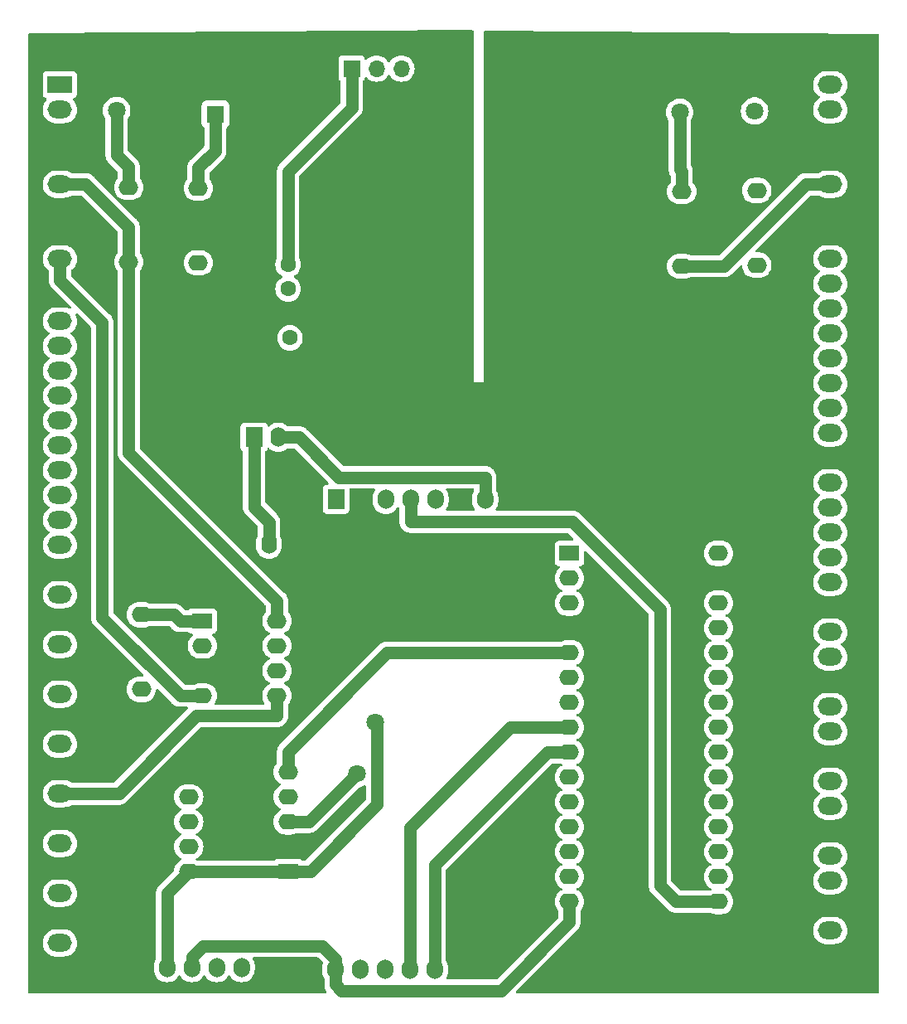
<source format=gbl>
G04 #@! TF.GenerationSoftware,KiCad,Pcbnew,7.0.10-7.0.10~ubuntu20.04.1*
G04 #@! TF.CreationDate,2024-05-27T17:12:52-03:00*
G04 #@! TF.ProjectId,Gerador_sinais_AD9833,47657261-646f-4725-9f73-696e6169735f,v04*
G04 #@! TF.SameCoordinates,Original*
G04 #@! TF.FileFunction,Copper,L2,Bot*
G04 #@! TF.FilePolarity,Positive*
%FSLAX46Y46*%
G04 Gerber Fmt 4.6, Leading zero omitted, Abs format (unit mm)*
G04 Created by KiCad (PCBNEW 7.0.10-7.0.10~ubuntu20.04.1) date 2024-05-27 17:12:52*
%MOMM*%
%LPD*%
G01*
G04 APERTURE LIST*
G04 #@! TA.AperFunction,ComponentPad*
%ADD10O,2.000000X1.600000*%
G04 #@! TD*
G04 #@! TA.AperFunction,ComponentPad*
%ADD11R,2.000000X1.600000*%
G04 #@! TD*
G04 #@! TA.AperFunction,ComponentPad*
%ADD12O,1.600000X2.000000*%
G04 #@! TD*
G04 #@! TA.AperFunction,ComponentPad*
%ADD13R,1.800000X2.000000*%
G04 #@! TD*
G04 #@! TA.AperFunction,ComponentPad*
%ADD14R,1.800000X1.800000*%
G04 #@! TD*
G04 #@! TA.AperFunction,ComponentPad*
%ADD15C,1.800000*%
G04 #@! TD*
G04 #@! TA.AperFunction,ComponentPad*
%ADD16R,1.700000X2.000000*%
G04 #@! TD*
G04 #@! TA.AperFunction,ComponentPad*
%ADD17O,1.700000X2.000000*%
G04 #@! TD*
G04 #@! TA.AperFunction,ComponentPad*
%ADD18O,2.500000X1.800000*%
G04 #@! TD*
G04 #@! TA.AperFunction,ComponentPad*
%ADD19C,1.600000*%
G04 #@! TD*
G04 #@! TA.AperFunction,ComponentPad*
%ADD20O,1.600000X1.600000*%
G04 #@! TD*
G04 #@! TA.AperFunction,ComponentPad*
%ADD21R,2.500000X1.800000*%
G04 #@! TD*
G04 #@! TA.AperFunction,ComponentPad*
%ADD22R,1.700000X1.700000*%
G04 #@! TD*
G04 #@! TA.AperFunction,ComponentPad*
%ADD23O,1.700000X1.700000*%
G04 #@! TD*
G04 #@! TA.AperFunction,ViaPad*
%ADD24C,1.800000*%
G04 #@! TD*
G04 #@! TA.AperFunction,Conductor*
%ADD25C,1.270000*%
G04 #@! TD*
G04 APERTURE END LIST*
D10*
X170230000Y-75680000D03*
X170230000Y-68060000D03*
D11*
X158760000Y-105000000D03*
D10*
X158760000Y-107540000D03*
X158760000Y-110080000D03*
X158760000Y-112620000D03*
X158760000Y-115160000D03*
X158760000Y-117700000D03*
X158760000Y-120240000D03*
X158760000Y-122780000D03*
X158760000Y-125320000D03*
X158760000Y-127860000D03*
X158760000Y-130400000D03*
X158760000Y-132940000D03*
X158760000Y-135480000D03*
X158760000Y-138020000D03*
X158760000Y-140560000D03*
X174000000Y-140560000D03*
X174000000Y-138020000D03*
X174000000Y-135480000D03*
X174000000Y-132940000D03*
X174000000Y-130400000D03*
X174000000Y-127860000D03*
X174000000Y-125320000D03*
X174000000Y-122780000D03*
X174000000Y-120240000D03*
X174000000Y-117700000D03*
X174000000Y-115160000D03*
X174000000Y-112620000D03*
X174000000Y-110080000D03*
X174000000Y-107540000D03*
X174000000Y-105000000D03*
D12*
X128042000Y-104072000D03*
X133122000Y-104072000D03*
X129018000Y-93150000D03*
D13*
X126518000Y-93150000D03*
D14*
X122570000Y-60180000D03*
D15*
X120030000Y-60180000D03*
D16*
X134900000Y-99500000D03*
D17*
X137440000Y-99500000D03*
X139980000Y-99500000D03*
X142520000Y-99500000D03*
X145060000Y-99500000D03*
X147600000Y-99500000D03*
X150140000Y-99500000D03*
D14*
X180220000Y-59830000D03*
D15*
X177680000Y-59830000D03*
D10*
X113708000Y-75250000D03*
X113708000Y-67630000D03*
D11*
X130000000Y-137500000D03*
D10*
X130000000Y-134960000D03*
X130000000Y-132420000D03*
X130000000Y-129880000D03*
X130000000Y-127340000D03*
X119840000Y-127340000D03*
X119840000Y-129880000D03*
X119840000Y-132420000D03*
X119840000Y-134960000D03*
X119840000Y-137500000D03*
D18*
X185420000Y-57150000D03*
X185420000Y-59690000D03*
X185420000Y-62230000D03*
X185420000Y-64770000D03*
X185420000Y-67310000D03*
X185420000Y-69850000D03*
X185420000Y-72390000D03*
X185420000Y-74930000D03*
X185420000Y-77470000D03*
X185420000Y-80010000D03*
X185420000Y-82550000D03*
X185420000Y-85090000D03*
X185420000Y-87630000D03*
X185420000Y-90170000D03*
X185420000Y-92710000D03*
X185420000Y-95250000D03*
X185420000Y-97790000D03*
X185420000Y-100330000D03*
X185420000Y-102870000D03*
X185420000Y-105410000D03*
X185420000Y-107950000D03*
X185420000Y-110490000D03*
X185420000Y-113030000D03*
X185420000Y-115570000D03*
X185420000Y-118110000D03*
X185420000Y-120650000D03*
X185420000Y-123190000D03*
X185420000Y-125730000D03*
X185420000Y-128270000D03*
X185420000Y-130810000D03*
X185420000Y-133350000D03*
X185420000Y-135890000D03*
X185420000Y-138430000D03*
X185420000Y-140970000D03*
X185420000Y-143510000D03*
D16*
X147540000Y-147500000D03*
D17*
X145000000Y-147500000D03*
X142460000Y-147500000D03*
X139920000Y-147500000D03*
X137380000Y-147500000D03*
X134840000Y-147500000D03*
D14*
X172570000Y-59970000D03*
D15*
X170030000Y-59970000D03*
D10*
X120820000Y-75332000D03*
X120820000Y-67712000D03*
D19*
X130190000Y-83000000D03*
D20*
X137810000Y-83000000D03*
D21*
X106680000Y-57150000D03*
D18*
X106680000Y-59690000D03*
X106680000Y-62230000D03*
X106680000Y-64770000D03*
X106680000Y-67310000D03*
X106680000Y-69850000D03*
X106680000Y-72390000D03*
X106680000Y-74930000D03*
X106680000Y-81280000D03*
X106680000Y-83820000D03*
X106680000Y-86360000D03*
X106680000Y-88900000D03*
X106680000Y-91440000D03*
X106680000Y-93980000D03*
X106680000Y-96520000D03*
X106680000Y-99060000D03*
X106680000Y-101600000D03*
X106680000Y-104140000D03*
X106680000Y-106680000D03*
X106680000Y-109220000D03*
X106680000Y-111760000D03*
X106680000Y-114300000D03*
X106680000Y-116840000D03*
X106680000Y-119380000D03*
X106680000Y-121920000D03*
X106680000Y-124460000D03*
X106680000Y-127000000D03*
X106680000Y-129540000D03*
X106680000Y-132080000D03*
X106680000Y-134620000D03*
X106680000Y-137160000D03*
X106680000Y-139700000D03*
X106680000Y-142240000D03*
X106680000Y-144780000D03*
X106680000Y-147320000D03*
D14*
X115020000Y-59790000D03*
D15*
X112480000Y-59790000D03*
D19*
X130000000Y-78000000D03*
X130000000Y-75500000D03*
D10*
X115000000Y-118890000D03*
X115000000Y-111270000D03*
X177910000Y-75570000D03*
X177910000Y-67950000D03*
D17*
X125240000Y-147300000D03*
X122700000Y-147300000D03*
X120160000Y-147300000D03*
X117620000Y-147300000D03*
D16*
X115080000Y-147300000D03*
D11*
X121240000Y-111922000D03*
D10*
X121240000Y-114462000D03*
X121240000Y-117002000D03*
X121240000Y-119542000D03*
X128860000Y-119542000D03*
X128860000Y-117002000D03*
X128860000Y-114462000D03*
X128860000Y-111922000D03*
D22*
X136500000Y-55500000D03*
D23*
X139040000Y-55500000D03*
X141580000Y-55500000D03*
D24*
X138946000Y-122221000D03*
X137040300Y-127521900D03*
D25*
X109310000Y-67310000D02*
X113708000Y-71708000D01*
X128860000Y-109852000D02*
X113708000Y-94700000D01*
X128860000Y-111922000D02*
X128860000Y-109852000D01*
X113708000Y-71708000D02*
X113708000Y-75250000D01*
X113708000Y-94700000D02*
X113708000Y-75250000D01*
X106680000Y-67310000D02*
X109310000Y-67310000D01*
X110994600Y-81414600D02*
X106680000Y-77100000D01*
X118970000Y-119542000D02*
X110994600Y-111566600D01*
X110994600Y-111566600D02*
X110994600Y-81414600D01*
X106680000Y-74930000D02*
X106680000Y-77100000D01*
X121240000Y-119542000D02*
X118970000Y-119542000D01*
X117620000Y-139720000D02*
X119840000Y-137500000D01*
X139108800Y-130661200D02*
X132270000Y-137500000D01*
X117620000Y-147300000D02*
X117620000Y-139720000D01*
X130000000Y-137500000D02*
X132270000Y-137500000D01*
X119840000Y-137500000D02*
X130000000Y-137500000D01*
X139108800Y-122383800D02*
X139108800Y-130661200D01*
X138946000Y-122221000D02*
X139108800Y-122383800D01*
X182900000Y-67310000D02*
X174530000Y-75680000D01*
X185420000Y-67310000D02*
X182900000Y-67310000D01*
X174530000Y-75680000D02*
X170230000Y-75680000D01*
X130000000Y-125270000D02*
X140110000Y-115160000D01*
X140110000Y-115160000D02*
X158760000Y-115160000D01*
X130000000Y-127340000D02*
X130000000Y-125270000D01*
X132142200Y-132420000D02*
X137040300Y-127521900D01*
X130000000Y-132420000D02*
X132142200Y-132420000D01*
X158760000Y-140560000D02*
X158760000Y-142630000D01*
X151753100Y-149636900D02*
X135436900Y-149636900D01*
X121300000Y-145100000D02*
X133500000Y-145100000D01*
X133500000Y-145100000D02*
X134840000Y-146440000D01*
X120160000Y-147300000D02*
X120160000Y-146240000D01*
X134840000Y-149040000D02*
X134840000Y-147500000D01*
X158760000Y-142630000D02*
X151753100Y-149636900D01*
X135436900Y-149636900D02*
X134840000Y-149040000D01*
X120160000Y-146240000D02*
X121300000Y-145100000D01*
X134840000Y-146440000D02*
X134840000Y-147500000D01*
X150140000Y-99500000D02*
X150140000Y-97230000D01*
X135168000Y-97230000D02*
X131088000Y-93150000D01*
X150140000Y-97230000D02*
X135168000Y-97230000D01*
X129018000Y-93150000D02*
X131088000Y-93150000D01*
X142520000Y-99500000D02*
X142520000Y-101770000D01*
X168000000Y-138940000D02*
X169620000Y-140560000D01*
X159037500Y-101770000D02*
X168000000Y-110732500D01*
X168000000Y-110732500D02*
X168000000Y-138940000D01*
X169620000Y-140560000D02*
X174000000Y-140560000D01*
X142520000Y-101770000D02*
X159037500Y-101770000D01*
X120633500Y-121612000D02*
X112705500Y-129540000D01*
X112705500Y-129540000D02*
X106680000Y-129540000D01*
X128042000Y-104072000D02*
X128042000Y-101802000D01*
X126518000Y-93150000D02*
X126518000Y-100278000D01*
X128860000Y-121612000D02*
X120633500Y-121612000D01*
X126518000Y-100278000D02*
X128042000Y-101802000D01*
X128860000Y-119542000D02*
X128860000Y-121612000D01*
X118318000Y-111270000D02*
X115000000Y-111270000D01*
X118970000Y-111922000D02*
X118318000Y-111270000D01*
X121240000Y-111922000D02*
X118970000Y-111922000D01*
X136500000Y-55500000D02*
X136500000Y-59500000D01*
X130000000Y-66000000D02*
X130000000Y-75500000D01*
X136500000Y-59500000D02*
X130000000Y-66000000D01*
X170030000Y-65790000D02*
X170230000Y-65990000D01*
X170230000Y-68060000D02*
X170230000Y-65990000D01*
X170030000Y-59970000D02*
X170030000Y-65790000D01*
X113708000Y-67630000D02*
X113708000Y-65560000D01*
X112480000Y-64332000D02*
X113708000Y-65560000D01*
X112480000Y-59790000D02*
X112480000Y-64332000D01*
X142460000Y-147500000D02*
X142460000Y-133040000D01*
X152720000Y-122780000D02*
X158760000Y-122780000D01*
X142460000Y-133040000D02*
X152720000Y-122780000D01*
X145000000Y-136810000D02*
X156490000Y-125320000D01*
X158760000Y-125320000D02*
X156490000Y-125320000D01*
X145000000Y-147500000D02*
X145000000Y-136810000D01*
X122570000Y-60180000D02*
X122570000Y-63892000D01*
X120820000Y-67712000D02*
X120820000Y-65642000D01*
X122570000Y-63892000D02*
X120820000Y-65642000D01*
G04 #@! TA.AperFunction,Conductor*
G36*
X148947539Y-98385185D02*
G01*
X148993294Y-98437989D01*
X149004500Y-98489500D01*
X149004500Y-98578040D01*
X148984815Y-98645079D01*
X148982076Y-98649161D01*
X148965967Y-98672169D01*
X148965963Y-98672174D01*
X148876164Y-98864748D01*
X148868368Y-98881468D01*
X148866098Y-98886335D01*
X148866094Y-98886344D01*
X148804938Y-99114586D01*
X148804936Y-99114596D01*
X148789500Y-99291032D01*
X148789500Y-99708967D01*
X148804936Y-99885403D01*
X148804938Y-99885413D01*
X148866094Y-100113655D01*
X148866096Y-100113659D01*
X148866097Y-100113663D01*
X148884713Y-100153584D01*
X148965964Y-100327828D01*
X148965965Y-100327830D01*
X149044071Y-100439377D01*
X149066398Y-100505583D01*
X149049388Y-100573350D01*
X148998440Y-100621163D01*
X148942496Y-100634500D01*
X146257504Y-100634500D01*
X146190465Y-100614815D01*
X146144710Y-100562011D01*
X146134766Y-100492853D01*
X146155929Y-100439377D01*
X146224700Y-100341161D01*
X146234035Y-100327829D01*
X146333903Y-100113663D01*
X146395063Y-99885408D01*
X146410500Y-99708966D01*
X146410500Y-99291034D01*
X146395063Y-99114592D01*
X146333903Y-98886337D01*
X146234035Y-98672171D01*
X146234034Y-98672169D01*
X146155929Y-98560623D01*
X146133602Y-98494417D01*
X146150612Y-98426650D01*
X146201560Y-98378837D01*
X146257504Y-98365500D01*
X148880500Y-98365500D01*
X148947539Y-98385185D01*
G37*
G04 #@! TD.AperFunction*
G04 #@! TA.AperFunction,Conductor*
G36*
X148918021Y-51609996D02*
G01*
X148964169Y-51662458D01*
X148975762Y-51714671D01*
X149015624Y-87539882D01*
X150020000Y-87520000D01*
X150010103Y-75680001D01*
X168724532Y-75680001D01*
X168744364Y-75906686D01*
X168744366Y-75906697D01*
X168803258Y-76126488D01*
X168803261Y-76126497D01*
X168899431Y-76332732D01*
X168899432Y-76332734D01*
X169029954Y-76519141D01*
X169190858Y-76680045D01*
X169190861Y-76680047D01*
X169377266Y-76810568D01*
X169583504Y-76906739D01*
X169803308Y-76965635D01*
X169973214Y-76980499D01*
X169973215Y-76980500D01*
X169973216Y-76980500D01*
X170486785Y-76980500D01*
X170486785Y-76980499D01*
X170656692Y-76965635D01*
X170876496Y-76906739D01*
X171047242Y-76827117D01*
X171099647Y-76815500D01*
X174424838Y-76815500D01*
X174445402Y-76817216D01*
X174448626Y-76817759D01*
X174542048Y-76815535D01*
X174544998Y-76815500D01*
X174584082Y-76815500D01*
X174584091Y-76815500D01*
X174593156Y-76814634D01*
X174601972Y-76814108D01*
X174665419Y-76812598D01*
X174698048Y-76805499D01*
X174712618Y-76803228D01*
X174731171Y-76801455D01*
X174745872Y-76800052D01*
X174806774Y-76782168D01*
X174815303Y-76779992D01*
X174877317Y-76766502D01*
X174908012Y-76753356D01*
X174921884Y-76748369D01*
X174953942Y-76738957D01*
X175010343Y-76709878D01*
X175018350Y-76706107D01*
X175076663Y-76681137D01*
X175104322Y-76662416D01*
X175117003Y-76654891D01*
X175146690Y-76639588D01*
X175196575Y-76600356D01*
X175203687Y-76595163D01*
X175256250Y-76559589D01*
X175279874Y-76535963D01*
X175290899Y-76526180D01*
X175299851Y-76519141D01*
X175317149Y-76505538D01*
X175358704Y-76457579D01*
X175364723Y-76451114D01*
X176203734Y-75612103D01*
X176265055Y-75578620D01*
X176334747Y-75583604D01*
X176390680Y-75625476D01*
X176414941Y-75688978D01*
X176424364Y-75796687D01*
X176424366Y-75796697D01*
X176483258Y-76016488D01*
X176483261Y-76016497D01*
X176579431Y-76222732D01*
X176579432Y-76222734D01*
X176709954Y-76409141D01*
X176870858Y-76570045D01*
X176870861Y-76570047D01*
X177057266Y-76700568D01*
X177263504Y-76796739D01*
X177263509Y-76796740D01*
X177263511Y-76796741D01*
X177315111Y-76810567D01*
X177483308Y-76855635D01*
X177653214Y-76870499D01*
X177653215Y-76870500D01*
X177653216Y-76870500D01*
X178166785Y-76870500D01*
X178166785Y-76870499D01*
X178336692Y-76855635D01*
X178556496Y-76796739D01*
X178762734Y-76700568D01*
X178949139Y-76570047D01*
X179110047Y-76409139D01*
X179240568Y-76222734D01*
X179336739Y-76016496D01*
X179395635Y-75796692D01*
X179415468Y-75570000D01*
X179395635Y-75343308D01*
X179336739Y-75123504D01*
X179240568Y-74917266D01*
X179110047Y-74730861D01*
X179110045Y-74730858D01*
X178949141Y-74569954D01*
X178762734Y-74439432D01*
X178762732Y-74439431D01*
X178556497Y-74343261D01*
X178556488Y-74343258D01*
X178336697Y-74284366D01*
X178336687Y-74284364D01*
X178166785Y-74269500D01*
X178166784Y-74269500D01*
X177845700Y-74269500D01*
X177778661Y-74249815D01*
X177732906Y-74197011D01*
X177722962Y-74127853D01*
X177751987Y-74064297D01*
X177758019Y-74057819D01*
X180455155Y-71360684D01*
X183334020Y-68481819D01*
X183395343Y-68448334D01*
X183421701Y-68445500D01*
X184203164Y-68445500D01*
X184270203Y-68465185D01*
X184281058Y-68473019D01*
X184282920Y-68474523D01*
X184491046Y-68590790D01*
X184602154Y-68630047D01*
X184715829Y-68670211D01*
X184950790Y-68710499D01*
X184950798Y-68710499D01*
X184950800Y-68710500D01*
X184950801Y-68710500D01*
X185829496Y-68710500D01*
X185829497Y-68710500D01*
X185829498Y-68710499D01*
X185829515Y-68710499D01*
X186007536Y-68695347D01*
X186007539Y-68695346D01*
X186007541Y-68695346D01*
X186238249Y-68635275D01*
X186370973Y-68575279D01*
X186455480Y-68537080D01*
X186455481Y-68537078D01*
X186455486Y-68537077D01*
X186653003Y-68403579D01*
X186825118Y-68238621D01*
X186966879Y-68046947D01*
X187074207Y-67834074D01*
X187144016Y-67606123D01*
X187174298Y-67369654D01*
X187164180Y-67131468D01*
X187148619Y-67059267D01*
X187113954Y-66898419D01*
X187068748Y-66785920D01*
X187025064Y-66677210D01*
X186900069Y-66474205D01*
X186742564Y-66295245D01*
X186557080Y-66145477D01*
X186424434Y-66071376D01*
X186348955Y-66029210D01*
X186124170Y-65949788D01*
X185889209Y-65909500D01*
X185889200Y-65909500D01*
X185010503Y-65909500D01*
X185010484Y-65909500D01*
X184832463Y-65924652D01*
X184601751Y-65984724D01*
X184384519Y-66082919D01*
X184384511Y-66082924D01*
X184280484Y-66153235D01*
X184213919Y-66174467D01*
X184211047Y-66174500D01*
X183005162Y-66174500D01*
X182984597Y-66172783D01*
X182981376Y-66172241D01*
X182981374Y-66172241D01*
X182899757Y-66174184D01*
X182887953Y-66174465D01*
X182885003Y-66174500D01*
X182845909Y-66174500D01*
X182836831Y-66175366D01*
X182828016Y-66175891D01*
X182764577Y-66177402D01*
X182731940Y-66184501D01*
X182717377Y-66186772D01*
X182684130Y-66189947D01*
X182684128Y-66189947D01*
X182623234Y-66207826D01*
X182614665Y-66210013D01*
X182552688Y-66223497D01*
X182552686Y-66223497D01*
X182552684Y-66223498D01*
X182552680Y-66223499D01*
X182552676Y-66223501D01*
X182521979Y-66236645D01*
X182508112Y-66241630D01*
X182496217Y-66245123D01*
X182476057Y-66251043D01*
X182419668Y-66280113D01*
X182411665Y-66283883D01*
X182353338Y-66308861D01*
X182325672Y-66327585D01*
X182312999Y-66335105D01*
X182283310Y-66350412D01*
X182283307Y-66350413D01*
X182233448Y-66389623D01*
X182226302Y-66394841D01*
X182173755Y-66430405D01*
X182173750Y-66430410D01*
X182150121Y-66454037D01*
X182139099Y-66463819D01*
X182112852Y-66484460D01*
X182112851Y-66484461D01*
X182071301Y-66532411D01*
X182065271Y-66538887D01*
X174095979Y-74508181D01*
X174034656Y-74541666D01*
X174008298Y-74544500D01*
X171099647Y-74544500D01*
X171047242Y-74532882D01*
X170876497Y-74453261D01*
X170876488Y-74453258D01*
X170656697Y-74394366D01*
X170656687Y-74394364D01*
X170486785Y-74379500D01*
X170486784Y-74379500D01*
X169973216Y-74379500D01*
X169973215Y-74379500D01*
X169803312Y-74394364D01*
X169803302Y-74394366D01*
X169583511Y-74453258D01*
X169583502Y-74453261D01*
X169377267Y-74549431D01*
X169377265Y-74549432D01*
X169190858Y-74679954D01*
X169029954Y-74840858D01*
X168899432Y-75027265D01*
X168899431Y-75027267D01*
X168803261Y-75233502D01*
X168803258Y-75233511D01*
X168744366Y-75453302D01*
X168744364Y-75453313D01*
X168724532Y-75679998D01*
X168724532Y-75680001D01*
X150010103Y-75680001D01*
X149996971Y-59970006D01*
X168624700Y-59970006D01*
X168643864Y-60201297D01*
X168643866Y-60201308D01*
X168700842Y-60426300D01*
X168785203Y-60618621D01*
X168794076Y-60638849D01*
X168829551Y-60693147D01*
X168874309Y-60761654D01*
X168894496Y-60828544D01*
X168894500Y-60829476D01*
X168894500Y-65684838D01*
X168892783Y-65705403D01*
X168892241Y-65708621D01*
X168892241Y-65708625D01*
X168894465Y-65802047D01*
X168894500Y-65804997D01*
X168894500Y-65844091D01*
X168895366Y-65853161D01*
X168895891Y-65861984D01*
X168897402Y-65925420D01*
X168904501Y-65958057D01*
X168906772Y-65972623D01*
X168909946Y-66005864D01*
X168909947Y-66005867D01*
X168909947Y-66005869D01*
X168909948Y-66005872D01*
X168924474Y-66055343D01*
X168927822Y-66066746D01*
X168930010Y-66075318D01*
X168943498Y-66137317D01*
X168950314Y-66153235D01*
X168956644Y-66168016D01*
X168961632Y-66181892D01*
X168963997Y-66189948D01*
X168971043Y-66213942D01*
X168995526Y-66261432D01*
X169000114Y-66270331D01*
X169003886Y-66278338D01*
X169028860Y-66336658D01*
X169028862Y-66336660D01*
X169028863Y-66336663D01*
X169044336Y-66359524D01*
X169047582Y-66364320D01*
X169055106Y-66377001D01*
X169070416Y-66406698D01*
X169073607Y-66411663D01*
X169071691Y-66412893D01*
X169093936Y-66468425D01*
X169094500Y-66480237D01*
X169094500Y-67104951D01*
X169074815Y-67171990D01*
X169058181Y-67192632D01*
X169029954Y-67220858D01*
X168899432Y-67407265D01*
X168899431Y-67407267D01*
X168803261Y-67613502D01*
X168803258Y-67613511D01*
X168744366Y-67833302D01*
X168744364Y-67833313D01*
X168724532Y-68059998D01*
X168724532Y-68060001D01*
X168744364Y-68286686D01*
X168744366Y-68286697D01*
X168803258Y-68506488D01*
X168803261Y-68506497D01*
X168899431Y-68712732D01*
X168899432Y-68712734D01*
X169029954Y-68899141D01*
X169190858Y-69060045D01*
X169190861Y-69060047D01*
X169377266Y-69190568D01*
X169583504Y-69286739D01*
X169803308Y-69345635D01*
X169973214Y-69360499D01*
X169973215Y-69360500D01*
X169973216Y-69360500D01*
X170486785Y-69360500D01*
X170486785Y-69360499D01*
X170656692Y-69345635D01*
X170876496Y-69286739D01*
X171082734Y-69190568D01*
X171269139Y-69060047D01*
X171430047Y-68899139D01*
X171560568Y-68712734D01*
X171656739Y-68506496D01*
X171715635Y-68286692D01*
X171734025Y-68076496D01*
X171735468Y-68060001D01*
X171735468Y-68059998D01*
X171725844Y-67950001D01*
X176404532Y-67950001D01*
X176424364Y-68176686D01*
X176424366Y-68176697D01*
X176483258Y-68396488D01*
X176483261Y-68396497D01*
X176579431Y-68602732D01*
X176579432Y-68602734D01*
X176709954Y-68789141D01*
X176870858Y-68950045D01*
X176870861Y-68950047D01*
X177057266Y-69080568D01*
X177263504Y-69176739D01*
X177483308Y-69235635D01*
X177653214Y-69250499D01*
X177653215Y-69250500D01*
X177653216Y-69250500D01*
X178166785Y-69250500D01*
X178166785Y-69250499D01*
X178336692Y-69235635D01*
X178556496Y-69176739D01*
X178762734Y-69080568D01*
X178949139Y-68950047D01*
X179110047Y-68789139D01*
X179240568Y-68602734D01*
X179336739Y-68396496D01*
X179395635Y-68176692D01*
X179415468Y-67950000D01*
X179395635Y-67723308D01*
X179336739Y-67503504D01*
X179240568Y-67297266D01*
X179110047Y-67110861D01*
X179110045Y-67110858D01*
X178949141Y-66949954D01*
X178762734Y-66819432D01*
X178762732Y-66819431D01*
X178556497Y-66723261D01*
X178556488Y-66723258D01*
X178336697Y-66664366D01*
X178336687Y-66664364D01*
X178166785Y-66649500D01*
X178166784Y-66649500D01*
X177653216Y-66649500D01*
X177653215Y-66649500D01*
X177483312Y-66664364D01*
X177483302Y-66664366D01*
X177263511Y-66723258D01*
X177263502Y-66723261D01*
X177057267Y-66819431D01*
X177057265Y-66819432D01*
X176870858Y-66949954D01*
X176709954Y-67110858D01*
X176579432Y-67297265D01*
X176579431Y-67297267D01*
X176483261Y-67503502D01*
X176483258Y-67503511D01*
X176424366Y-67723302D01*
X176424364Y-67723313D01*
X176404532Y-67949998D01*
X176404532Y-67950001D01*
X171725844Y-67950001D01*
X171717681Y-67856697D01*
X171715635Y-67833308D01*
X171656739Y-67613504D01*
X171560568Y-67407266D01*
X171430047Y-67220861D01*
X171430045Y-67220858D01*
X171401819Y-67192632D01*
X171368334Y-67131309D01*
X171365500Y-67104951D01*
X171365500Y-66095162D01*
X171367218Y-66074595D01*
X171367757Y-66071385D01*
X171367759Y-66071374D01*
X171365535Y-65977951D01*
X171365500Y-65975001D01*
X171365500Y-65935917D01*
X171365500Y-65935909D01*
X171364631Y-65926820D01*
X171364108Y-65918024D01*
X171362598Y-65854581D01*
X171355499Y-65821948D01*
X171353228Y-65807382D01*
X171350053Y-65774138D01*
X171350052Y-65774137D01*
X171350052Y-65774128D01*
X171332172Y-65713237D01*
X171329992Y-65704696D01*
X171316502Y-65642683D01*
X171303350Y-65611971D01*
X171298370Y-65598116D01*
X171288957Y-65566058D01*
X171259879Y-65509656D01*
X171256113Y-65501662D01*
X171252161Y-65492434D01*
X171231138Y-65443337D01*
X171212415Y-65415674D01*
X171204893Y-65402997D01*
X171189588Y-65373310D01*
X171189585Y-65373306D01*
X171189584Y-65373304D01*
X171186392Y-65368336D01*
X171188302Y-65367108D01*
X171166061Y-65311546D01*
X171165500Y-65299762D01*
X171165500Y-60829476D01*
X171185185Y-60762437D01*
X171185691Y-60761654D01*
X171265924Y-60638849D01*
X171359157Y-60426300D01*
X171416134Y-60201305D01*
X171419133Y-60165112D01*
X171435300Y-59970006D01*
X171435300Y-59969993D01*
X171423701Y-59830006D01*
X176274700Y-59830006D01*
X176293864Y-60061297D01*
X176293866Y-60061308D01*
X176350842Y-60286300D01*
X176444075Y-60498848D01*
X176571016Y-60693147D01*
X176571019Y-60693151D01*
X176571021Y-60693153D01*
X176728216Y-60863913D01*
X176728219Y-60863915D01*
X176728222Y-60863918D01*
X176911365Y-61006464D01*
X176911371Y-61006468D01*
X176911374Y-61006470D01*
X177115497Y-61116936D01*
X177147385Y-61127883D01*
X177335015Y-61192297D01*
X177335017Y-61192297D01*
X177335019Y-61192298D01*
X177563951Y-61230500D01*
X177563952Y-61230500D01*
X177796048Y-61230500D01*
X177796049Y-61230500D01*
X178024981Y-61192298D01*
X178244503Y-61116936D01*
X178448626Y-61006470D01*
X178631784Y-60863913D01*
X178788979Y-60693153D01*
X178915924Y-60498849D01*
X179009157Y-60286300D01*
X179066134Y-60061305D01*
X179069334Y-60022686D01*
X179085300Y-59830006D01*
X179085300Y-59829993D01*
X179068757Y-59630346D01*
X183665702Y-59630346D01*
X183675819Y-59868528D01*
X183675819Y-59868532D01*
X183726045Y-60101580D01*
X183814935Y-60322788D01*
X183814936Y-60322790D01*
X183939931Y-60525795D01*
X184097436Y-60704755D01*
X184282920Y-60854523D01*
X184491046Y-60970790D01*
X184616951Y-61015275D01*
X184715829Y-61050211D01*
X184950790Y-61090499D01*
X184950798Y-61090499D01*
X184950800Y-61090500D01*
X184950801Y-61090500D01*
X185829496Y-61090500D01*
X185829497Y-61090500D01*
X185829498Y-61090499D01*
X185829515Y-61090499D01*
X186007536Y-61075347D01*
X186007539Y-61075346D01*
X186007541Y-61075346D01*
X186238249Y-61015275D01*
X186370973Y-60955279D01*
X186455480Y-60917080D01*
X186455481Y-60917078D01*
X186455486Y-60917077D01*
X186653003Y-60783579D01*
X186825118Y-60618621D01*
X186966879Y-60426947D01*
X187074207Y-60214074D01*
X187144016Y-59986123D01*
X187174298Y-59749654D01*
X187173992Y-59742461D01*
X187164180Y-59511471D01*
X187164180Y-59511467D01*
X187113954Y-59278419D01*
X187095353Y-59232129D01*
X187025064Y-59057210D01*
X186900069Y-58854205D01*
X186742564Y-58675245D01*
X186557080Y-58525477D01*
X186557074Y-58525474D01*
X186557071Y-58525471D01*
X186557057Y-58525463D01*
X186557051Y-58525457D01*
X186552709Y-58522522D01*
X186553306Y-58521638D01*
X186508134Y-58475580D01*
X186493947Y-58407165D01*
X186518999Y-58341942D01*
X186548099Y-58314481D01*
X186653003Y-58243579D01*
X186825118Y-58078621D01*
X186966879Y-57886947D01*
X187074207Y-57674074D01*
X187144016Y-57446123D01*
X187174298Y-57209654D01*
X187164180Y-56971468D01*
X187134782Y-56835063D01*
X187113954Y-56738419D01*
X187025064Y-56517211D01*
X187025064Y-56517210D01*
X186900069Y-56314205D01*
X186742564Y-56135245D01*
X186557080Y-55985477D01*
X186443130Y-55921820D01*
X186348955Y-55869210D01*
X186124170Y-55789788D01*
X185889209Y-55749500D01*
X185889200Y-55749500D01*
X185010503Y-55749500D01*
X185010484Y-55749500D01*
X184832463Y-55764652D01*
X184601751Y-55824724D01*
X184384519Y-55922919D01*
X184384511Y-55922924D01*
X184187006Y-56056413D01*
X184186997Y-56056421D01*
X184014881Y-56221379D01*
X183873123Y-56413050D01*
X183873120Y-56413054D01*
X183765796Y-56625920D01*
X183765793Y-56625926D01*
X183695983Y-56853878D01*
X183665702Y-57090346D01*
X183675819Y-57328528D01*
X183675819Y-57328532D01*
X183726045Y-57561580D01*
X183814935Y-57782788D01*
X183814936Y-57782790D01*
X183939931Y-57985795D01*
X184097436Y-58164755D01*
X184282920Y-58314523D01*
X184282935Y-58314531D01*
X184282942Y-58314538D01*
X184287291Y-58317478D01*
X184286693Y-58318362D01*
X184331861Y-58364411D01*
X184346053Y-58432824D01*
X184321005Y-58498050D01*
X184291897Y-58525520D01*
X184187007Y-58596413D01*
X184186997Y-58596421D01*
X184014881Y-58761379D01*
X183873123Y-58953050D01*
X183873120Y-58953054D01*
X183765796Y-59165920D01*
X183765793Y-59165926D01*
X183695983Y-59393878D01*
X183665702Y-59630346D01*
X179068757Y-59630346D01*
X179066135Y-59598702D01*
X179066133Y-59598691D01*
X179009157Y-59373699D01*
X178915924Y-59161151D01*
X178788983Y-58966852D01*
X178788980Y-58966849D01*
X178788979Y-58966847D01*
X178631784Y-58796087D01*
X178631779Y-58796083D01*
X178631777Y-58796081D01*
X178448634Y-58653535D01*
X178448628Y-58653531D01*
X178244504Y-58543064D01*
X178244495Y-58543061D01*
X178024984Y-58467702D01*
X177853282Y-58439050D01*
X177796049Y-58429500D01*
X177563951Y-58429500D01*
X177518164Y-58437140D01*
X177335015Y-58467702D01*
X177115504Y-58543061D01*
X177115495Y-58543064D01*
X176911371Y-58653531D01*
X176911365Y-58653535D01*
X176728222Y-58796081D01*
X176728219Y-58796084D01*
X176571016Y-58966852D01*
X176444075Y-59161151D01*
X176350842Y-59373699D01*
X176293866Y-59598691D01*
X176293864Y-59598702D01*
X176274700Y-59829993D01*
X176274700Y-59830006D01*
X171423701Y-59830006D01*
X171416135Y-59738702D01*
X171416133Y-59738691D01*
X171359157Y-59513699D01*
X171265924Y-59301151D01*
X171138983Y-59106852D01*
X171138980Y-59106849D01*
X171138979Y-59106847D01*
X170981784Y-58936087D01*
X170981779Y-58936083D01*
X170981777Y-58936081D01*
X170798634Y-58793535D01*
X170798628Y-58793531D01*
X170594504Y-58683064D01*
X170594495Y-58683061D01*
X170374984Y-58607702D01*
X170203282Y-58579050D01*
X170146049Y-58569500D01*
X169913951Y-58569500D01*
X169868164Y-58577140D01*
X169685015Y-58607702D01*
X169465504Y-58683061D01*
X169465495Y-58683064D01*
X169261371Y-58793531D01*
X169261365Y-58793535D01*
X169078222Y-58936081D01*
X169078219Y-58936084D01*
X168921016Y-59106852D01*
X168794075Y-59301151D01*
X168700842Y-59513699D01*
X168643866Y-59738691D01*
X168643864Y-59738702D01*
X168624700Y-59969993D01*
X168624700Y-59970006D01*
X149996971Y-59970006D01*
X149990104Y-51755057D01*
X150009733Y-51688003D01*
X150062498Y-51642204D01*
X150115054Y-51630959D01*
X190272576Y-51938938D01*
X190339461Y-51959136D01*
X190384810Y-52012289D01*
X190395624Y-52062934D01*
X190395624Y-149815766D01*
X190375939Y-149882805D01*
X190323135Y-149928560D01*
X190271509Y-149939766D01*
X153389603Y-149905480D01*
X153322582Y-149885733D01*
X153276876Y-149832887D01*
X153266997Y-149763719D01*
X153296081Y-149700190D01*
X153302008Y-149693829D01*
X159488563Y-143507275D01*
X159504319Y-143493949D01*
X159506977Y-143492057D01*
X159546747Y-143450346D01*
X183665702Y-143450346D01*
X183675819Y-143688528D01*
X183675819Y-143688532D01*
X183726045Y-143921580D01*
X183807767Y-144124950D01*
X183814936Y-144142790D01*
X183939931Y-144345795D01*
X184097436Y-144524755D01*
X184282920Y-144674523D01*
X184491046Y-144790790D01*
X184715829Y-144870211D01*
X184950790Y-144910499D01*
X184950798Y-144910499D01*
X184950800Y-144910500D01*
X184950801Y-144910500D01*
X185829496Y-144910500D01*
X185829497Y-144910500D01*
X185829498Y-144910499D01*
X185829515Y-144910499D01*
X186007536Y-144895347D01*
X186007539Y-144895346D01*
X186007541Y-144895346D01*
X186238249Y-144835275D01*
X186370973Y-144775279D01*
X186455480Y-144737080D01*
X186455481Y-144737078D01*
X186455486Y-144737077D01*
X186653003Y-144603579D01*
X186825118Y-144438621D01*
X186966879Y-144246947D01*
X187074207Y-144034074D01*
X187144016Y-143806123D01*
X187174298Y-143569654D01*
X187171648Y-143507281D01*
X187164180Y-143331471D01*
X187164180Y-143331467D01*
X187113954Y-143098419D01*
X187054859Y-142951358D01*
X187025064Y-142877210D01*
X186900069Y-142674205D01*
X186742564Y-142495245D01*
X186557080Y-142345477D01*
X186443130Y-142281820D01*
X186348955Y-142229210D01*
X186124170Y-142149788D01*
X185889209Y-142109500D01*
X185889200Y-142109500D01*
X185010503Y-142109500D01*
X185010484Y-142109500D01*
X184832463Y-142124652D01*
X184601751Y-142184724D01*
X184384519Y-142282919D01*
X184384511Y-142282924D01*
X184187006Y-142416413D01*
X184186997Y-142416421D01*
X184014881Y-142581379D01*
X183873123Y-142773050D01*
X183873120Y-142773054D01*
X183765796Y-142985920D01*
X183765793Y-142985926D01*
X183695983Y-143213878D01*
X183665702Y-143450346D01*
X159546747Y-143450346D01*
X159571478Y-143424408D01*
X159573501Y-143422338D01*
X159601163Y-143394677D01*
X159601163Y-143394676D01*
X159601168Y-143394672D01*
X159606973Y-143387639D01*
X159612835Y-143381034D01*
X159656623Y-143335112D01*
X159674684Y-143307007D01*
X159683371Y-143295112D01*
X159704639Y-143269354D01*
X159704641Y-143269352D01*
X159735054Y-143213652D01*
X159739557Y-143206061D01*
X159773863Y-143152683D01*
X159786277Y-143121672D01*
X159792553Y-143108351D01*
X159808568Y-143079023D01*
X159827897Y-143018554D01*
X159830864Y-143010298D01*
X159854460Y-142951362D01*
X159860781Y-142918559D01*
X159864430Y-142904268D01*
X159874597Y-142872466D01*
X159882128Y-142809468D01*
X159883487Y-142800750D01*
X159895500Y-142738427D01*
X159895500Y-142705026D01*
X159896377Y-142690305D01*
X159898302Y-142674203D01*
X159900342Y-142657145D01*
X159895816Y-142593861D01*
X159895500Y-142585016D01*
X159895500Y-141515048D01*
X159915185Y-141448009D01*
X159931815Y-141427370D01*
X159960047Y-141399139D01*
X160090568Y-141212734D01*
X160186739Y-141006496D01*
X160245635Y-140786692D01*
X160265468Y-140560000D01*
X160263350Y-140535796D01*
X160245635Y-140333313D01*
X160245635Y-140333308D01*
X160186739Y-140113504D01*
X160090568Y-139907266D01*
X159960047Y-139720861D01*
X159960045Y-139720858D01*
X159799141Y-139559954D01*
X159612734Y-139429432D01*
X159612728Y-139429429D01*
X159559943Y-139404815D01*
X159554724Y-139402381D01*
X159502285Y-139356210D01*
X159483133Y-139289017D01*
X159503348Y-139222135D01*
X159554725Y-139177618D01*
X159612734Y-139150568D01*
X159799139Y-139020047D01*
X159960047Y-138859139D01*
X160090568Y-138672734D01*
X160186739Y-138466496D01*
X160245635Y-138246692D01*
X160265468Y-138020000D01*
X160245635Y-137793308D01*
X160186739Y-137573504D01*
X160090568Y-137367266D01*
X159960047Y-137180861D01*
X159960045Y-137180858D01*
X159799141Y-137019954D01*
X159612734Y-136889432D01*
X159612728Y-136889429D01*
X159554725Y-136862382D01*
X159502285Y-136816210D01*
X159483133Y-136749017D01*
X159503348Y-136682135D01*
X159554725Y-136637618D01*
X159612734Y-136610568D01*
X159799139Y-136480047D01*
X159960047Y-136319139D01*
X160090568Y-136132734D01*
X160186739Y-135926496D01*
X160245635Y-135706692D01*
X160265468Y-135480000D01*
X160263350Y-135455796D01*
X160245635Y-135253313D01*
X160245635Y-135253308D01*
X160186739Y-135033504D01*
X160090568Y-134827266D01*
X159960047Y-134640861D01*
X159960045Y-134640858D01*
X159799141Y-134479954D01*
X159612734Y-134349432D01*
X159612728Y-134349429D01*
X159585038Y-134336517D01*
X159554724Y-134322381D01*
X159502285Y-134276210D01*
X159483133Y-134209017D01*
X159503348Y-134142135D01*
X159554725Y-134097618D01*
X159612734Y-134070568D01*
X159799139Y-133940047D01*
X159960047Y-133779139D01*
X160090568Y-133592734D01*
X160186739Y-133386496D01*
X160245635Y-133166692D01*
X160265468Y-132940000D01*
X160264730Y-132931570D01*
X160249605Y-132758685D01*
X160245635Y-132713308D01*
X160186739Y-132493504D01*
X160090568Y-132287266D01*
X159960047Y-132100861D01*
X159960045Y-132100858D01*
X159799141Y-131939954D01*
X159612734Y-131809432D01*
X159612728Y-131809429D01*
X159554725Y-131782382D01*
X159502285Y-131736210D01*
X159483133Y-131669017D01*
X159503348Y-131602135D01*
X159554725Y-131557618D01*
X159612734Y-131530568D01*
X159799139Y-131400047D01*
X159960047Y-131239139D01*
X160090568Y-131052734D01*
X160186739Y-130846496D01*
X160245635Y-130626692D01*
X160265468Y-130400000D01*
X160263350Y-130375796D01*
X160248542Y-130206537D01*
X160245635Y-130173308D01*
X160186739Y-129953504D01*
X160090568Y-129747266D01*
X159960047Y-129560861D01*
X159960045Y-129560858D01*
X159799141Y-129399954D01*
X159612734Y-129269432D01*
X159612728Y-129269429D01*
X159585038Y-129256517D01*
X159554724Y-129242381D01*
X159502285Y-129196210D01*
X159483133Y-129129017D01*
X159503348Y-129062135D01*
X159554725Y-129017618D01*
X159612734Y-128990568D01*
X159799139Y-128860047D01*
X159960047Y-128699139D01*
X160090568Y-128512734D01*
X160186739Y-128306496D01*
X160245635Y-128086692D01*
X160265468Y-127860000D01*
X160245635Y-127633308D01*
X160186739Y-127413504D01*
X160090568Y-127207266D01*
X159960047Y-127020861D01*
X159960045Y-127020858D01*
X159799141Y-126859954D01*
X159612734Y-126729432D01*
X159612728Y-126729429D01*
X159554725Y-126702382D01*
X159502285Y-126656210D01*
X159483133Y-126589017D01*
X159503348Y-126522135D01*
X159554725Y-126477618D01*
X159612734Y-126450568D01*
X159799139Y-126320047D01*
X159960047Y-126159139D01*
X160090568Y-125972734D01*
X160186739Y-125766496D01*
X160245635Y-125546692D01*
X160265468Y-125320000D01*
X160263350Y-125295796D01*
X160245635Y-125093313D01*
X160245635Y-125093308D01*
X160200916Y-124926415D01*
X160186741Y-124873511D01*
X160186738Y-124873502D01*
X160162245Y-124820977D01*
X160090568Y-124667266D01*
X159977169Y-124505314D01*
X159960045Y-124480858D01*
X159799141Y-124319954D01*
X159612734Y-124189432D01*
X159612728Y-124189429D01*
X159585038Y-124176517D01*
X159554724Y-124162381D01*
X159502285Y-124116210D01*
X159483133Y-124049017D01*
X159503348Y-123982135D01*
X159554725Y-123937618D01*
X159612734Y-123910568D01*
X159799139Y-123780047D01*
X159960047Y-123619139D01*
X160090568Y-123432734D01*
X160186739Y-123226496D01*
X160245635Y-123006692D01*
X160265468Y-122780000D01*
X160262963Y-122751373D01*
X160252665Y-122633658D01*
X160245635Y-122553308D01*
X160186739Y-122333504D01*
X160090568Y-122127266D01*
X159975495Y-121962923D01*
X159960045Y-121940858D01*
X159799141Y-121779954D01*
X159612734Y-121649432D01*
X159612728Y-121649429D01*
X159554725Y-121622382D01*
X159502285Y-121576210D01*
X159483133Y-121509017D01*
X159503348Y-121442135D01*
X159554725Y-121397618D01*
X159612734Y-121370568D01*
X159799139Y-121240047D01*
X159960047Y-121079139D01*
X160090568Y-120892734D01*
X160186739Y-120686496D01*
X160245635Y-120466692D01*
X160265468Y-120240000D01*
X160263350Y-120215796D01*
X160245635Y-120013313D01*
X160245635Y-120013308D01*
X160186739Y-119793504D01*
X160090568Y-119587266D01*
X159960047Y-119400861D01*
X159960045Y-119400858D01*
X159799141Y-119239954D01*
X159612734Y-119109432D01*
X159612728Y-119109429D01*
X159585038Y-119096517D01*
X159554724Y-119082381D01*
X159502285Y-119036210D01*
X159483133Y-118969017D01*
X159503348Y-118902135D01*
X159554725Y-118857618D01*
X159612734Y-118830568D01*
X159799139Y-118700047D01*
X159960047Y-118539139D01*
X160090568Y-118352734D01*
X160186739Y-118146496D01*
X160245635Y-117926692D01*
X160265468Y-117700000D01*
X160262253Y-117663258D01*
X160255773Y-117589184D01*
X160245635Y-117473308D01*
X160186739Y-117253504D01*
X160090568Y-117047266D01*
X159960047Y-116860861D01*
X159960045Y-116860858D01*
X159799141Y-116699954D01*
X159612734Y-116569432D01*
X159612728Y-116569429D01*
X159585038Y-116556517D01*
X159554724Y-116542381D01*
X159502285Y-116496210D01*
X159483133Y-116429017D01*
X159503348Y-116362135D01*
X159554725Y-116317618D01*
X159612734Y-116290568D01*
X159799139Y-116160047D01*
X159960047Y-115999139D01*
X160090568Y-115812734D01*
X160186739Y-115606496D01*
X160245635Y-115386692D01*
X160265468Y-115160000D01*
X160263350Y-115135796D01*
X160245635Y-114933313D01*
X160245635Y-114933308D01*
X160186739Y-114713504D01*
X160090568Y-114507266D01*
X159975495Y-114342923D01*
X159960045Y-114320858D01*
X159799141Y-114159954D01*
X159612734Y-114029432D01*
X159612732Y-114029431D01*
X159406497Y-113933261D01*
X159406488Y-113933258D01*
X159186697Y-113874366D01*
X159186687Y-113874364D01*
X159016785Y-113859500D01*
X159016784Y-113859500D01*
X158503216Y-113859500D01*
X158503215Y-113859500D01*
X158333312Y-113874364D01*
X158333302Y-113874366D01*
X158113511Y-113933258D01*
X158113502Y-113933261D01*
X157942758Y-114012882D01*
X157890353Y-114024500D01*
X140215162Y-114024500D01*
X140194595Y-114022782D01*
X140191385Y-114022242D01*
X140191376Y-114022241D01*
X140191374Y-114022241D01*
X140107092Y-114024247D01*
X140097952Y-114024465D01*
X140095002Y-114024500D01*
X140055909Y-114024500D01*
X140046831Y-114025366D01*
X140038016Y-114025891D01*
X139974578Y-114027402D01*
X139941942Y-114034501D01*
X139927377Y-114036772D01*
X139894135Y-114039946D01*
X139894125Y-114039948D01*
X139833241Y-114057824D01*
X139824672Y-114060011D01*
X139762686Y-114073497D01*
X139762673Y-114073501D01*
X139731985Y-114086642D01*
X139718113Y-114091629D01*
X139686063Y-114101040D01*
X139629655Y-114130120D01*
X139621649Y-114133891D01*
X139563337Y-114158863D01*
X139561727Y-114159953D01*
X139535676Y-114177584D01*
X139522998Y-114185106D01*
X139493311Y-114200410D01*
X139443435Y-114239633D01*
X139436288Y-114244851D01*
X139383759Y-114280403D01*
X139383750Y-114280411D01*
X139360126Y-114304033D01*
X139349102Y-114313817D01*
X139322853Y-114334459D01*
X139281295Y-114382418D01*
X139275265Y-114388894D01*
X129271436Y-124392722D01*
X129255689Y-124406043D01*
X129253028Y-124407937D01*
X129188561Y-124475547D01*
X129186503Y-124477654D01*
X129158844Y-124505314D01*
X129158839Y-124505319D01*
X129153022Y-124512364D01*
X129147157Y-124518971D01*
X129103378Y-124564886D01*
X129103376Y-124564889D01*
X129085320Y-124592983D01*
X129076629Y-124604885D01*
X129055358Y-124630648D01*
X129024948Y-124686339D01*
X129020434Y-124693947D01*
X128986137Y-124747316D01*
X128973725Y-124778318D01*
X128967444Y-124791651D01*
X128951432Y-124820976D01*
X128951432Y-124820977D01*
X128932109Y-124881420D01*
X128929116Y-124889744D01*
X128905541Y-124948633D01*
X128905539Y-124948641D01*
X128899217Y-124981436D01*
X128895573Y-124995716D01*
X128885402Y-125027536D01*
X128877870Y-125090531D01*
X128876506Y-125099275D01*
X128864500Y-125161570D01*
X128864500Y-125194972D01*
X128863623Y-125209692D01*
X128859658Y-125242850D01*
X128859658Y-125242856D01*
X128864184Y-125306137D01*
X128864500Y-125314982D01*
X128864500Y-126384951D01*
X128844815Y-126451990D01*
X128828181Y-126472632D01*
X128799954Y-126500858D01*
X128669432Y-126687265D01*
X128669431Y-126687267D01*
X128573261Y-126893502D01*
X128573258Y-126893511D01*
X128514366Y-127113302D01*
X128514364Y-127113313D01*
X128494532Y-127339998D01*
X128494532Y-127340001D01*
X128514364Y-127566686D01*
X128514366Y-127566697D01*
X128573258Y-127786488D01*
X128573261Y-127786497D01*
X128669431Y-127992732D01*
X128669432Y-127992734D01*
X128799954Y-128179141D01*
X128960858Y-128340045D01*
X128960861Y-128340047D01*
X129147266Y-128470568D01*
X129205275Y-128497618D01*
X129257714Y-128543791D01*
X129276866Y-128610984D01*
X129256650Y-128677865D01*
X129205275Y-128722382D01*
X129147267Y-128749431D01*
X129147265Y-128749432D01*
X128960858Y-128879954D01*
X128799954Y-129040858D01*
X128669432Y-129227265D01*
X128669431Y-129227267D01*
X128573261Y-129433502D01*
X128573258Y-129433511D01*
X128514366Y-129653302D01*
X128514364Y-129653313D01*
X128494532Y-129879998D01*
X128494532Y-129880001D01*
X128514364Y-130106686D01*
X128514366Y-130106697D01*
X128573258Y-130326488D01*
X128573261Y-130326497D01*
X128669431Y-130532732D01*
X128669432Y-130532734D01*
X128799954Y-130719141D01*
X128960858Y-130880045D01*
X128960861Y-130880047D01*
X129147266Y-131010568D01*
X129205275Y-131037618D01*
X129257714Y-131083791D01*
X129276866Y-131150984D01*
X129256650Y-131217865D01*
X129205275Y-131262382D01*
X129147267Y-131289431D01*
X129147265Y-131289432D01*
X128960858Y-131419954D01*
X128799954Y-131580858D01*
X128669432Y-131767265D01*
X128669431Y-131767267D01*
X128573261Y-131973502D01*
X128573258Y-131973511D01*
X128514366Y-132193302D01*
X128514364Y-132193313D01*
X128494532Y-132419998D01*
X128494532Y-132420001D01*
X128514364Y-132646686D01*
X128514366Y-132646697D01*
X128573258Y-132866488D01*
X128573261Y-132866497D01*
X128669431Y-133072732D01*
X128669432Y-133072734D01*
X128799954Y-133259141D01*
X128960858Y-133420045D01*
X128960861Y-133420047D01*
X129147266Y-133550568D01*
X129353504Y-133646739D01*
X129573308Y-133705635D01*
X129743214Y-133720499D01*
X129743215Y-133720500D01*
X129743216Y-133720500D01*
X130256785Y-133720500D01*
X130256785Y-133720499D01*
X130426692Y-133705635D01*
X130646496Y-133646739D01*
X130817242Y-133567117D01*
X130869647Y-133555500D01*
X132037038Y-133555500D01*
X132057602Y-133557216D01*
X132060826Y-133557759D01*
X132154248Y-133555535D01*
X132157198Y-133555500D01*
X132196282Y-133555500D01*
X132196291Y-133555500D01*
X132205356Y-133554634D01*
X132214172Y-133554108D01*
X132277619Y-133552598D01*
X132310248Y-133545499D01*
X132324818Y-133543228D01*
X132343371Y-133541455D01*
X132358072Y-133540052D01*
X132418974Y-133522168D01*
X132427503Y-133519992D01*
X132489517Y-133506502D01*
X132520212Y-133493356D01*
X132534084Y-133488369D01*
X132566142Y-133478957D01*
X132622543Y-133449878D01*
X132630550Y-133446107D01*
X132688863Y-133421137D01*
X132716522Y-133402416D01*
X132729203Y-133394891D01*
X132758890Y-133379588D01*
X132808775Y-133340356D01*
X132815887Y-133335163D01*
X132868450Y-133299589D01*
X132892074Y-133275963D01*
X132903099Y-133266180D01*
X132911227Y-133259789D01*
X132929349Y-133245538D01*
X132970917Y-133197564D01*
X132976922Y-133191115D01*
X137235436Y-128932602D01*
X137296757Y-128899119D01*
X137302678Y-128897981D01*
X137385281Y-128884198D01*
X137604803Y-128808836D01*
X137790283Y-128708458D01*
X137858611Y-128693864D01*
X137923983Y-128718527D01*
X137965644Y-128774617D01*
X137973300Y-128817514D01*
X137973300Y-130139498D01*
X137953615Y-130206537D01*
X137936981Y-130227179D01*
X131835979Y-136328181D01*
X131774656Y-136361666D01*
X131748298Y-136364500D01*
X131428267Y-136364500D01*
X131361228Y-136344815D01*
X131353956Y-136339766D01*
X131242335Y-136256206D01*
X131242328Y-136256202D01*
X131107482Y-136205908D01*
X131107483Y-136205908D01*
X131047883Y-136199501D01*
X131047881Y-136199500D01*
X131047873Y-136199500D01*
X131047864Y-136199500D01*
X128952129Y-136199500D01*
X128952123Y-136199501D01*
X128892516Y-136205908D01*
X128757671Y-136256202D01*
X128757664Y-136256206D01*
X128646044Y-136339766D01*
X128580580Y-136364184D01*
X128571733Y-136364500D01*
X120709647Y-136364500D01*
X120657238Y-136352880D01*
X120634721Y-136342379D01*
X120582283Y-136296204D01*
X120563134Y-136229010D01*
X120583353Y-136162130D01*
X120634721Y-136117619D01*
X120692734Y-136090568D01*
X120879139Y-135960047D01*
X121040047Y-135799139D01*
X121170568Y-135612734D01*
X121266739Y-135406496D01*
X121325635Y-135186692D01*
X121345468Y-134960000D01*
X121325635Y-134733308D01*
X121266739Y-134513504D01*
X121170568Y-134307266D01*
X121040047Y-134120861D01*
X121040045Y-134120858D01*
X120879141Y-133959954D01*
X120692734Y-133829432D01*
X120692728Y-133829429D01*
X120634725Y-133802382D01*
X120582285Y-133756210D01*
X120563133Y-133689017D01*
X120583348Y-133622135D01*
X120634725Y-133577618D01*
X120692734Y-133550568D01*
X120879139Y-133420047D01*
X121040047Y-133259139D01*
X121170568Y-133072734D01*
X121266739Y-132866496D01*
X121325635Y-132646692D01*
X121345468Y-132420000D01*
X121325635Y-132193308D01*
X121266739Y-131973504D01*
X121170568Y-131767266D01*
X121040047Y-131580861D01*
X121040045Y-131580858D01*
X120879141Y-131419954D01*
X120692734Y-131289432D01*
X120692728Y-131289429D01*
X120634725Y-131262382D01*
X120582285Y-131216210D01*
X120563133Y-131149017D01*
X120583348Y-131082135D01*
X120634725Y-131037618D01*
X120692734Y-131010568D01*
X120879139Y-130880047D01*
X121040047Y-130719139D01*
X121170568Y-130532734D01*
X121266739Y-130326496D01*
X121325635Y-130106692D01*
X121345468Y-129880000D01*
X121325635Y-129653308D01*
X121266739Y-129433504D01*
X121170568Y-129227266D01*
X121040047Y-129040861D01*
X121040045Y-129040858D01*
X120879141Y-128879954D01*
X120692734Y-128749432D01*
X120692732Y-128749431D01*
X120486497Y-128653261D01*
X120486488Y-128653258D01*
X120266697Y-128594366D01*
X120266687Y-128594364D01*
X120096785Y-128579500D01*
X120096784Y-128579500D01*
X119583216Y-128579500D01*
X119583215Y-128579500D01*
X119413312Y-128594364D01*
X119413302Y-128594366D01*
X119193511Y-128653258D01*
X119193502Y-128653261D01*
X118987267Y-128749431D01*
X118987265Y-128749432D01*
X118800858Y-128879954D01*
X118639954Y-129040858D01*
X118509432Y-129227265D01*
X118509431Y-129227267D01*
X118413261Y-129433502D01*
X118413258Y-129433511D01*
X118354366Y-129653302D01*
X118354364Y-129653313D01*
X118334532Y-129879998D01*
X118334532Y-129880001D01*
X118354364Y-130106686D01*
X118354366Y-130106697D01*
X118413258Y-130326488D01*
X118413261Y-130326497D01*
X118509431Y-130532732D01*
X118509432Y-130532734D01*
X118639954Y-130719141D01*
X118800858Y-130880045D01*
X118800861Y-130880047D01*
X118987266Y-131010568D01*
X119045275Y-131037618D01*
X119097714Y-131083791D01*
X119116866Y-131150984D01*
X119096650Y-131217865D01*
X119045275Y-131262382D01*
X118987267Y-131289431D01*
X118987265Y-131289432D01*
X118800858Y-131419954D01*
X118639954Y-131580858D01*
X118509432Y-131767265D01*
X118509431Y-131767267D01*
X118413261Y-131973502D01*
X118413258Y-131973511D01*
X118354366Y-132193302D01*
X118354364Y-132193313D01*
X118334532Y-132419998D01*
X118334532Y-132420001D01*
X118354364Y-132646686D01*
X118354366Y-132646697D01*
X118413258Y-132866488D01*
X118413261Y-132866497D01*
X118509431Y-133072732D01*
X118509432Y-133072734D01*
X118639954Y-133259141D01*
X118800858Y-133420045D01*
X118800861Y-133420047D01*
X118987266Y-133550568D01*
X119045275Y-133577618D01*
X119097714Y-133623791D01*
X119116866Y-133690984D01*
X119096650Y-133757865D01*
X119045275Y-133802382D01*
X118987267Y-133829431D01*
X118987265Y-133829432D01*
X118800858Y-133959954D01*
X118639954Y-134120858D01*
X118509432Y-134307265D01*
X118509431Y-134307267D01*
X118413261Y-134513502D01*
X118413258Y-134513511D01*
X118354366Y-134733302D01*
X118354364Y-134733313D01*
X118334532Y-134959998D01*
X118334532Y-134960001D01*
X118354364Y-135186686D01*
X118354366Y-135186697D01*
X118413258Y-135406488D01*
X118413261Y-135406497D01*
X118509431Y-135612732D01*
X118509432Y-135612734D01*
X118639954Y-135799141D01*
X118800858Y-135960045D01*
X118800861Y-135960047D01*
X118987266Y-136090568D01*
X119045275Y-136117618D01*
X119097714Y-136163791D01*
X119116866Y-136230984D01*
X119096650Y-136297865D01*
X119045275Y-136342381D01*
X119040057Y-136344815D01*
X118987267Y-136369431D01*
X118987265Y-136369432D01*
X118800858Y-136499954D01*
X118639954Y-136660858D01*
X118509432Y-136847265D01*
X118509431Y-136847267D01*
X118413261Y-137053502D01*
X118413258Y-137053511D01*
X118354366Y-137273302D01*
X118354364Y-137273312D01*
X118348088Y-137345046D01*
X118322635Y-137410114D01*
X118312241Y-137421918D01*
X116891437Y-138842721D01*
X116875695Y-138856039D01*
X116873025Y-138857940D01*
X116873023Y-138857942D01*
X116808561Y-138925547D01*
X116806503Y-138927654D01*
X116778844Y-138955314D01*
X116778839Y-138955319D01*
X116773022Y-138962364D01*
X116767157Y-138968971D01*
X116723378Y-139014886D01*
X116723376Y-139014889D01*
X116705320Y-139042983D01*
X116696629Y-139054885D01*
X116675358Y-139080648D01*
X116644948Y-139136339D01*
X116640434Y-139143947D01*
X116606137Y-139197316D01*
X116593725Y-139228318D01*
X116587444Y-139241651D01*
X116571432Y-139270976D01*
X116571432Y-139270977D01*
X116552109Y-139331420D01*
X116549116Y-139339744D01*
X116525541Y-139398633D01*
X116525539Y-139398641D01*
X116519217Y-139431436D01*
X116515573Y-139445716D01*
X116505402Y-139477536D01*
X116497870Y-139540531D01*
X116496506Y-139549275D01*
X116484500Y-139611570D01*
X116484500Y-139644972D01*
X116483623Y-139659692D01*
X116479658Y-139692850D01*
X116479658Y-139692856D01*
X116484184Y-139756137D01*
X116484500Y-139764982D01*
X116484500Y-146378040D01*
X116464815Y-146445079D01*
X116462076Y-146449162D01*
X116445963Y-146472174D01*
X116378366Y-146617137D01*
X116347441Y-146683456D01*
X116346098Y-146686335D01*
X116346094Y-146686344D01*
X116284938Y-146914586D01*
X116284936Y-146914596D01*
X116269500Y-147091032D01*
X116269500Y-147508967D01*
X116284936Y-147685403D01*
X116284938Y-147685413D01*
X116346094Y-147913655D01*
X116346096Y-147913659D01*
X116346097Y-147913663D01*
X116350000Y-147922032D01*
X116445964Y-148127828D01*
X116445965Y-148127830D01*
X116581505Y-148321402D01*
X116677144Y-148417040D01*
X116748599Y-148488495D01*
X116845384Y-148556265D01*
X116942165Y-148624032D01*
X116942167Y-148624033D01*
X116942170Y-148624035D01*
X117156337Y-148723903D01*
X117384592Y-148785063D01*
X117572918Y-148801539D01*
X117619999Y-148805659D01*
X117620000Y-148805659D01*
X117620001Y-148805659D01*
X117659234Y-148802226D01*
X117855408Y-148785063D01*
X118083663Y-148723903D01*
X118297829Y-148624035D01*
X118491401Y-148488495D01*
X118658495Y-148321401D01*
X118788426Y-148135838D01*
X118843001Y-148092215D01*
X118912500Y-148085021D01*
X118974855Y-148116543D01*
X118991571Y-148135836D01*
X119121505Y-148321401D01*
X119288599Y-148488495D01*
X119385384Y-148556265D01*
X119482165Y-148624032D01*
X119482167Y-148624033D01*
X119482170Y-148624035D01*
X119696337Y-148723903D01*
X119924592Y-148785063D01*
X120112918Y-148801539D01*
X120159999Y-148805659D01*
X120160000Y-148805659D01*
X120160001Y-148805659D01*
X120199234Y-148802226D01*
X120395408Y-148785063D01*
X120623663Y-148723903D01*
X120837829Y-148624035D01*
X121031401Y-148488495D01*
X121198495Y-148321401D01*
X121328426Y-148135838D01*
X121383001Y-148092215D01*
X121452500Y-148085021D01*
X121514855Y-148116543D01*
X121531571Y-148135836D01*
X121661505Y-148321401D01*
X121828599Y-148488495D01*
X121925384Y-148556265D01*
X122022165Y-148624032D01*
X122022167Y-148624033D01*
X122022170Y-148624035D01*
X122236337Y-148723903D01*
X122464592Y-148785063D01*
X122652918Y-148801539D01*
X122699999Y-148805659D01*
X122700000Y-148805659D01*
X122700001Y-148805659D01*
X122739234Y-148802226D01*
X122935408Y-148785063D01*
X123163663Y-148723903D01*
X123377829Y-148624035D01*
X123571401Y-148488495D01*
X123738495Y-148321401D01*
X123868426Y-148135838D01*
X123923001Y-148092215D01*
X123992500Y-148085021D01*
X124054855Y-148116543D01*
X124071571Y-148135836D01*
X124201505Y-148321401D01*
X124368599Y-148488495D01*
X124465384Y-148556265D01*
X124562165Y-148624032D01*
X124562167Y-148624033D01*
X124562170Y-148624035D01*
X124776337Y-148723903D01*
X125004592Y-148785063D01*
X125192918Y-148801539D01*
X125239999Y-148805659D01*
X125240000Y-148805659D01*
X125240001Y-148805659D01*
X125279234Y-148802226D01*
X125475408Y-148785063D01*
X125703663Y-148723903D01*
X125917829Y-148624035D01*
X126111401Y-148488495D01*
X126278495Y-148321401D01*
X126414035Y-148127829D01*
X126513903Y-147913663D01*
X126575063Y-147685408D01*
X126590500Y-147508966D01*
X126590500Y-147091034D01*
X126575063Y-146914592D01*
X126513903Y-146686337D01*
X126414035Y-146472171D01*
X126384942Y-146430622D01*
X126362616Y-146364417D01*
X126379626Y-146296650D01*
X126430574Y-146248837D01*
X126486518Y-146235500D01*
X132978299Y-146235500D01*
X133045338Y-146255185D01*
X133065980Y-146271819D01*
X133541083Y-146746922D01*
X133574568Y-146808245D01*
X133569584Y-146877937D01*
X133566308Y-146885756D01*
X133566094Y-146886344D01*
X133504938Y-147114586D01*
X133504936Y-147114596D01*
X133489500Y-147291032D01*
X133489500Y-147708967D01*
X133504936Y-147885403D01*
X133504938Y-147885413D01*
X133566094Y-148113655D01*
X133566096Y-148113659D01*
X133566097Y-148113663D01*
X133665965Y-148327829D01*
X133682074Y-148350835D01*
X133704402Y-148417040D01*
X133704500Y-148421959D01*
X133704500Y-148934838D01*
X133702783Y-148955403D01*
X133702241Y-148958621D01*
X133702241Y-148958625D01*
X133704465Y-149052047D01*
X133704500Y-149054997D01*
X133704500Y-149094091D01*
X133705366Y-149103161D01*
X133705891Y-149111984D01*
X133707402Y-149175420D01*
X133714501Y-149208057D01*
X133716772Y-149222623D01*
X133719946Y-149255864D01*
X133719947Y-149255867D01*
X133737822Y-149316746D01*
X133740010Y-149325318D01*
X133753498Y-149387317D01*
X133753499Y-149387319D01*
X133766644Y-149418016D01*
X133771631Y-149431891D01*
X133781043Y-149463942D01*
X133810114Y-149520331D01*
X133813886Y-149528338D01*
X133838860Y-149586658D01*
X133838862Y-149586660D01*
X133838863Y-149586663D01*
X133854336Y-149609524D01*
X133857582Y-149614320D01*
X133865106Y-149627001D01*
X133880412Y-149656690D01*
X133919631Y-149706561D01*
X133924845Y-149713702D01*
X133927848Y-149718139D01*
X133949122Y-149784691D01*
X133931038Y-149852180D01*
X133879337Y-149899178D01*
X133825272Y-149911641D01*
X103519739Y-149939766D01*
X103452681Y-149920144D01*
X103406877Y-149867382D01*
X103395624Y-149815766D01*
X103395624Y-144720346D01*
X104925702Y-144720346D01*
X104935819Y-144958528D01*
X104935819Y-144958532D01*
X104986045Y-145191580D01*
X105060931Y-145377937D01*
X105074936Y-145412790D01*
X105199931Y-145615795D01*
X105357436Y-145794755D01*
X105542920Y-145944523D01*
X105751046Y-146060790D01*
X105841312Y-146092683D01*
X105975829Y-146140211D01*
X106210790Y-146180499D01*
X106210798Y-146180499D01*
X106210800Y-146180500D01*
X106210801Y-146180500D01*
X107089496Y-146180500D01*
X107089497Y-146180500D01*
X107089498Y-146180499D01*
X107089515Y-146180499D01*
X107267536Y-146165347D01*
X107267539Y-146165346D01*
X107267541Y-146165346D01*
X107498249Y-146105275D01*
X107630973Y-146045279D01*
X107715480Y-146007080D01*
X107715481Y-146007078D01*
X107715486Y-146007077D01*
X107913003Y-145873579D01*
X108085118Y-145708621D01*
X108226879Y-145516947D01*
X108334207Y-145304074D01*
X108404016Y-145076123D01*
X108434298Y-144839654D01*
X108424180Y-144601468D01*
X108373954Y-144368419D01*
X108285064Y-144147210D01*
X108160069Y-143944205D01*
X108002564Y-143765245D01*
X107817080Y-143615477D01*
X107623402Y-143507281D01*
X107608955Y-143499210D01*
X107384170Y-143419788D01*
X107149209Y-143379500D01*
X107149200Y-143379500D01*
X106270503Y-143379500D01*
X106270484Y-143379500D01*
X106092463Y-143394652D01*
X105861751Y-143454724D01*
X105644519Y-143552919D01*
X105644511Y-143552924D01*
X105447006Y-143686413D01*
X105446997Y-143686421D01*
X105274881Y-143851379D01*
X105133123Y-144043050D01*
X105133120Y-144043054D01*
X105025796Y-144255920D01*
X105025793Y-144255926D01*
X104955983Y-144483878D01*
X104925702Y-144720346D01*
X103395624Y-144720346D01*
X103395624Y-139640346D01*
X104925702Y-139640346D01*
X104935819Y-139878528D01*
X104935819Y-139878532D01*
X104986045Y-140111580D01*
X105038333Y-140241701D01*
X105074936Y-140332790D01*
X105199931Y-140535795D01*
X105357436Y-140714755D01*
X105542920Y-140864523D01*
X105751046Y-140980790D01*
X105823804Y-141006497D01*
X105975829Y-141060211D01*
X106210790Y-141100499D01*
X106210798Y-141100499D01*
X106210800Y-141100500D01*
X106210801Y-141100500D01*
X107089496Y-141100500D01*
X107089497Y-141100500D01*
X107089498Y-141100499D01*
X107089515Y-141100499D01*
X107267536Y-141085347D01*
X107267539Y-141085346D01*
X107267541Y-141085346D01*
X107498249Y-141025275D01*
X107630973Y-140965279D01*
X107715480Y-140927080D01*
X107715481Y-140927078D01*
X107715486Y-140927077D01*
X107913003Y-140793579D01*
X108085118Y-140628621D01*
X108226879Y-140436947D01*
X108334207Y-140224074D01*
X108404016Y-139996123D01*
X108434298Y-139759654D01*
X108431460Y-139692856D01*
X108424180Y-139521471D01*
X108424180Y-139521467D01*
X108373954Y-139288419D01*
X108329430Y-139177618D01*
X108285064Y-139067210D01*
X108160069Y-138864205D01*
X108002564Y-138685245D01*
X107817080Y-138535477D01*
X107693585Y-138466488D01*
X107608955Y-138419210D01*
X107384170Y-138339788D01*
X107149209Y-138299500D01*
X107149200Y-138299500D01*
X106270503Y-138299500D01*
X106270484Y-138299500D01*
X106092463Y-138314652D01*
X105861751Y-138374724D01*
X105644519Y-138472919D01*
X105644511Y-138472924D01*
X105447006Y-138606413D01*
X105446997Y-138606421D01*
X105274881Y-138771379D01*
X105133123Y-138963050D01*
X105133120Y-138963054D01*
X105025796Y-139175920D01*
X105025793Y-139175926D01*
X104955983Y-139403878D01*
X104925702Y-139640346D01*
X103395624Y-139640346D01*
X103395624Y-134560346D01*
X104925702Y-134560346D01*
X104935819Y-134798528D01*
X104935819Y-134798532D01*
X104986045Y-135031580D01*
X105034858Y-135153053D01*
X105074936Y-135252790D01*
X105199931Y-135455795D01*
X105357436Y-135634755D01*
X105542920Y-135784523D01*
X105751046Y-135900790D01*
X105975829Y-135980211D01*
X106210790Y-136020499D01*
X106210798Y-136020499D01*
X106210800Y-136020500D01*
X106210801Y-136020500D01*
X107089496Y-136020500D01*
X107089497Y-136020500D01*
X107089498Y-136020499D01*
X107089515Y-136020499D01*
X107267536Y-136005347D01*
X107267539Y-136005346D01*
X107267541Y-136005346D01*
X107498249Y-135945275D01*
X107630973Y-135885279D01*
X107715480Y-135847080D01*
X107715481Y-135847078D01*
X107715486Y-135847077D01*
X107913003Y-135713579D01*
X108085118Y-135548621D01*
X108226879Y-135356947D01*
X108334207Y-135144074D01*
X108404016Y-134916123D01*
X108434298Y-134679654D01*
X108424180Y-134441468D01*
X108404344Y-134349431D01*
X108373954Y-134208419D01*
X108285064Y-133987211D01*
X108285064Y-133987210D01*
X108160069Y-133784205D01*
X108002564Y-133605245D01*
X107817080Y-133455477D01*
X107693585Y-133386488D01*
X107608955Y-133339210D01*
X107384170Y-133259788D01*
X107149209Y-133219500D01*
X107149200Y-133219500D01*
X106270503Y-133219500D01*
X106270484Y-133219500D01*
X106092463Y-133234652D01*
X105861751Y-133294724D01*
X105644519Y-133392919D01*
X105644511Y-133392924D01*
X105447006Y-133526413D01*
X105446997Y-133526421D01*
X105274881Y-133691379D01*
X105133123Y-133883050D01*
X105133120Y-133883054D01*
X105025796Y-134095920D01*
X105025793Y-134095926D01*
X104955983Y-134323878D01*
X104925702Y-134560346D01*
X103395624Y-134560346D01*
X103395624Y-129480346D01*
X104925702Y-129480346D01*
X104935819Y-129718528D01*
X104935819Y-129718532D01*
X104986045Y-129951580D01*
X105034858Y-130073053D01*
X105074936Y-130172790D01*
X105199931Y-130375795D01*
X105357436Y-130554755D01*
X105542920Y-130704523D01*
X105751046Y-130820790D01*
X105975829Y-130900211D01*
X106210790Y-130940499D01*
X106210798Y-130940499D01*
X106210800Y-130940500D01*
X106210801Y-130940500D01*
X107089496Y-130940500D01*
X107089497Y-130940500D01*
X107089498Y-130940499D01*
X107089515Y-130940499D01*
X107267536Y-130925347D01*
X107267539Y-130925346D01*
X107267541Y-130925346D01*
X107498249Y-130865275D01*
X107709856Y-130769622D01*
X107715480Y-130767080D01*
X107715481Y-130767078D01*
X107715486Y-130767077D01*
X107819516Y-130696764D01*
X107886081Y-130675533D01*
X107888953Y-130675500D01*
X112600338Y-130675500D01*
X112620902Y-130677216D01*
X112624126Y-130677759D01*
X112717548Y-130675535D01*
X112720498Y-130675500D01*
X112759582Y-130675500D01*
X112759591Y-130675500D01*
X112768656Y-130674634D01*
X112777472Y-130674108D01*
X112840919Y-130672598D01*
X112873548Y-130665499D01*
X112888118Y-130663228D01*
X112906671Y-130661455D01*
X112921372Y-130660052D01*
X112982274Y-130642168D01*
X112990803Y-130639992D01*
X113052817Y-130626502D01*
X113083512Y-130613356D01*
X113097384Y-130608369D01*
X113129442Y-130598957D01*
X113185843Y-130569878D01*
X113193850Y-130566107D01*
X113252163Y-130541137D01*
X113279822Y-130522416D01*
X113292503Y-130514891D01*
X113322190Y-130499588D01*
X113372075Y-130460356D01*
X113379187Y-130455163D01*
X113431750Y-130419589D01*
X113455374Y-130395963D01*
X113466399Y-130386180D01*
X113479606Y-130375795D01*
X113492649Y-130365538D01*
X113534217Y-130317564D01*
X113540222Y-130311115D01*
X121067521Y-122783819D01*
X121128844Y-122750334D01*
X121155202Y-122747500D01*
X128769919Y-122747500D01*
X128787564Y-122748762D01*
X128790429Y-122749173D01*
X128805725Y-122751373D01*
X128884093Y-122747640D01*
X128889993Y-122747500D01*
X128914096Y-122747500D01*
X128938087Y-122745209D01*
X128943950Y-122744788D01*
X129022334Y-122741055D01*
X129022342Y-122741053D01*
X129040160Y-122736730D01*
X129057609Y-122733795D01*
X129075872Y-122732052D01*
X129151169Y-122709942D01*
X129156824Y-122708427D01*
X129233075Y-122689929D01*
X129249765Y-122682306D01*
X129266330Y-122676127D01*
X129283942Y-122670957D01*
X129353704Y-122634991D01*
X129358935Y-122632450D01*
X129430332Y-122599845D01*
X129445280Y-122589199D01*
X129460382Y-122579994D01*
X129476690Y-122571588D01*
X129538353Y-122523095D01*
X129543061Y-122519571D01*
X129545829Y-122517599D01*
X129606977Y-122474057D01*
X129619638Y-122460777D01*
X129632720Y-122448884D01*
X129647149Y-122437538D01*
X129698555Y-122378210D01*
X129702465Y-122373910D01*
X129756623Y-122317112D01*
X129766543Y-122301675D01*
X129777140Y-122287518D01*
X129789158Y-122273651D01*
X129828395Y-122205687D01*
X129831441Y-122200691D01*
X129873863Y-122134683D01*
X129880680Y-122117650D01*
X129888409Y-122101739D01*
X129897585Y-122085849D01*
X129923253Y-122011683D01*
X129925287Y-122006230D01*
X129954460Y-121933362D01*
X129957931Y-121915350D01*
X129962513Y-121898250D01*
X129968511Y-121880922D01*
X129979678Y-121803249D01*
X129980645Y-121797495D01*
X129995500Y-121720427D01*
X129995500Y-121702080D01*
X129996762Y-121684434D01*
X129997712Y-121677824D01*
X129999373Y-121666275D01*
X129995640Y-121587906D01*
X129995500Y-121582006D01*
X129995500Y-120497048D01*
X130015185Y-120430009D01*
X130031815Y-120409370D01*
X130060047Y-120381139D01*
X130190568Y-120194734D01*
X130286739Y-119988496D01*
X130345635Y-119768692D01*
X130365468Y-119542000D01*
X130345635Y-119315308D01*
X130286739Y-119095504D01*
X130190568Y-118889266D01*
X130060047Y-118702861D01*
X130060045Y-118702858D01*
X129899141Y-118541954D01*
X129712734Y-118411432D01*
X129712728Y-118411429D01*
X129654725Y-118384382D01*
X129602285Y-118338210D01*
X129583133Y-118271017D01*
X129603348Y-118204135D01*
X129654725Y-118159618D01*
X129712734Y-118132568D01*
X129899139Y-118002047D01*
X130060047Y-117841139D01*
X130190568Y-117654734D01*
X130286739Y-117448496D01*
X130345635Y-117228692D01*
X130365468Y-117002000D01*
X130345635Y-116775308D01*
X130294577Y-116584755D01*
X130286741Y-116555511D01*
X130286738Y-116555502D01*
X130259861Y-116497865D01*
X130190568Y-116349266D01*
X130060047Y-116162861D01*
X130060045Y-116162858D01*
X129899141Y-116001954D01*
X129712734Y-115871432D01*
X129712728Y-115871429D01*
X129654725Y-115844382D01*
X129602285Y-115798210D01*
X129583133Y-115731017D01*
X129603348Y-115664135D01*
X129654725Y-115619618D01*
X129712734Y-115592568D01*
X129899139Y-115462047D01*
X130060047Y-115301139D01*
X130190568Y-115114734D01*
X130286739Y-114908496D01*
X130345635Y-114688692D01*
X130365468Y-114462000D01*
X130345635Y-114235308D01*
X130294577Y-114044755D01*
X130286741Y-114015511D01*
X130286738Y-114015502D01*
X130259861Y-113957865D01*
X130190568Y-113809266D01*
X130060047Y-113622861D01*
X130060045Y-113622858D01*
X129899141Y-113461954D01*
X129712734Y-113331432D01*
X129712728Y-113331429D01*
X129654725Y-113304382D01*
X129602285Y-113258210D01*
X129583133Y-113191017D01*
X129603348Y-113124135D01*
X129654725Y-113079618D01*
X129712734Y-113052568D01*
X129899139Y-112922047D01*
X130060047Y-112761139D01*
X130190568Y-112574734D01*
X130286739Y-112368496D01*
X130345635Y-112148692D01*
X130365468Y-111922000D01*
X130345635Y-111695308D01*
X130289343Y-111485221D01*
X130286741Y-111475511D01*
X130286738Y-111475502D01*
X130259861Y-111417865D01*
X130190568Y-111269266D01*
X130060047Y-111082861D01*
X130060045Y-111082858D01*
X130031819Y-111054632D01*
X129998334Y-110993309D01*
X129995500Y-110966951D01*
X129995500Y-109957162D01*
X129997218Y-109936595D01*
X129997757Y-109933385D01*
X129997759Y-109933374D01*
X129995535Y-109839951D01*
X129995500Y-109837001D01*
X129995500Y-109797917D01*
X129995500Y-109797909D01*
X129994631Y-109788820D01*
X129994108Y-109780024D01*
X129992598Y-109716581D01*
X129985499Y-109683948D01*
X129983228Y-109669382D01*
X129980053Y-109636138D01*
X129980052Y-109636137D01*
X129980052Y-109636128D01*
X129962172Y-109575237D01*
X129959992Y-109566696D01*
X129946502Y-109504683D01*
X129933353Y-109473979D01*
X129928368Y-109460112D01*
X129918957Y-109428058D01*
X129889871Y-109371640D01*
X129886120Y-109363680D01*
X129861137Y-109305337D01*
X129842409Y-109277668D01*
X129834892Y-109264996D01*
X129822450Y-109240861D01*
X129819592Y-109235316D01*
X129819584Y-109235304D01*
X129780371Y-109185442D01*
X129775149Y-109178291D01*
X129774329Y-109177080D01*
X129739589Y-109125750D01*
X129715974Y-109102135D01*
X129706183Y-109091104D01*
X129685538Y-109064851D01*
X129685537Y-109064850D01*
X129637580Y-109023295D01*
X129631102Y-109017263D01*
X114879819Y-94265979D01*
X114846334Y-94204656D01*
X114845604Y-94197870D01*
X125117500Y-94197870D01*
X125117501Y-94197876D01*
X125123908Y-94257483D01*
X125174202Y-94392328D01*
X125174206Y-94392335D01*
X125240258Y-94480568D01*
X125260454Y-94507546D01*
X125332811Y-94561713D01*
X125374682Y-94617646D01*
X125382500Y-94660979D01*
X125382500Y-100172838D01*
X125380783Y-100193403D01*
X125380241Y-100196621D01*
X125380241Y-100196625D01*
X125382465Y-100290047D01*
X125382500Y-100292997D01*
X125382500Y-100332091D01*
X125382858Y-100335840D01*
X125383366Y-100341161D01*
X125383891Y-100349984D01*
X125385402Y-100413420D01*
X125392501Y-100446057D01*
X125394772Y-100460623D01*
X125397946Y-100493864D01*
X125397947Y-100493867D01*
X125397947Y-100493869D01*
X125397948Y-100493872D01*
X125413804Y-100547873D01*
X125415822Y-100554746D01*
X125418010Y-100563318D01*
X125431498Y-100625317D01*
X125444381Y-100655403D01*
X125444644Y-100656016D01*
X125449631Y-100669891D01*
X125459043Y-100701942D01*
X125480582Y-100743721D01*
X125488114Y-100758331D01*
X125491886Y-100766338D01*
X125516860Y-100824658D01*
X125516862Y-100824660D01*
X125516863Y-100824663D01*
X125531730Y-100846629D01*
X125535582Y-100852320D01*
X125543106Y-100865001D01*
X125547426Y-100873380D01*
X125558412Y-100894690D01*
X125597631Y-100944561D01*
X125602844Y-100951700D01*
X125625425Y-100985063D01*
X125638411Y-101004250D01*
X125638414Y-101004253D01*
X125662021Y-101027860D01*
X125671810Y-101038888D01*
X125692463Y-101065150D01*
X125740418Y-101106703D01*
X125746896Y-101112735D01*
X126870181Y-102236020D01*
X126903666Y-102297343D01*
X126906500Y-102323701D01*
X126906500Y-103202351D01*
X126894882Y-103254756D01*
X126815262Y-103425502D01*
X126815258Y-103425511D01*
X126756366Y-103645302D01*
X126756364Y-103645312D01*
X126741500Y-103815214D01*
X126741500Y-104328785D01*
X126756364Y-104498687D01*
X126756366Y-104498697D01*
X126815258Y-104718488D01*
X126815261Y-104718497D01*
X126911431Y-104924732D01*
X126911432Y-104924734D01*
X127041954Y-105111141D01*
X127202858Y-105272045D01*
X127202861Y-105272047D01*
X127389266Y-105402568D01*
X127595504Y-105498739D01*
X127595509Y-105498740D01*
X127595511Y-105498741D01*
X127648415Y-105512916D01*
X127815308Y-105557635D01*
X127977230Y-105571801D01*
X128041998Y-105577468D01*
X128042000Y-105577468D01*
X128042002Y-105577468D01*
X128098673Y-105572509D01*
X128268692Y-105557635D01*
X128488496Y-105498739D01*
X128694734Y-105402568D01*
X128881139Y-105272047D01*
X129042047Y-105111139D01*
X129172568Y-104924734D01*
X129268739Y-104718496D01*
X129327635Y-104498692D01*
X129342500Y-104328784D01*
X129342500Y-103815216D01*
X129327635Y-103645308D01*
X129268739Y-103425504D01*
X129209670Y-103298832D01*
X129189118Y-103254756D01*
X129177500Y-103202351D01*
X129177500Y-101907162D01*
X129179218Y-101886595D01*
X129179757Y-101883385D01*
X129179759Y-101883374D01*
X129177535Y-101789969D01*
X129177500Y-101787018D01*
X129177500Y-101747918D01*
X129177500Y-101747909D01*
X129176633Y-101738837D01*
X129176107Y-101730015D01*
X129174597Y-101666581D01*
X129167499Y-101633954D01*
X129165228Y-101619395D01*
X129162052Y-101586128D01*
X129144168Y-101525224D01*
X129141987Y-101516681D01*
X129128502Y-101454683D01*
X129128500Y-101454678D01*
X129128500Y-101454676D01*
X129115356Y-101423984D01*
X129110368Y-101410112D01*
X129100957Y-101378058D01*
X129071871Y-101321640D01*
X129068120Y-101313680D01*
X129043137Y-101255337D01*
X129024410Y-101227668D01*
X129016893Y-101214998D01*
X129001588Y-101185310D01*
X128962376Y-101135447D01*
X128957158Y-101128301D01*
X128921592Y-101075753D01*
X128921586Y-101075746D01*
X128897971Y-101052131D01*
X128888181Y-101041101D01*
X128873964Y-101023023D01*
X128867538Y-101014851D01*
X128819587Y-100973301D01*
X128813109Y-100967269D01*
X127689819Y-99843979D01*
X127656334Y-99782656D01*
X127653500Y-99756298D01*
X127653500Y-94660979D01*
X127673185Y-94593940D01*
X127703187Y-94561713D01*
X127775546Y-94507546D01*
X127861796Y-94392331D01*
X127891987Y-94311385D01*
X127933857Y-94255451D01*
X127999322Y-94231033D01*
X128067595Y-94245884D01*
X128095847Y-94267033D01*
X128178861Y-94350047D01*
X128365266Y-94480568D01*
X128571504Y-94576739D01*
X128791308Y-94635635D01*
X128953230Y-94649801D01*
X129017998Y-94655468D01*
X129018000Y-94655468D01*
X129018002Y-94655468D01*
X129074673Y-94650509D01*
X129244692Y-94635635D01*
X129464496Y-94576739D01*
X129670734Y-94480568D01*
X129857139Y-94350047D01*
X129857141Y-94350045D01*
X129885368Y-94321819D01*
X129946691Y-94288334D01*
X129973049Y-94285500D01*
X130566299Y-94285500D01*
X130633338Y-94305185D01*
X130653980Y-94321819D01*
X134119980Y-97787819D01*
X134153465Y-97849142D01*
X134148481Y-97918834D01*
X134106609Y-97974767D01*
X134041145Y-97999184D01*
X134032303Y-97999500D01*
X134002131Y-97999500D01*
X134002123Y-97999501D01*
X133942516Y-98005908D01*
X133807671Y-98056202D01*
X133807664Y-98056206D01*
X133692455Y-98142452D01*
X133692452Y-98142455D01*
X133606206Y-98257664D01*
X133606202Y-98257671D01*
X133555908Y-98392517D01*
X133549501Y-98452116D01*
X133549500Y-98452135D01*
X133549500Y-100547870D01*
X133549501Y-100547876D01*
X133555908Y-100607483D01*
X133606202Y-100742328D01*
X133606206Y-100742335D01*
X133692452Y-100857544D01*
X133692455Y-100857547D01*
X133807664Y-100943793D01*
X133807671Y-100943797D01*
X133942517Y-100994091D01*
X133942516Y-100994091D01*
X133949444Y-100994835D01*
X134002127Y-101000500D01*
X135797872Y-101000499D01*
X135857483Y-100994091D01*
X135992331Y-100943796D01*
X136107546Y-100857546D01*
X136193796Y-100742331D01*
X136244091Y-100607483D01*
X136250500Y-100547873D01*
X136250499Y-98489499D01*
X136270184Y-98422461D01*
X136322987Y-98376706D01*
X136374499Y-98365500D01*
X138782496Y-98365500D01*
X138849535Y-98385185D01*
X138895290Y-98437989D01*
X138905234Y-98507147D01*
X138884071Y-98560623D01*
X138805965Y-98672169D01*
X138805964Y-98672171D01*
X138712401Y-98872816D01*
X138708368Y-98881468D01*
X138706098Y-98886335D01*
X138706094Y-98886344D01*
X138644938Y-99114586D01*
X138644936Y-99114596D01*
X138629500Y-99291032D01*
X138629500Y-99708967D01*
X138644936Y-99885403D01*
X138644938Y-99885413D01*
X138706094Y-100113655D01*
X138706096Y-100113659D01*
X138706097Y-100113663D01*
X138724713Y-100153584D01*
X138805964Y-100327828D01*
X138805965Y-100327830D01*
X138941505Y-100521402D01*
X139027586Y-100607482D01*
X139108599Y-100688495D01*
X139187470Y-100743721D01*
X139302165Y-100824032D01*
X139302167Y-100824033D01*
X139302170Y-100824035D01*
X139516337Y-100923903D01*
X139516343Y-100923904D01*
X139516344Y-100923905D01*
X139571285Y-100938626D01*
X139744592Y-100985063D01*
X139921034Y-101000500D01*
X139979999Y-101005659D01*
X139980000Y-101005659D01*
X139980001Y-101005659D01*
X140038966Y-101000500D01*
X140215408Y-100985063D01*
X140443663Y-100923903D01*
X140657829Y-100824035D01*
X140851401Y-100688495D01*
X141018495Y-100521401D01*
X141148429Y-100335835D01*
X141203000Y-100292215D01*
X141272498Y-100285021D01*
X141334853Y-100316543D01*
X141351570Y-100335833D01*
X141362073Y-100350834D01*
X141384402Y-100417038D01*
X141384500Y-100421959D01*
X141384500Y-101679919D01*
X141383238Y-101697564D01*
X141380627Y-101715725D01*
X141382160Y-101747918D01*
X141384360Y-101794092D01*
X141384500Y-101799992D01*
X141384500Y-101824093D01*
X141386791Y-101848106D01*
X141387211Y-101853981D01*
X141390944Y-101932331D01*
X141390945Y-101932336D01*
X141395271Y-101950168D01*
X141398203Y-101967604D01*
X141399948Y-101985872D01*
X141407497Y-102011581D01*
X141422050Y-102061146D01*
X141423576Y-102066843D01*
X141442069Y-102143071D01*
X141442070Y-102143072D01*
X141449691Y-102159760D01*
X141455873Y-102176334D01*
X141461044Y-102193944D01*
X141461045Y-102193948D01*
X141496988Y-102263668D01*
X141499565Y-102268974D01*
X141532153Y-102340329D01*
X141542799Y-102355280D01*
X141552003Y-102370382D01*
X141560407Y-102386683D01*
X141560409Y-102386686D01*
X141608895Y-102448342D01*
X141612429Y-102453062D01*
X141657943Y-102516977D01*
X141665469Y-102524153D01*
X141671224Y-102529641D01*
X141683120Y-102542727D01*
X141694462Y-102557149D01*
X141694463Y-102557150D01*
X141753750Y-102608523D01*
X141758116Y-102612492D01*
X141795261Y-102647909D01*
X141814888Y-102666623D01*
X141822700Y-102671643D01*
X141830317Y-102676539D01*
X141844481Y-102687142D01*
X141858338Y-102699149D01*
X141858341Y-102699151D01*
X141858349Y-102699158D01*
X141926321Y-102738401D01*
X141931304Y-102741439D01*
X141997317Y-102783863D01*
X142002952Y-102786119D01*
X142014350Y-102790682D01*
X142030266Y-102798413D01*
X142046151Y-102807585D01*
X142120315Y-102833253D01*
X142125796Y-102835298D01*
X142198638Y-102864460D01*
X142198641Y-102864460D01*
X142198642Y-102864461D01*
X142211005Y-102866843D01*
X142216651Y-102867931D01*
X142233742Y-102872510D01*
X142251075Y-102878510D01*
X142251078Y-102878511D01*
X142328729Y-102889675D01*
X142334537Y-102890652D01*
X142371235Y-102897725D01*
X142411567Y-102905499D01*
X142411568Y-102905499D01*
X142411573Y-102905500D01*
X142429919Y-102905500D01*
X142447564Y-102906762D01*
X142450429Y-102907173D01*
X142465725Y-102909373D01*
X142544093Y-102905640D01*
X142549993Y-102905500D01*
X158515799Y-102905500D01*
X158582838Y-102925185D01*
X158603480Y-102941819D01*
X159149480Y-103487819D01*
X159182965Y-103549142D01*
X159177981Y-103618834D01*
X159136109Y-103674767D01*
X159070645Y-103699184D01*
X159061799Y-103699500D01*
X157712129Y-103699500D01*
X157712123Y-103699501D01*
X157652516Y-103705908D01*
X157517671Y-103756202D01*
X157517664Y-103756206D01*
X157402455Y-103842452D01*
X157402452Y-103842455D01*
X157316206Y-103957664D01*
X157316202Y-103957671D01*
X157265908Y-104092517D01*
X157259501Y-104152116D01*
X157259500Y-104152135D01*
X157259500Y-105847870D01*
X157259501Y-105847876D01*
X157265908Y-105907483D01*
X157316202Y-106042328D01*
X157316206Y-106042335D01*
X157402452Y-106157544D01*
X157402455Y-106157547D01*
X157517664Y-106243793D01*
X157517671Y-106243797D01*
X157523031Y-106245796D01*
X157652517Y-106294091D01*
X157687596Y-106297862D01*
X157752144Y-106324599D01*
X157791993Y-106381991D01*
X157794488Y-106451816D01*
X157758836Y-106511905D01*
X157745464Y-106522725D01*
X157720858Y-106539954D01*
X157559954Y-106700858D01*
X157429432Y-106887265D01*
X157429431Y-106887267D01*
X157333261Y-107093502D01*
X157333258Y-107093511D01*
X157274366Y-107313302D01*
X157274364Y-107313313D01*
X157254532Y-107539998D01*
X157254532Y-107540001D01*
X157274364Y-107766686D01*
X157274366Y-107766697D01*
X157333258Y-107986488D01*
X157333261Y-107986497D01*
X157429431Y-108192732D01*
X157429432Y-108192734D01*
X157559954Y-108379141D01*
X157720858Y-108540045D01*
X157720861Y-108540047D01*
X157907266Y-108670568D01*
X157965275Y-108697618D01*
X158017714Y-108743791D01*
X158036866Y-108810984D01*
X158016650Y-108877865D01*
X157965275Y-108922381D01*
X157948272Y-108930310D01*
X157907267Y-108949431D01*
X157907265Y-108949432D01*
X157720858Y-109079954D01*
X157559954Y-109240858D01*
X157429432Y-109427265D01*
X157429431Y-109427267D01*
X157333261Y-109633502D01*
X157333258Y-109633511D01*
X157274366Y-109853302D01*
X157274364Y-109853313D01*
X157254532Y-110079998D01*
X157254532Y-110080001D01*
X157274364Y-110306686D01*
X157274366Y-110306697D01*
X157333258Y-110526488D01*
X157333261Y-110526497D01*
X157429431Y-110732732D01*
X157429432Y-110732734D01*
X157559954Y-110919141D01*
X157720858Y-111080045D01*
X157724880Y-111082861D01*
X157907266Y-111210568D01*
X158113504Y-111306739D01*
X158333308Y-111365635D01*
X158503214Y-111380499D01*
X158503215Y-111380500D01*
X158503216Y-111380500D01*
X159016785Y-111380500D01*
X159016785Y-111380499D01*
X159186692Y-111365635D01*
X159406496Y-111306739D01*
X159612734Y-111210568D01*
X159799139Y-111080047D01*
X159960047Y-110919139D01*
X160090568Y-110732734D01*
X160186739Y-110526496D01*
X160245635Y-110306692D01*
X160265468Y-110080000D01*
X160263612Y-110058791D01*
X160256493Y-109977411D01*
X160245635Y-109853308D01*
X160186739Y-109633504D01*
X160090568Y-109427266D01*
X159960047Y-109240861D01*
X159960045Y-109240858D01*
X159799141Y-109079954D01*
X159612734Y-108949432D01*
X159612728Y-108949429D01*
X159585038Y-108936517D01*
X159554724Y-108922381D01*
X159502285Y-108876210D01*
X159483133Y-108809017D01*
X159503348Y-108742135D01*
X159554725Y-108697618D01*
X159612734Y-108670568D01*
X159799139Y-108540047D01*
X159960047Y-108379139D01*
X160090568Y-108192734D01*
X160186739Y-107986496D01*
X160245635Y-107766692D01*
X160265468Y-107540000D01*
X160245635Y-107313308D01*
X160186739Y-107093504D01*
X160090568Y-106887266D01*
X159960047Y-106700861D01*
X159960045Y-106700858D01*
X159799143Y-106539956D01*
X159774536Y-106522726D01*
X159730912Y-106468149D01*
X159723719Y-106398650D01*
X159755241Y-106336296D01*
X159815471Y-106300882D01*
X159832404Y-106297861D01*
X159867483Y-106294091D01*
X160002331Y-106243796D01*
X160117546Y-106157546D01*
X160203796Y-106042331D01*
X160254091Y-105907483D01*
X160260500Y-105847873D01*
X160260499Y-104898199D01*
X160280183Y-104831161D01*
X160332987Y-104785406D01*
X160402146Y-104775462D01*
X160465702Y-104804487D01*
X160472180Y-104810519D01*
X166828181Y-111166520D01*
X166861666Y-111227843D01*
X166864500Y-111254201D01*
X166864500Y-138834838D01*
X166862783Y-138855403D01*
X166862241Y-138858621D01*
X166862241Y-138858625D01*
X166864465Y-138952047D01*
X166864500Y-138954997D01*
X166864500Y-138994091D01*
X166865366Y-139003161D01*
X166865891Y-139011984D01*
X166867402Y-139075420D01*
X166874501Y-139108057D01*
X166876772Y-139122623D01*
X166879946Y-139155864D01*
X166879947Y-139155867D01*
X166879947Y-139155869D01*
X166879948Y-139155872D01*
X166886333Y-139177617D01*
X166897822Y-139216746D01*
X166900010Y-139225318D01*
X166913498Y-139287317D01*
X166915067Y-139290982D01*
X166926644Y-139318016D01*
X166931632Y-139331892D01*
X166939480Y-139358621D01*
X166941043Y-139363942D01*
X166961631Y-139403877D01*
X166970114Y-139420331D01*
X166973886Y-139428338D01*
X166998860Y-139486658D01*
X166998862Y-139486660D01*
X166998863Y-139486663D01*
X167014336Y-139509524D01*
X167017582Y-139514320D01*
X167025106Y-139527001D01*
X167034347Y-139544925D01*
X167040412Y-139556690D01*
X167079631Y-139606561D01*
X167084844Y-139613700D01*
X167120411Y-139666250D01*
X167120414Y-139666253D01*
X167144021Y-139689860D01*
X167153810Y-139700888D01*
X167174463Y-139727150D01*
X167222418Y-139768703D01*
X167228896Y-139774735D01*
X168742720Y-141288560D01*
X168756044Y-141304311D01*
X168757943Y-141306977D01*
X168825566Y-141371455D01*
X168827636Y-141373476D01*
X168853297Y-141399137D01*
X168855327Y-141401167D01*
X168855340Y-141401178D01*
X168862350Y-141406966D01*
X168868977Y-141412847D01*
X168914888Y-141456623D01*
X168942986Y-141474680D01*
X168954875Y-141483361D01*
X168980648Y-141504641D01*
X169036342Y-141535052D01*
X169043940Y-141539560D01*
X169097317Y-141573863D01*
X169128326Y-141586277D01*
X169141656Y-141592558D01*
X169170977Y-141608568D01*
X169231423Y-141627890D01*
X169239727Y-141630875D01*
X169298638Y-141654460D01*
X169331439Y-141660782D01*
X169345721Y-141664427D01*
X169362979Y-141669944D01*
X169377534Y-141674597D01*
X169440524Y-141682128D01*
X169449272Y-141683492D01*
X169511567Y-141695499D01*
X169511568Y-141695499D01*
X169511573Y-141695500D01*
X169544973Y-141695500D01*
X169559693Y-141696376D01*
X169592855Y-141700342D01*
X169656138Y-141695816D01*
X169664983Y-141695500D01*
X173130353Y-141695500D01*
X173182757Y-141707117D01*
X173353504Y-141786739D01*
X173573308Y-141845635D01*
X173743214Y-141860499D01*
X173743215Y-141860500D01*
X173743216Y-141860500D01*
X174256785Y-141860500D01*
X174256785Y-141860499D01*
X174426692Y-141845635D01*
X174646496Y-141786739D01*
X174852734Y-141690568D01*
X175039139Y-141560047D01*
X175200047Y-141399139D01*
X175330568Y-141212734D01*
X175426739Y-141006496D01*
X175485635Y-140786692D01*
X175505468Y-140560000D01*
X175503350Y-140535796D01*
X175485635Y-140333313D01*
X175485635Y-140333308D01*
X175426739Y-140113504D01*
X175330568Y-139907266D01*
X175200047Y-139720861D01*
X175200045Y-139720858D01*
X175039141Y-139559954D01*
X174852734Y-139429432D01*
X174852728Y-139429429D01*
X174799943Y-139404815D01*
X174794724Y-139402381D01*
X174742285Y-139356210D01*
X174723133Y-139289017D01*
X174743348Y-139222135D01*
X174794725Y-139177618D01*
X174852734Y-139150568D01*
X175039139Y-139020047D01*
X175200047Y-138859139D01*
X175330568Y-138672734D01*
X175426739Y-138466496D01*
X175452502Y-138370346D01*
X183665702Y-138370346D01*
X183675819Y-138608528D01*
X183675819Y-138608532D01*
X183726045Y-138841580D01*
X183797759Y-139020045D01*
X183814936Y-139062790D01*
X183939931Y-139265795D01*
X183997688Y-139331420D01*
X184079409Y-139424273D01*
X184097436Y-139444755D01*
X184282920Y-139594523D01*
X184491046Y-139710790D01*
X184644424Y-139764982D01*
X184715829Y-139790211D01*
X184950790Y-139830499D01*
X184950798Y-139830499D01*
X184950800Y-139830500D01*
X184950801Y-139830500D01*
X185829496Y-139830500D01*
X185829497Y-139830500D01*
X185829498Y-139830499D01*
X185829515Y-139830499D01*
X186007536Y-139815347D01*
X186007539Y-139815346D01*
X186007541Y-139815346D01*
X186238249Y-139755275D01*
X186371397Y-139695088D01*
X186455480Y-139657080D01*
X186455481Y-139657078D01*
X186455486Y-139657077D01*
X186604014Y-139556690D01*
X186652993Y-139523586D01*
X186652994Y-139523584D01*
X186653003Y-139523579D01*
X186825118Y-139358621D01*
X186966879Y-139166947D01*
X187074207Y-138954074D01*
X187144016Y-138726123D01*
X187174298Y-138489654D01*
X187164180Y-138251468D01*
X187163149Y-138246686D01*
X187113954Y-138018419D01*
X187025064Y-137797211D01*
X187025064Y-137797210D01*
X186900069Y-137594205D01*
X186742564Y-137415245D01*
X186557080Y-137265477D01*
X186557074Y-137265474D01*
X186557071Y-137265471D01*
X186557057Y-137265463D01*
X186557051Y-137265457D01*
X186552709Y-137262522D01*
X186553306Y-137261638D01*
X186508134Y-137215580D01*
X186493947Y-137147165D01*
X186518999Y-137081942D01*
X186548099Y-137054481D01*
X186653003Y-136983579D01*
X186825118Y-136818621D01*
X186966879Y-136626947D01*
X187074207Y-136414074D01*
X187144016Y-136186123D01*
X187174298Y-135949654D01*
X187164180Y-135711468D01*
X187163149Y-135706686D01*
X187113954Y-135478419D01*
X187025064Y-135257211D01*
X187025064Y-135257210D01*
X186900069Y-135054205D01*
X186742564Y-134875245D01*
X186557080Y-134725477D01*
X186443130Y-134661820D01*
X186348955Y-134609210D01*
X186124170Y-134529788D01*
X185889209Y-134489500D01*
X185889200Y-134489500D01*
X185010503Y-134489500D01*
X185010484Y-134489500D01*
X184832463Y-134504652D01*
X184601751Y-134564724D01*
X184384519Y-134662919D01*
X184384511Y-134662924D01*
X184187006Y-134796413D01*
X184186997Y-134796421D01*
X184014881Y-134961379D01*
X183873123Y-135153050D01*
X183873120Y-135153054D01*
X183765796Y-135365920D01*
X183765793Y-135365926D01*
X183695983Y-135593878D01*
X183665702Y-135830346D01*
X183675819Y-136068528D01*
X183675819Y-136068532D01*
X183726045Y-136301580D01*
X183814392Y-136521436D01*
X183814936Y-136522790D01*
X183939931Y-136725795D01*
X184097436Y-136904755D01*
X184282920Y-137054523D01*
X184282935Y-137054531D01*
X184282942Y-137054538D01*
X184287291Y-137057478D01*
X184286693Y-137058362D01*
X184331861Y-137104411D01*
X184346053Y-137172824D01*
X184321005Y-137238050D01*
X184291897Y-137265520D01*
X184187007Y-137336413D01*
X184186997Y-137336421D01*
X184014881Y-137501379D01*
X183873123Y-137693050D01*
X183873120Y-137693054D01*
X183765796Y-137905920D01*
X183765793Y-137905926D01*
X183695983Y-138133878D01*
X183665702Y-138370346D01*
X175452502Y-138370346D01*
X175485635Y-138246692D01*
X175505468Y-138020000D01*
X175485635Y-137793308D01*
X175426739Y-137573504D01*
X175330568Y-137367266D01*
X175200047Y-137180861D01*
X175200045Y-137180858D01*
X175039141Y-137019954D01*
X174852734Y-136889432D01*
X174852728Y-136889429D01*
X174794725Y-136862382D01*
X174742285Y-136816210D01*
X174723133Y-136749017D01*
X174743348Y-136682135D01*
X174794725Y-136637618D01*
X174852734Y-136610568D01*
X175039139Y-136480047D01*
X175200047Y-136319139D01*
X175330568Y-136132734D01*
X175426739Y-135926496D01*
X175485635Y-135706692D01*
X175505468Y-135480000D01*
X175503350Y-135455796D01*
X175485635Y-135253313D01*
X175485635Y-135253308D01*
X175426739Y-135033504D01*
X175330568Y-134827266D01*
X175200047Y-134640861D01*
X175200045Y-134640858D01*
X175039141Y-134479954D01*
X174852734Y-134349432D01*
X174852728Y-134349429D01*
X174825038Y-134336517D01*
X174794724Y-134322381D01*
X174742285Y-134276210D01*
X174723133Y-134209017D01*
X174743348Y-134142135D01*
X174794725Y-134097618D01*
X174852734Y-134070568D01*
X175039139Y-133940047D01*
X175200047Y-133779139D01*
X175330568Y-133592734D01*
X175426739Y-133386496D01*
X175485635Y-133166692D01*
X175505468Y-132940000D01*
X175504730Y-132931570D01*
X175489605Y-132758685D01*
X175485635Y-132713308D01*
X175426739Y-132493504D01*
X175330568Y-132287266D01*
X175200047Y-132100861D01*
X175200045Y-132100858D01*
X175039141Y-131939954D01*
X174852734Y-131809432D01*
X174852728Y-131809429D01*
X174794725Y-131782382D01*
X174742285Y-131736210D01*
X174723133Y-131669017D01*
X174743348Y-131602135D01*
X174794725Y-131557618D01*
X174852734Y-131530568D01*
X175039139Y-131400047D01*
X175200047Y-131239139D01*
X175330568Y-131052734D01*
X175426739Y-130846496D01*
X175452502Y-130750346D01*
X183665702Y-130750346D01*
X183675819Y-130988528D01*
X183675819Y-130988532D01*
X183726045Y-131221580D01*
X183808137Y-131425871D01*
X183814936Y-131442790D01*
X183939931Y-131645795D01*
X184097436Y-131824755D01*
X184282920Y-131974523D01*
X184491046Y-132090790D01*
X184519550Y-132100861D01*
X184715829Y-132170211D01*
X184950790Y-132210499D01*
X184950798Y-132210499D01*
X184950800Y-132210500D01*
X184950801Y-132210500D01*
X185829496Y-132210500D01*
X185829497Y-132210500D01*
X185829498Y-132210499D01*
X185829515Y-132210499D01*
X186007536Y-132195347D01*
X186007539Y-132195346D01*
X186007541Y-132195346D01*
X186238249Y-132135275D01*
X186370973Y-132075279D01*
X186455480Y-132037080D01*
X186455481Y-132037078D01*
X186455486Y-132037077D01*
X186653003Y-131903579D01*
X186825118Y-131738621D01*
X186966879Y-131546947D01*
X187074207Y-131334074D01*
X187144016Y-131106123D01*
X187174298Y-130869654D01*
X187164180Y-130631468D01*
X187163149Y-130626686D01*
X187113954Y-130398419D01*
X187045143Y-130227179D01*
X187025064Y-130177210D01*
X186900069Y-129974205D01*
X186742564Y-129795245D01*
X186557080Y-129645477D01*
X186557074Y-129645474D01*
X186557071Y-129645471D01*
X186557057Y-129645463D01*
X186557051Y-129645457D01*
X186552709Y-129642522D01*
X186553306Y-129641638D01*
X186508134Y-129595580D01*
X186493947Y-129527165D01*
X186518999Y-129461942D01*
X186548099Y-129434481D01*
X186653003Y-129363579D01*
X186825118Y-129198621D01*
X186966879Y-129006947D01*
X187074207Y-128794074D01*
X187144016Y-128566123D01*
X187174298Y-128329654D01*
X187164180Y-128091468D01*
X187163149Y-128086686D01*
X187113954Y-127858419D01*
X187025064Y-127637211D01*
X187025064Y-127637210D01*
X186900069Y-127434205D01*
X186742564Y-127255245D01*
X186557080Y-127105477D01*
X186443130Y-127041820D01*
X186348955Y-126989210D01*
X186124170Y-126909788D01*
X185889209Y-126869500D01*
X185889200Y-126869500D01*
X185010503Y-126869500D01*
X185010484Y-126869500D01*
X184832463Y-126884652D01*
X184601751Y-126944724D01*
X184384519Y-127042919D01*
X184384511Y-127042924D01*
X184187006Y-127176413D01*
X184186997Y-127176421D01*
X184014881Y-127341379D01*
X183873123Y-127533050D01*
X183873120Y-127533054D01*
X183765796Y-127745920D01*
X183765793Y-127745926D01*
X183695983Y-127973878D01*
X183665702Y-128210346D01*
X183675819Y-128448528D01*
X183675819Y-128448532D01*
X183726045Y-128681580D01*
X183813461Y-128899119D01*
X183814936Y-128902790D01*
X183939931Y-129105795D01*
X184097436Y-129284755D01*
X184282920Y-129434523D01*
X184282935Y-129434531D01*
X184282942Y-129434538D01*
X184287291Y-129437478D01*
X184286693Y-129438362D01*
X184331861Y-129484411D01*
X184346053Y-129552824D01*
X184321005Y-129618050D01*
X184291897Y-129645520D01*
X184187007Y-129716413D01*
X184186997Y-129716421D01*
X184014881Y-129881379D01*
X183873123Y-130073050D01*
X183873120Y-130073054D01*
X183765796Y-130285920D01*
X183765793Y-130285926D01*
X183695983Y-130513878D01*
X183665702Y-130750346D01*
X175452502Y-130750346D01*
X175485635Y-130626692D01*
X175505468Y-130400000D01*
X175503350Y-130375796D01*
X175488542Y-130206537D01*
X175485635Y-130173308D01*
X175426739Y-129953504D01*
X175330568Y-129747266D01*
X175200047Y-129560861D01*
X175200045Y-129560858D01*
X175039141Y-129399954D01*
X174852734Y-129269432D01*
X174852728Y-129269429D01*
X174825038Y-129256517D01*
X174794724Y-129242381D01*
X174742285Y-129196210D01*
X174723133Y-129129017D01*
X174743348Y-129062135D01*
X174794725Y-129017618D01*
X174852734Y-128990568D01*
X175039139Y-128860047D01*
X175200047Y-128699139D01*
X175330568Y-128512734D01*
X175426739Y-128306496D01*
X175485635Y-128086692D01*
X175505468Y-127860000D01*
X175485635Y-127633308D01*
X175426739Y-127413504D01*
X175330568Y-127207266D01*
X175200047Y-127020861D01*
X175200045Y-127020858D01*
X175039141Y-126859954D01*
X174852734Y-126729432D01*
X174852728Y-126729429D01*
X174794725Y-126702382D01*
X174742285Y-126656210D01*
X174723133Y-126589017D01*
X174743348Y-126522135D01*
X174794725Y-126477618D01*
X174852734Y-126450568D01*
X175039139Y-126320047D01*
X175200047Y-126159139D01*
X175330568Y-125972734D01*
X175426739Y-125766496D01*
X175485635Y-125546692D01*
X175505468Y-125320000D01*
X175503350Y-125295796D01*
X175485635Y-125093313D01*
X175485635Y-125093308D01*
X175440916Y-124926415D01*
X175426741Y-124873511D01*
X175426738Y-124873502D01*
X175402245Y-124820977D01*
X175330568Y-124667266D01*
X175217169Y-124505314D01*
X175200045Y-124480858D01*
X175039141Y-124319954D01*
X174852734Y-124189432D01*
X174852728Y-124189429D01*
X174825038Y-124176517D01*
X174794724Y-124162381D01*
X174742285Y-124116210D01*
X174723133Y-124049017D01*
X174743348Y-123982135D01*
X174794725Y-123937618D01*
X174852734Y-123910568D01*
X175039139Y-123780047D01*
X175200047Y-123619139D01*
X175330568Y-123432734D01*
X175426739Y-123226496D01*
X175452502Y-123130346D01*
X183665702Y-123130346D01*
X183675819Y-123368528D01*
X183675819Y-123368532D01*
X183726045Y-123601580D01*
X183774858Y-123723053D01*
X183814936Y-123822790D01*
X183914069Y-123983793D01*
X183939932Y-124025796D01*
X184093203Y-124199946D01*
X184097436Y-124204755D01*
X184282920Y-124354523D01*
X184471273Y-124459744D01*
X184488287Y-124469249D01*
X184491046Y-124470790D01*
X184693773Y-124542418D01*
X184715829Y-124550211D01*
X184950790Y-124590499D01*
X184950798Y-124590499D01*
X184950800Y-124590500D01*
X184950801Y-124590500D01*
X185829496Y-124590500D01*
X185829497Y-124590500D01*
X185829498Y-124590499D01*
X185829515Y-124590499D01*
X186007536Y-124575347D01*
X186007539Y-124575346D01*
X186007541Y-124575346D01*
X186238249Y-124515275D01*
X186403866Y-124440411D01*
X186455480Y-124417080D01*
X186455481Y-124417078D01*
X186455486Y-124417077D01*
X186640328Y-124292146D01*
X186652993Y-124283586D01*
X186652994Y-124283584D01*
X186653003Y-124283579D01*
X186825118Y-124118621D01*
X186966879Y-123926947D01*
X187074207Y-123714074D01*
X187144016Y-123486123D01*
X187174298Y-123249654D01*
X187164180Y-123011468D01*
X187163149Y-123006686D01*
X187113954Y-122778419D01*
X187103086Y-122751373D01*
X187025064Y-122557210D01*
X186900069Y-122354205D01*
X186742564Y-122175245D01*
X186557080Y-122025477D01*
X186557074Y-122025474D01*
X186557071Y-122025471D01*
X186557057Y-122025463D01*
X186557051Y-122025457D01*
X186552709Y-122022522D01*
X186553306Y-122021638D01*
X186508134Y-121975580D01*
X186493947Y-121907165D01*
X186518999Y-121841942D01*
X186548099Y-121814481D01*
X186653003Y-121743579D01*
X186825118Y-121578621D01*
X186966879Y-121386947D01*
X187074207Y-121174074D01*
X187144016Y-120946123D01*
X187174298Y-120709654D01*
X187172969Y-120678377D01*
X187165267Y-120497048D01*
X187164180Y-120471468D01*
X187163149Y-120466686D01*
X187113954Y-120238419D01*
X187025064Y-120017211D01*
X187025064Y-120017210D01*
X186900069Y-119814205D01*
X186742564Y-119635245D01*
X186557080Y-119485477D01*
X186443130Y-119421820D01*
X186348955Y-119369210D01*
X186124170Y-119289788D01*
X185889209Y-119249500D01*
X185889200Y-119249500D01*
X185010503Y-119249500D01*
X185010484Y-119249500D01*
X184832463Y-119264652D01*
X184601751Y-119324724D01*
X184384519Y-119422919D01*
X184384511Y-119422924D01*
X184187006Y-119556413D01*
X184186997Y-119556421D01*
X184014881Y-119721379D01*
X183873123Y-119913050D01*
X183873120Y-119913054D01*
X183765796Y-120125920D01*
X183765793Y-120125926D01*
X183695983Y-120353878D01*
X183665702Y-120590346D01*
X183675819Y-120828528D01*
X183675819Y-120828532D01*
X183726045Y-121061580D01*
X183776479Y-121187087D01*
X183814936Y-121282790D01*
X183885638Y-121397618D01*
X183939932Y-121485796D01*
X184093203Y-121659946D01*
X184097436Y-121664755D01*
X184282920Y-121814523D01*
X184282935Y-121814531D01*
X184282942Y-121814538D01*
X184287291Y-121817478D01*
X184286693Y-121818362D01*
X184331861Y-121864411D01*
X184346053Y-121932824D01*
X184321005Y-121998050D01*
X184291897Y-122025520D01*
X184187007Y-122096413D01*
X184186997Y-122096421D01*
X184014881Y-122261379D01*
X183873123Y-122453050D01*
X183873120Y-122453054D01*
X183765796Y-122665920D01*
X183765793Y-122665926D01*
X183695983Y-122893878D01*
X183665702Y-123130346D01*
X175452502Y-123130346D01*
X175485635Y-123006692D01*
X175505468Y-122780000D01*
X175502963Y-122751373D01*
X175492665Y-122633658D01*
X175485635Y-122553308D01*
X175426739Y-122333504D01*
X175330568Y-122127266D01*
X175215495Y-121962923D01*
X175200045Y-121940858D01*
X175039141Y-121779954D01*
X174852734Y-121649432D01*
X174852728Y-121649429D01*
X174794725Y-121622382D01*
X174742285Y-121576210D01*
X174723133Y-121509017D01*
X174743348Y-121442135D01*
X174794725Y-121397618D01*
X174852734Y-121370568D01*
X175039139Y-121240047D01*
X175200047Y-121079139D01*
X175330568Y-120892734D01*
X175426739Y-120686496D01*
X175485635Y-120466692D01*
X175505468Y-120240000D01*
X175503350Y-120215796D01*
X175485635Y-120013313D01*
X175485635Y-120013308D01*
X175426739Y-119793504D01*
X175330568Y-119587266D01*
X175200047Y-119400861D01*
X175200045Y-119400858D01*
X175039141Y-119239954D01*
X174852734Y-119109432D01*
X174852728Y-119109429D01*
X174825038Y-119096517D01*
X174794724Y-119082381D01*
X174742285Y-119036210D01*
X174723133Y-118969017D01*
X174743348Y-118902135D01*
X174794725Y-118857618D01*
X174852734Y-118830568D01*
X175039139Y-118700047D01*
X175200047Y-118539139D01*
X175330568Y-118352734D01*
X175426739Y-118146496D01*
X175485635Y-117926692D01*
X175505468Y-117700000D01*
X175502253Y-117663258D01*
X175495773Y-117589184D01*
X175485635Y-117473308D01*
X175426739Y-117253504D01*
X175330568Y-117047266D01*
X175200047Y-116860861D01*
X175200045Y-116860858D01*
X175039141Y-116699954D01*
X174852734Y-116569432D01*
X174852728Y-116569429D01*
X174825038Y-116556517D01*
X174794724Y-116542381D01*
X174742285Y-116496210D01*
X174723133Y-116429017D01*
X174743348Y-116362135D01*
X174794725Y-116317618D01*
X174852734Y-116290568D01*
X175039139Y-116160047D01*
X175200047Y-115999139D01*
X175330568Y-115812734D01*
X175426739Y-115606496D01*
X175452502Y-115510346D01*
X183665702Y-115510346D01*
X183675819Y-115748528D01*
X183675819Y-115748532D01*
X183726045Y-115981580D01*
X183797759Y-116160045D01*
X183814936Y-116202790D01*
X183939931Y-116405795D01*
X184097436Y-116584755D01*
X184282920Y-116734523D01*
X184491046Y-116850790D01*
X184519550Y-116860861D01*
X184715829Y-116930211D01*
X184950790Y-116970499D01*
X184950798Y-116970499D01*
X184950800Y-116970500D01*
X184950801Y-116970500D01*
X185829496Y-116970500D01*
X185829497Y-116970500D01*
X185829498Y-116970499D01*
X185829515Y-116970499D01*
X186007536Y-116955347D01*
X186007539Y-116955346D01*
X186007541Y-116955346D01*
X186238249Y-116895275D01*
X186370973Y-116835279D01*
X186455480Y-116797080D01*
X186455481Y-116797078D01*
X186455486Y-116797077D01*
X186653003Y-116663579D01*
X186825118Y-116498621D01*
X186966879Y-116306947D01*
X187074207Y-116094074D01*
X187144016Y-115866123D01*
X187174298Y-115629654D01*
X187164180Y-115391468D01*
X187163149Y-115386686D01*
X187113954Y-115158419D01*
X187025064Y-114937211D01*
X187025064Y-114937210D01*
X186900069Y-114734205D01*
X186742564Y-114555245D01*
X186557080Y-114405477D01*
X186557074Y-114405474D01*
X186557071Y-114405471D01*
X186557057Y-114405463D01*
X186557051Y-114405457D01*
X186552709Y-114402522D01*
X186553306Y-114401638D01*
X186508134Y-114355580D01*
X186493947Y-114287165D01*
X186518999Y-114221942D01*
X186548099Y-114194481D01*
X186653003Y-114123579D01*
X186825118Y-113958621D01*
X186966879Y-113766947D01*
X187074207Y-113554074D01*
X187144016Y-113326123D01*
X187174298Y-113089654D01*
X187172969Y-113058377D01*
X187166220Y-112899500D01*
X187164180Y-112851468D01*
X187163149Y-112846686D01*
X187113954Y-112618419D01*
X187065058Y-112496738D01*
X187025064Y-112397210D01*
X186900069Y-112194205D01*
X186742564Y-112015245D01*
X186557080Y-111865477D01*
X186443130Y-111801820D01*
X186348955Y-111749210D01*
X186124170Y-111669788D01*
X185889209Y-111629500D01*
X185889200Y-111629500D01*
X185010503Y-111629500D01*
X185010484Y-111629500D01*
X184832463Y-111644652D01*
X184601751Y-111704724D01*
X184384519Y-111802919D01*
X184384511Y-111802924D01*
X184187006Y-111936413D01*
X184186997Y-111936421D01*
X184014881Y-112101379D01*
X183873123Y-112293050D01*
X183873120Y-112293054D01*
X183765796Y-112505920D01*
X183765793Y-112505926D01*
X183695983Y-112733878D01*
X183665702Y-112970346D01*
X183675819Y-113208528D01*
X183675819Y-113208532D01*
X183726045Y-113441580D01*
X183774858Y-113563053D01*
X183814936Y-113662790D01*
X183939931Y-113865795D01*
X183959843Y-113888419D01*
X184093203Y-114039946D01*
X184097436Y-114044755D01*
X184282920Y-114194523D01*
X184282935Y-114194531D01*
X184282942Y-114194538D01*
X184287291Y-114197478D01*
X184286693Y-114198362D01*
X184331861Y-114244411D01*
X184346053Y-114312824D01*
X184321005Y-114378050D01*
X184291897Y-114405520D01*
X184187007Y-114476413D01*
X184186997Y-114476421D01*
X184014881Y-114641379D01*
X183873123Y-114833050D01*
X183873120Y-114833054D01*
X183765796Y-115045920D01*
X183765793Y-115045926D01*
X183695983Y-115273878D01*
X183665702Y-115510346D01*
X175452502Y-115510346D01*
X175485635Y-115386692D01*
X175505468Y-115160000D01*
X175503350Y-115135796D01*
X175485635Y-114933313D01*
X175485635Y-114933308D01*
X175426739Y-114713504D01*
X175330568Y-114507266D01*
X175215495Y-114342923D01*
X175200045Y-114320858D01*
X175039141Y-114159954D01*
X174852734Y-114029432D01*
X174852728Y-114029429D01*
X174825038Y-114016517D01*
X174794724Y-114002381D01*
X174742285Y-113956210D01*
X174723133Y-113889017D01*
X174743348Y-113822135D01*
X174794725Y-113777618D01*
X174852734Y-113750568D01*
X175039139Y-113620047D01*
X175200047Y-113459139D01*
X175330568Y-113272734D01*
X175426739Y-113066496D01*
X175485635Y-112846692D01*
X175505468Y-112620000D01*
X175485635Y-112393308D01*
X175426739Y-112173504D01*
X175330568Y-111967266D01*
X175201172Y-111782467D01*
X175200045Y-111780858D01*
X175039141Y-111619954D01*
X174852734Y-111489432D01*
X174852728Y-111489429D01*
X174825038Y-111476517D01*
X174794724Y-111462381D01*
X174742285Y-111416210D01*
X174723133Y-111349017D01*
X174743348Y-111282135D01*
X174794725Y-111237618D01*
X174852734Y-111210568D01*
X175039139Y-111080047D01*
X175200047Y-110919139D01*
X175330568Y-110732734D01*
X175426739Y-110526496D01*
X175485635Y-110306692D01*
X175505468Y-110080000D01*
X175503612Y-110058791D01*
X175496493Y-109977411D01*
X175485635Y-109853308D01*
X175426739Y-109633504D01*
X175330568Y-109427266D01*
X175200047Y-109240861D01*
X175200045Y-109240858D01*
X175039141Y-109079954D01*
X174852734Y-108949432D01*
X174852732Y-108949431D01*
X174646497Y-108853261D01*
X174646488Y-108853258D01*
X174426697Y-108794366D01*
X174426687Y-108794364D01*
X174256785Y-108779500D01*
X174256784Y-108779500D01*
X173743216Y-108779500D01*
X173743215Y-108779500D01*
X173573312Y-108794364D01*
X173573302Y-108794366D01*
X173353511Y-108853258D01*
X173353502Y-108853261D01*
X173147267Y-108949431D01*
X173147265Y-108949432D01*
X172960858Y-109079954D01*
X172799954Y-109240858D01*
X172669432Y-109427265D01*
X172669431Y-109427267D01*
X172573261Y-109633502D01*
X172573258Y-109633511D01*
X172514366Y-109853302D01*
X172514364Y-109853313D01*
X172494532Y-110079998D01*
X172494532Y-110080001D01*
X172514364Y-110306686D01*
X172514366Y-110306697D01*
X172573258Y-110526488D01*
X172573261Y-110526497D01*
X172669431Y-110732732D01*
X172669432Y-110732734D01*
X172799954Y-110919141D01*
X172960858Y-111080045D01*
X172964880Y-111082861D01*
X173147266Y-111210568D01*
X173205275Y-111237618D01*
X173257714Y-111283791D01*
X173276866Y-111350984D01*
X173256650Y-111417865D01*
X173205275Y-111462382D01*
X173147267Y-111489431D01*
X173147265Y-111489432D01*
X172960858Y-111619954D01*
X172799954Y-111780858D01*
X172669432Y-111967265D01*
X172669431Y-111967267D01*
X172573261Y-112173502D01*
X172573258Y-112173511D01*
X172514366Y-112393302D01*
X172514364Y-112393313D01*
X172494532Y-112619998D01*
X172494532Y-112620001D01*
X172514364Y-112846686D01*
X172514366Y-112846697D01*
X172573258Y-113066488D01*
X172573261Y-113066497D01*
X172669431Y-113272732D01*
X172669432Y-113272734D01*
X172799954Y-113459141D01*
X172960858Y-113620045D01*
X172964880Y-113622861D01*
X173147266Y-113750568D01*
X173205275Y-113777618D01*
X173257714Y-113823791D01*
X173276866Y-113890984D01*
X173256650Y-113957865D01*
X173205275Y-114002381D01*
X173188272Y-114010310D01*
X173147267Y-114029431D01*
X173147265Y-114029432D01*
X172960858Y-114159954D01*
X172799954Y-114320858D01*
X172669432Y-114507265D01*
X172669431Y-114507267D01*
X172573261Y-114713502D01*
X172573258Y-114713511D01*
X172514366Y-114933302D01*
X172514364Y-114933313D01*
X172494532Y-115159998D01*
X172494532Y-115160001D01*
X172514364Y-115386686D01*
X172514366Y-115386697D01*
X172573258Y-115606488D01*
X172573261Y-115606497D01*
X172669431Y-115812732D01*
X172669432Y-115812734D01*
X172799954Y-115999141D01*
X172960858Y-116160045D01*
X172964880Y-116162861D01*
X173147266Y-116290568D01*
X173205275Y-116317618D01*
X173257714Y-116363791D01*
X173276866Y-116430984D01*
X173256650Y-116497865D01*
X173205275Y-116542382D01*
X173147267Y-116569431D01*
X173147265Y-116569432D01*
X172960858Y-116699954D01*
X172799954Y-116860858D01*
X172669432Y-117047265D01*
X172669431Y-117047267D01*
X172573261Y-117253502D01*
X172573258Y-117253511D01*
X172514366Y-117473302D01*
X172514364Y-117473313D01*
X172494532Y-117699998D01*
X172494532Y-117700001D01*
X172514364Y-117926686D01*
X172514366Y-117926697D01*
X172573258Y-118146488D01*
X172573261Y-118146497D01*
X172669431Y-118352732D01*
X172669432Y-118352734D01*
X172799954Y-118539141D01*
X172960858Y-118700045D01*
X172964880Y-118702861D01*
X173147266Y-118830568D01*
X173205275Y-118857618D01*
X173257714Y-118903791D01*
X173276866Y-118970984D01*
X173256650Y-119037865D01*
X173205275Y-119082381D01*
X173188272Y-119090310D01*
X173147267Y-119109431D01*
X173147265Y-119109432D01*
X172960858Y-119239954D01*
X172799954Y-119400858D01*
X172669432Y-119587265D01*
X172669431Y-119587267D01*
X172573261Y-119793502D01*
X172573258Y-119793511D01*
X172514366Y-120013302D01*
X172514364Y-120013313D01*
X172494532Y-120239998D01*
X172494532Y-120240001D01*
X172514364Y-120466686D01*
X172514366Y-120466697D01*
X172573258Y-120686488D01*
X172573261Y-120686497D01*
X172669431Y-120892732D01*
X172669432Y-120892734D01*
X172799954Y-121079141D01*
X172960858Y-121240045D01*
X172960861Y-121240047D01*
X173147266Y-121370568D01*
X173205275Y-121397618D01*
X173257714Y-121443791D01*
X173276866Y-121510984D01*
X173256650Y-121577865D01*
X173205275Y-121622382D01*
X173147267Y-121649431D01*
X173147265Y-121649432D01*
X172960858Y-121779954D01*
X172799954Y-121940858D01*
X172669432Y-122127265D01*
X172669431Y-122127267D01*
X172573261Y-122333502D01*
X172573258Y-122333511D01*
X172514366Y-122553302D01*
X172514364Y-122553313D01*
X172494532Y-122779998D01*
X172494532Y-122780001D01*
X172514364Y-123006686D01*
X172514366Y-123006697D01*
X172573258Y-123226488D01*
X172573261Y-123226497D01*
X172669431Y-123432732D01*
X172669432Y-123432734D01*
X172799954Y-123619141D01*
X172960858Y-123780045D01*
X172960861Y-123780047D01*
X173147266Y-123910568D01*
X173205275Y-123937618D01*
X173257714Y-123983791D01*
X173276866Y-124050984D01*
X173256650Y-124117865D01*
X173205275Y-124162381D01*
X173188272Y-124170310D01*
X173147267Y-124189431D01*
X173147265Y-124189432D01*
X172960858Y-124319954D01*
X172799954Y-124480858D01*
X172669432Y-124667265D01*
X172669431Y-124667267D01*
X172573261Y-124873502D01*
X172573258Y-124873511D01*
X172514366Y-125093302D01*
X172514364Y-125093313D01*
X172494532Y-125319998D01*
X172494532Y-125320001D01*
X172514364Y-125546686D01*
X172514366Y-125546697D01*
X172573258Y-125766488D01*
X172573261Y-125766497D01*
X172669431Y-125972732D01*
X172669432Y-125972734D01*
X172799954Y-126159141D01*
X172960858Y-126320045D01*
X172960861Y-126320047D01*
X173147266Y-126450568D01*
X173205275Y-126477618D01*
X173257714Y-126523791D01*
X173276866Y-126590984D01*
X173256650Y-126657865D01*
X173205275Y-126702382D01*
X173147267Y-126729431D01*
X173147265Y-126729432D01*
X172960858Y-126859954D01*
X172799954Y-127020858D01*
X172669432Y-127207265D01*
X172669431Y-127207267D01*
X172573261Y-127413502D01*
X172573258Y-127413511D01*
X172514366Y-127633302D01*
X172514364Y-127633313D01*
X172494532Y-127859998D01*
X172494532Y-127860001D01*
X172514364Y-128086686D01*
X172514366Y-128086697D01*
X172573258Y-128306488D01*
X172573261Y-128306497D01*
X172669431Y-128512732D01*
X172669432Y-128512734D01*
X172799954Y-128699141D01*
X172960858Y-128860045D01*
X173007693Y-128892839D01*
X173147266Y-128990568D01*
X173205275Y-129017618D01*
X173257714Y-129063791D01*
X173276866Y-129130984D01*
X173256650Y-129197865D01*
X173205275Y-129242381D01*
X173188272Y-129250310D01*
X173147267Y-129269431D01*
X173147265Y-129269432D01*
X172960858Y-129399954D01*
X172799954Y-129560858D01*
X172669432Y-129747265D01*
X172669431Y-129747267D01*
X172573261Y-129953502D01*
X172573258Y-129953511D01*
X172514366Y-130173302D01*
X172514364Y-130173313D01*
X172494532Y-130399998D01*
X172494532Y-130400001D01*
X172514364Y-130626686D01*
X172514366Y-130626697D01*
X172573258Y-130846488D01*
X172573261Y-130846497D01*
X172669431Y-131052732D01*
X172669432Y-131052734D01*
X172799954Y-131239141D01*
X172960858Y-131400045D01*
X172960861Y-131400047D01*
X173147266Y-131530568D01*
X173205275Y-131557618D01*
X173257714Y-131603791D01*
X173276866Y-131670984D01*
X173256650Y-131737865D01*
X173205275Y-131782382D01*
X173147267Y-131809431D01*
X173147265Y-131809432D01*
X172960858Y-131939954D01*
X172799954Y-132100858D01*
X172669432Y-132287265D01*
X172669431Y-132287267D01*
X172573261Y-132493502D01*
X172573258Y-132493511D01*
X172514366Y-132713302D01*
X172514364Y-132713313D01*
X172494532Y-132939998D01*
X172494532Y-132940001D01*
X172514364Y-133166686D01*
X172514366Y-133166697D01*
X172573258Y-133386488D01*
X172573261Y-133386497D01*
X172669431Y-133592732D01*
X172669432Y-133592734D01*
X172799954Y-133779141D01*
X172960858Y-133940045D01*
X172960861Y-133940047D01*
X173147266Y-134070568D01*
X173205275Y-134097618D01*
X173257714Y-134143791D01*
X173276866Y-134210984D01*
X173256650Y-134277865D01*
X173205275Y-134322381D01*
X173188272Y-134330310D01*
X173147267Y-134349431D01*
X173147265Y-134349432D01*
X172960858Y-134479954D01*
X172799954Y-134640858D01*
X172669432Y-134827265D01*
X172669431Y-134827267D01*
X172573261Y-135033502D01*
X172573258Y-135033511D01*
X172514366Y-135253302D01*
X172514364Y-135253313D01*
X172494532Y-135479998D01*
X172494532Y-135480001D01*
X172514364Y-135706686D01*
X172514366Y-135706697D01*
X172573258Y-135926488D01*
X172573261Y-135926497D01*
X172669431Y-136132732D01*
X172669432Y-136132734D01*
X172799954Y-136319141D01*
X172960858Y-136480045D01*
X172960861Y-136480047D01*
X173147266Y-136610568D01*
X173205275Y-136637618D01*
X173257714Y-136683791D01*
X173276866Y-136750984D01*
X173256650Y-136817865D01*
X173205275Y-136862382D01*
X173147267Y-136889431D01*
X173147265Y-136889432D01*
X172960858Y-137019954D01*
X172799954Y-137180858D01*
X172669432Y-137367265D01*
X172669431Y-137367267D01*
X172573261Y-137573502D01*
X172573258Y-137573511D01*
X172514366Y-137793302D01*
X172514364Y-137793313D01*
X172494532Y-138019998D01*
X172494532Y-138020001D01*
X172514364Y-138246686D01*
X172514366Y-138246697D01*
X172573258Y-138466488D01*
X172573261Y-138466497D01*
X172669431Y-138672732D01*
X172669432Y-138672734D01*
X172799954Y-138859141D01*
X172960858Y-139020045D01*
X172960861Y-139020047D01*
X173147266Y-139150568D01*
X173205273Y-139177617D01*
X173257713Y-139223789D01*
X173276865Y-139290982D01*
X173256650Y-139357864D01*
X173205280Y-139402378D01*
X173182764Y-139412879D01*
X173130353Y-139424500D01*
X170141701Y-139424500D01*
X170074662Y-139404815D01*
X170054020Y-139388181D01*
X169171819Y-138505979D01*
X169138334Y-138444656D01*
X169135500Y-138418298D01*
X169135500Y-110837662D01*
X169137218Y-110817095D01*
X169137757Y-110813885D01*
X169137759Y-110813874D01*
X169135535Y-110720451D01*
X169135500Y-110717501D01*
X169135500Y-110678417D01*
X169135500Y-110678409D01*
X169134631Y-110669320D01*
X169134108Y-110660524D01*
X169132598Y-110597081D01*
X169125499Y-110564448D01*
X169123228Y-110549882D01*
X169120053Y-110516638D01*
X169120052Y-110516637D01*
X169120052Y-110516628D01*
X169102172Y-110455737D01*
X169099992Y-110447196D01*
X169086502Y-110385183D01*
X169073353Y-110354479D01*
X169068368Y-110340612D01*
X169058957Y-110308558D01*
X169029871Y-110252140D01*
X169026120Y-110244180D01*
X169001137Y-110185837D01*
X168982409Y-110158168D01*
X168974892Y-110145496D01*
X168963234Y-110122882D01*
X168959592Y-110115816D01*
X168959584Y-110115804D01*
X168920371Y-110065942D01*
X168915149Y-110058791D01*
X168879591Y-110006253D01*
X168879589Y-110006250D01*
X168855974Y-109982635D01*
X168846183Y-109971604D01*
X168844528Y-109969500D01*
X168825538Y-109945351D01*
X168777580Y-109903795D01*
X168771102Y-109897763D01*
X166763685Y-107890346D01*
X183665702Y-107890346D01*
X183675819Y-108128528D01*
X183675819Y-108128532D01*
X183726045Y-108361580D01*
X183774858Y-108483053D01*
X183814936Y-108582790D01*
X183939931Y-108785795D01*
X184097436Y-108964755D01*
X184282920Y-109114523D01*
X184491046Y-109230790D01*
X184702023Y-109305333D01*
X184715829Y-109310211D01*
X184950790Y-109350499D01*
X184950798Y-109350499D01*
X184950800Y-109350500D01*
X184950801Y-109350500D01*
X185829496Y-109350500D01*
X185829497Y-109350500D01*
X185829498Y-109350499D01*
X185829515Y-109350499D01*
X186007536Y-109335347D01*
X186007539Y-109335346D01*
X186007541Y-109335346D01*
X186238249Y-109275275D01*
X186436981Y-109185442D01*
X186455480Y-109177080D01*
X186455481Y-109177078D01*
X186455486Y-109177077D01*
X186621530Y-109064851D01*
X186652993Y-109043586D01*
X186652994Y-109043584D01*
X186653003Y-109043579D01*
X186825118Y-108878621D01*
X186966879Y-108686947D01*
X187074207Y-108474074D01*
X187144016Y-108246123D01*
X187174298Y-108009654D01*
X187164180Y-107771468D01*
X187163149Y-107766686D01*
X187113954Y-107538419D01*
X187025064Y-107317211D01*
X187025064Y-107317210D01*
X186900069Y-107114205D01*
X186742564Y-106935245D01*
X186557080Y-106785477D01*
X186557074Y-106785474D01*
X186557071Y-106785471D01*
X186557057Y-106785463D01*
X186557051Y-106785457D01*
X186552709Y-106782522D01*
X186553306Y-106781638D01*
X186508134Y-106735580D01*
X186493947Y-106667165D01*
X186518999Y-106601942D01*
X186548099Y-106574481D01*
X186653003Y-106503579D01*
X186825118Y-106338621D01*
X186966879Y-106146947D01*
X187074207Y-105934074D01*
X187144016Y-105706123D01*
X187174298Y-105469654D01*
X187164180Y-105231468D01*
X187163149Y-105226686D01*
X187113954Y-104998419D01*
X187104863Y-104975795D01*
X187025064Y-104777210D01*
X186900069Y-104574205D01*
X186742564Y-104395245D01*
X186557080Y-104245477D01*
X186557074Y-104245474D01*
X186557071Y-104245471D01*
X186557057Y-104245463D01*
X186557051Y-104245457D01*
X186552709Y-104242522D01*
X186553306Y-104241638D01*
X186508134Y-104195580D01*
X186493947Y-104127165D01*
X186518999Y-104061942D01*
X186548099Y-104034481D01*
X186653003Y-103963579D01*
X186825118Y-103798621D01*
X186966879Y-103606947D01*
X187074207Y-103394074D01*
X187144016Y-103166123D01*
X187174298Y-102929654D01*
X187173436Y-102909373D01*
X187164180Y-102691471D01*
X187164180Y-102691467D01*
X187113954Y-102458419D01*
X187104863Y-102435795D01*
X187025064Y-102237210D01*
X186900069Y-102034205D01*
X186742564Y-101855245D01*
X186557080Y-101705477D01*
X186557074Y-101705474D01*
X186557071Y-101705471D01*
X186557057Y-101705463D01*
X186557051Y-101705457D01*
X186552709Y-101702522D01*
X186553306Y-101701638D01*
X186508134Y-101655580D01*
X186493947Y-101587165D01*
X186518999Y-101521942D01*
X186548099Y-101494481D01*
X186653003Y-101423579D01*
X186825118Y-101258621D01*
X186966879Y-101066947D01*
X187074207Y-100854074D01*
X187144016Y-100626123D01*
X187174298Y-100389654D01*
X187174009Y-100382862D01*
X187164180Y-100151471D01*
X187164180Y-100151467D01*
X187113954Y-99918419D01*
X187059399Y-99782656D01*
X187025064Y-99697210D01*
X186900069Y-99494205D01*
X186742564Y-99315245D01*
X186557080Y-99165477D01*
X186557074Y-99165474D01*
X186557071Y-99165471D01*
X186557057Y-99165463D01*
X186557051Y-99165457D01*
X186552709Y-99162522D01*
X186553306Y-99161638D01*
X186508134Y-99115580D01*
X186493947Y-99047165D01*
X186518999Y-98981942D01*
X186548099Y-98954481D01*
X186653003Y-98883579D01*
X186825118Y-98718621D01*
X186966879Y-98526947D01*
X187074207Y-98314074D01*
X187144016Y-98086123D01*
X187174298Y-97849654D01*
X187164180Y-97611468D01*
X187113954Y-97378419D01*
X187025064Y-97157210D01*
X186900069Y-96954205D01*
X186742564Y-96775245D01*
X186557080Y-96625477D01*
X186424916Y-96551645D01*
X186348955Y-96509210D01*
X186124170Y-96429788D01*
X185889209Y-96389500D01*
X185889200Y-96389500D01*
X185010503Y-96389500D01*
X185010484Y-96389500D01*
X184832463Y-96404652D01*
X184601751Y-96464724D01*
X184384519Y-96562919D01*
X184384511Y-96562924D01*
X184187006Y-96696413D01*
X184186997Y-96696421D01*
X184014881Y-96861379D01*
X183873123Y-97053050D01*
X183873120Y-97053054D01*
X183765796Y-97265920D01*
X183765793Y-97265926D01*
X183695983Y-97493878D01*
X183665702Y-97730346D01*
X183675819Y-97968528D01*
X183675819Y-97968532D01*
X183726045Y-98201580D01*
X183797274Y-98378837D01*
X183814936Y-98422790D01*
X183939931Y-98625795D01*
X184097436Y-98804755D01*
X184282920Y-98954523D01*
X184282935Y-98954531D01*
X184282942Y-98954538D01*
X184287291Y-98957478D01*
X184286693Y-98958362D01*
X184331861Y-99004411D01*
X184346053Y-99072824D01*
X184321005Y-99138050D01*
X184291897Y-99165520D01*
X184187007Y-99236413D01*
X184186997Y-99236421D01*
X184014881Y-99401379D01*
X183873123Y-99593050D01*
X183873120Y-99593054D01*
X183765796Y-99805920D01*
X183765793Y-99805926D01*
X183695983Y-100033878D01*
X183665702Y-100270346D01*
X183675819Y-100508528D01*
X183675819Y-100508532D01*
X183726045Y-100741580D01*
X183813229Y-100958543D01*
X183814936Y-100962790D01*
X183939931Y-101165795D01*
X184097436Y-101344755D01*
X184282920Y-101494523D01*
X184282935Y-101494531D01*
X184282942Y-101494538D01*
X184287291Y-101497478D01*
X184286693Y-101498362D01*
X184331861Y-101544411D01*
X184346053Y-101612824D01*
X184321005Y-101678050D01*
X184291897Y-101705520D01*
X184187007Y-101776413D01*
X184186997Y-101776421D01*
X184014881Y-101941379D01*
X183873123Y-102133050D01*
X183873120Y-102133054D01*
X183765796Y-102345920D01*
X183765793Y-102345926D01*
X183695983Y-102573878D01*
X183665702Y-102810346D01*
X183675819Y-103048528D01*
X183675819Y-103048532D01*
X183726045Y-103281580D01*
X183783882Y-103425511D01*
X183814936Y-103502790D01*
X183939931Y-103705795D01*
X184097436Y-103884755D01*
X184282920Y-104034523D01*
X184282935Y-104034531D01*
X184282942Y-104034538D01*
X184287291Y-104037478D01*
X184286693Y-104038362D01*
X184331861Y-104084411D01*
X184346053Y-104152824D01*
X184321005Y-104218050D01*
X184291897Y-104245520D01*
X184187007Y-104316413D01*
X184186997Y-104316421D01*
X184014881Y-104481379D01*
X183873123Y-104673050D01*
X183873120Y-104673054D01*
X183765796Y-104885920D01*
X183765793Y-104885926D01*
X183695983Y-105113878D01*
X183665702Y-105350346D01*
X183675819Y-105588528D01*
X183675819Y-105588532D01*
X183726045Y-105821580D01*
X183814753Y-106042335D01*
X183814936Y-106042790D01*
X183939931Y-106245795D01*
X184097436Y-106424755D01*
X184282920Y-106574523D01*
X184282935Y-106574531D01*
X184282942Y-106574538D01*
X184287291Y-106577478D01*
X184286693Y-106578362D01*
X184331861Y-106624411D01*
X184346053Y-106692824D01*
X184321005Y-106758050D01*
X184291897Y-106785520D01*
X184187007Y-106856413D01*
X184186997Y-106856421D01*
X184014881Y-107021379D01*
X183873123Y-107213050D01*
X183873120Y-107213054D01*
X183765796Y-107425920D01*
X183765793Y-107425926D01*
X183695983Y-107653878D01*
X183665702Y-107890346D01*
X166763685Y-107890346D01*
X163873341Y-105000001D01*
X172494532Y-105000001D01*
X172514364Y-105226686D01*
X172514366Y-105226697D01*
X172573258Y-105446488D01*
X172573261Y-105446497D01*
X172669431Y-105652732D01*
X172669432Y-105652734D01*
X172799954Y-105839141D01*
X172960858Y-106000045D01*
X172960861Y-106000047D01*
X173147266Y-106130568D01*
X173353504Y-106226739D01*
X173573308Y-106285635D01*
X173743214Y-106300499D01*
X173743215Y-106300500D01*
X173743216Y-106300500D01*
X174256785Y-106300500D01*
X174256785Y-106300499D01*
X174426692Y-106285635D01*
X174646496Y-106226739D01*
X174852734Y-106130568D01*
X175039139Y-106000047D01*
X175200047Y-105839139D01*
X175330568Y-105652734D01*
X175426739Y-105446496D01*
X175485635Y-105226692D01*
X175505468Y-105000000D01*
X175503350Y-104975796D01*
X175490696Y-104831161D01*
X175485635Y-104773308D01*
X175426739Y-104553504D01*
X175330568Y-104347266D01*
X175200047Y-104160861D01*
X175200045Y-104160858D01*
X175039141Y-103999954D01*
X174852734Y-103869432D01*
X174852732Y-103869431D01*
X174646497Y-103773261D01*
X174646488Y-103773258D01*
X174426697Y-103714366D01*
X174426687Y-103714364D01*
X174256785Y-103699500D01*
X174256784Y-103699500D01*
X173743216Y-103699500D01*
X173743215Y-103699500D01*
X173573312Y-103714364D01*
X173573302Y-103714366D01*
X173353511Y-103773258D01*
X173353502Y-103773261D01*
X173147267Y-103869431D01*
X173147265Y-103869432D01*
X172960858Y-103999954D01*
X172799954Y-104160858D01*
X172669432Y-104347265D01*
X172669431Y-104347267D01*
X172573261Y-104553502D01*
X172573258Y-104553511D01*
X172514366Y-104773302D01*
X172514364Y-104773313D01*
X172494532Y-104999998D01*
X172494532Y-105000001D01*
X163873341Y-105000001D01*
X159914778Y-101041438D01*
X159901451Y-101025683D01*
X159899557Y-101023023D01*
X159899553Y-101023019D01*
X159899550Y-101023015D01*
X159831933Y-100958543D01*
X159829860Y-100956520D01*
X159802172Y-100928832D01*
X159795144Y-100923029D01*
X159788524Y-100917154D01*
X159742615Y-100873380D01*
X159742612Y-100873377D01*
X159742610Y-100873375D01*
X159742608Y-100873374D01*
X159714518Y-100855321D01*
X159702614Y-100846629D01*
X159676854Y-100825361D01*
X159676855Y-100825361D01*
X159676852Y-100825359D01*
X159621153Y-100794944D01*
X159613552Y-100790434D01*
X159560183Y-100756137D01*
X159560177Y-100756133D01*
X159529174Y-100743721D01*
X159515838Y-100737438D01*
X159486529Y-100721435D01*
X159486526Y-100721433D01*
X159486523Y-100721432D01*
X159486520Y-100721431D01*
X159426083Y-100702110D01*
X159417757Y-100699117D01*
X159358862Y-100675540D01*
X159358864Y-100675540D01*
X159326062Y-100669218D01*
X159311775Y-100665571D01*
X159279966Y-100655402D01*
X159216967Y-100647870D01*
X159208222Y-100646506D01*
X159145928Y-100634500D01*
X159145927Y-100634500D01*
X159112528Y-100634500D01*
X159097808Y-100633623D01*
X159064646Y-100629658D01*
X159064645Y-100629658D01*
X159016782Y-100633081D01*
X159001362Y-100634184D01*
X158992517Y-100634500D01*
X151337504Y-100634500D01*
X151270465Y-100614815D01*
X151224710Y-100562011D01*
X151214766Y-100492853D01*
X151235929Y-100439377D01*
X151304700Y-100341161D01*
X151314035Y-100327829D01*
X151413903Y-100113663D01*
X151475063Y-99885408D01*
X151490500Y-99708966D01*
X151490500Y-99291034D01*
X151475063Y-99114592D01*
X151413903Y-98886337D01*
X151314035Y-98672171D01*
X151297923Y-98649161D01*
X151275597Y-98582955D01*
X151275500Y-98578040D01*
X151275500Y-97320080D01*
X151276762Y-97302434D01*
X151279373Y-97284275D01*
X151275640Y-97205906D01*
X151275500Y-97200006D01*
X151275500Y-97175914D01*
X151273714Y-97157211D01*
X151273206Y-97151891D01*
X151272788Y-97146049D01*
X151269055Y-97067666D01*
X151264729Y-97049838D01*
X151261795Y-97032391D01*
X151260052Y-97014128D01*
X151237952Y-96938863D01*
X151236424Y-96933163D01*
X151236040Y-96931580D01*
X151217929Y-96856925D01*
X151210305Y-96840232D01*
X151204126Y-96823666D01*
X151198957Y-96806058D01*
X151163003Y-96736318D01*
X151160427Y-96731013D01*
X151127847Y-96659671D01*
X151127843Y-96659665D01*
X151117202Y-96644722D01*
X151107993Y-96629614D01*
X151099587Y-96613309D01*
X151051095Y-96551645D01*
X151047560Y-96546922D01*
X151002061Y-96483027D01*
X151002049Y-96483014D01*
X150988779Y-96470361D01*
X150976880Y-96457273D01*
X150972694Y-96451951D01*
X150965538Y-96442851D01*
X150921457Y-96404654D01*
X150906248Y-96391475D01*
X150901893Y-96387517D01*
X150845112Y-96333377D01*
X150845110Y-96333375D01*
X150829677Y-96323457D01*
X150815522Y-96312861D01*
X150801651Y-96300842D01*
X150733717Y-96261620D01*
X150728678Y-96258549D01*
X150674728Y-96223878D01*
X150662683Y-96216137D01*
X150662680Y-96216136D01*
X150662679Y-96216135D01*
X150645645Y-96209315D01*
X150629735Y-96201587D01*
X150613849Y-96192415D01*
X150613842Y-96192412D01*
X150613841Y-96192412D01*
X150539723Y-96166759D01*
X150534195Y-96164697D01*
X150461362Y-96135540D01*
X150443343Y-96132067D01*
X150426258Y-96127489D01*
X150417312Y-96124393D01*
X150408923Y-96121489D01*
X150331267Y-96110323D01*
X150325450Y-96109344D01*
X150248429Y-96094500D01*
X150248427Y-96094500D01*
X150230081Y-96094500D01*
X150212436Y-96093238D01*
X150202160Y-96091760D01*
X150194275Y-96090627D01*
X150194274Y-96090627D01*
X150115907Y-96094360D01*
X150110007Y-96094500D01*
X135689702Y-96094500D01*
X135622663Y-96074815D01*
X135602021Y-96058181D01*
X132194186Y-92650346D01*
X183665702Y-92650346D01*
X183675819Y-92888528D01*
X183675819Y-92888532D01*
X183726045Y-93121580D01*
X183774858Y-93243053D01*
X183814936Y-93342790D01*
X183939931Y-93545795D01*
X184097436Y-93724755D01*
X184282920Y-93874523D01*
X184491046Y-93990790D01*
X184650430Y-94047104D01*
X184715829Y-94070211D01*
X184950790Y-94110499D01*
X184950798Y-94110499D01*
X184950800Y-94110500D01*
X184950801Y-94110500D01*
X185829496Y-94110500D01*
X185829497Y-94110500D01*
X185829498Y-94110499D01*
X185829515Y-94110499D01*
X186007536Y-94095347D01*
X186007539Y-94095346D01*
X186007541Y-94095346D01*
X186238249Y-94035275D01*
X186370973Y-93975279D01*
X186455480Y-93937080D01*
X186455481Y-93937078D01*
X186455486Y-93937077D01*
X186653003Y-93803579D01*
X186825118Y-93638621D01*
X186966879Y-93446947D01*
X187074207Y-93234074D01*
X187144016Y-93006123D01*
X187174298Y-92769654D01*
X187164180Y-92531468D01*
X187113954Y-92298419D01*
X187025064Y-92077210D01*
X186900069Y-91874205D01*
X186742564Y-91695245D01*
X186557080Y-91545477D01*
X186557074Y-91545474D01*
X186557071Y-91545471D01*
X186557057Y-91545463D01*
X186557051Y-91545457D01*
X186552709Y-91542522D01*
X186553306Y-91541638D01*
X186508134Y-91495580D01*
X186493947Y-91427165D01*
X186518999Y-91361942D01*
X186548099Y-91334481D01*
X186653003Y-91263579D01*
X186825118Y-91098621D01*
X186966879Y-90906947D01*
X187074207Y-90694074D01*
X187144016Y-90466123D01*
X187174298Y-90229654D01*
X187164180Y-89991468D01*
X187113954Y-89758419D01*
X187025064Y-89537210D01*
X186900069Y-89334205D01*
X186742564Y-89155245D01*
X186557080Y-89005477D01*
X186557074Y-89005474D01*
X186557071Y-89005471D01*
X186557057Y-89005463D01*
X186557051Y-89005457D01*
X186552709Y-89002522D01*
X186553306Y-89001638D01*
X186508134Y-88955580D01*
X186493947Y-88887165D01*
X186518999Y-88821942D01*
X186548099Y-88794481D01*
X186653003Y-88723579D01*
X186825118Y-88558621D01*
X186966879Y-88366947D01*
X187074207Y-88154074D01*
X187144016Y-87926123D01*
X187174298Y-87689654D01*
X187164180Y-87451468D01*
X187113954Y-87218419D01*
X187025064Y-86997210D01*
X186900069Y-86794205D01*
X186742564Y-86615245D01*
X186557080Y-86465477D01*
X186557074Y-86465474D01*
X186557071Y-86465471D01*
X186557057Y-86465463D01*
X186557051Y-86465457D01*
X186552709Y-86462522D01*
X186553306Y-86461638D01*
X186508134Y-86415580D01*
X186493947Y-86347165D01*
X186518999Y-86281942D01*
X186548099Y-86254481D01*
X186653003Y-86183579D01*
X186825118Y-86018621D01*
X186966879Y-85826947D01*
X187074207Y-85614074D01*
X187144016Y-85386123D01*
X187174298Y-85149654D01*
X187164180Y-84911468D01*
X187113954Y-84678419D01*
X187025064Y-84457210D01*
X186900069Y-84254205D01*
X186742564Y-84075245D01*
X186557080Y-83925477D01*
X186557074Y-83925474D01*
X186557071Y-83925471D01*
X186557057Y-83925463D01*
X186557051Y-83925457D01*
X186552709Y-83922522D01*
X186553306Y-83921638D01*
X186508134Y-83875580D01*
X186493947Y-83807165D01*
X186518999Y-83741942D01*
X186548099Y-83714481D01*
X186653003Y-83643579D01*
X186825118Y-83478621D01*
X186966879Y-83286947D01*
X187074207Y-83074074D01*
X187144016Y-82846123D01*
X187174298Y-82609654D01*
X187164180Y-82371468D01*
X187113954Y-82138419D01*
X187025064Y-81917210D01*
X186900069Y-81714205D01*
X186742564Y-81535245D01*
X186557080Y-81385477D01*
X186557074Y-81385474D01*
X186557071Y-81385471D01*
X186557057Y-81385463D01*
X186557051Y-81385457D01*
X186552709Y-81382522D01*
X186553306Y-81381638D01*
X186508134Y-81335580D01*
X186493947Y-81267165D01*
X186518999Y-81201942D01*
X186548099Y-81174481D01*
X186653003Y-81103579D01*
X186825118Y-80938621D01*
X186966879Y-80746947D01*
X187074207Y-80534074D01*
X187144016Y-80306123D01*
X187174298Y-80069654D01*
X187172398Y-80024937D01*
X187164180Y-79831471D01*
X187164180Y-79831467D01*
X187113954Y-79598419D01*
X187025064Y-79377211D01*
X187025064Y-79377210D01*
X186900069Y-79174205D01*
X186742564Y-78995245D01*
X186557080Y-78845477D01*
X186557074Y-78845474D01*
X186557071Y-78845471D01*
X186557057Y-78845463D01*
X186557051Y-78845457D01*
X186552709Y-78842522D01*
X186553306Y-78841638D01*
X186508134Y-78795580D01*
X186493947Y-78727165D01*
X186518999Y-78661942D01*
X186548099Y-78634481D01*
X186653003Y-78563579D01*
X186825118Y-78398621D01*
X186966879Y-78206947D01*
X187074207Y-77994074D01*
X187144016Y-77766123D01*
X187174298Y-77529654D01*
X187174055Y-77523942D01*
X187164180Y-77291471D01*
X187164180Y-77291467D01*
X187113954Y-77058419D01*
X187097962Y-77018621D01*
X187025064Y-76837210D01*
X186900069Y-76634205D01*
X186742564Y-76455245D01*
X186557080Y-76305477D01*
X186557074Y-76305474D01*
X186557071Y-76305471D01*
X186557057Y-76305463D01*
X186557051Y-76305457D01*
X186552709Y-76302522D01*
X186553306Y-76301638D01*
X186508134Y-76255580D01*
X186493947Y-76187165D01*
X186518999Y-76121942D01*
X186548099Y-76094481D01*
X186653003Y-76023579D01*
X186825118Y-75858621D01*
X186966879Y-75666947D01*
X187074207Y-75454074D01*
X187144016Y-75226123D01*
X187174298Y-74989654D01*
X187164180Y-74751468D01*
X187148619Y-74679267D01*
X187113954Y-74518419D01*
X187064104Y-74394364D01*
X187025064Y-74297210D01*
X186900069Y-74094205D01*
X186742564Y-73915245D01*
X186557080Y-73765477D01*
X186443130Y-73701820D01*
X186348955Y-73649210D01*
X186124170Y-73569788D01*
X185889209Y-73529500D01*
X185889200Y-73529500D01*
X185010503Y-73529500D01*
X185010484Y-73529500D01*
X184832463Y-73544652D01*
X184601751Y-73604724D01*
X184384519Y-73702919D01*
X184384511Y-73702924D01*
X184187006Y-73836413D01*
X184186997Y-73836421D01*
X184014881Y-74001379D01*
X183873123Y-74193050D01*
X183873120Y-74193054D01*
X183765796Y-74405920D01*
X183765793Y-74405926D01*
X183695983Y-74633878D01*
X183665702Y-74870346D01*
X183675819Y-75108528D01*
X183675819Y-75108532D01*
X183726045Y-75341580D01*
X183789705Y-75500001D01*
X183814936Y-75562790D01*
X183939931Y-75765795D01*
X184097436Y-75944755D01*
X184282920Y-76094523D01*
X184282935Y-76094531D01*
X184282942Y-76094538D01*
X184287291Y-76097478D01*
X184286693Y-76098362D01*
X184331861Y-76144411D01*
X184346053Y-76212824D01*
X184321005Y-76278050D01*
X184291897Y-76305520D01*
X184187007Y-76376413D01*
X184186997Y-76376421D01*
X184014881Y-76541379D01*
X183873123Y-76733050D01*
X183873120Y-76733054D01*
X183765796Y-76945920D01*
X183765793Y-76945926D01*
X183695983Y-77173878D01*
X183665702Y-77410346D01*
X183675819Y-77648528D01*
X183675819Y-77648532D01*
X183726045Y-77881580D01*
X183814935Y-78102788D01*
X183814936Y-78102790D01*
X183939931Y-78305795D01*
X184097436Y-78484755D01*
X184282920Y-78634523D01*
X184282935Y-78634531D01*
X184282942Y-78634538D01*
X184287291Y-78637478D01*
X184286693Y-78638362D01*
X184331861Y-78684411D01*
X184346053Y-78752824D01*
X184321005Y-78818050D01*
X184291897Y-78845520D01*
X184187007Y-78916413D01*
X184186997Y-78916421D01*
X184014881Y-79081379D01*
X183873123Y-79273050D01*
X183873120Y-79273054D01*
X183765796Y-79485920D01*
X183765793Y-79485926D01*
X183695983Y-79713878D01*
X183665702Y-79950346D01*
X183675819Y-80188528D01*
X183675819Y-80188532D01*
X183726045Y-80421580D01*
X183792073Y-80585895D01*
X183814936Y-80642790D01*
X183939931Y-80845795D01*
X183959843Y-80868419D01*
X184067428Y-80990660D01*
X184097436Y-81024755D01*
X184282920Y-81174523D01*
X184282935Y-81174531D01*
X184282942Y-81174538D01*
X184287291Y-81177478D01*
X184286693Y-81178362D01*
X184331861Y-81224411D01*
X184346053Y-81292824D01*
X184321005Y-81358050D01*
X184291897Y-81385520D01*
X184187007Y-81456413D01*
X184186997Y-81456421D01*
X184014881Y-81621379D01*
X183873123Y-81813050D01*
X183873120Y-81813054D01*
X183765796Y-82025920D01*
X183765793Y-82025926D01*
X183695983Y-82253878D01*
X183665702Y-82490346D01*
X183675819Y-82728528D01*
X183675819Y-82728532D01*
X183726045Y-82961580D01*
X183774858Y-83083053D01*
X183814936Y-83182790D01*
X183939931Y-83385795D01*
X184097436Y-83564755D01*
X184282920Y-83714523D01*
X184282935Y-83714531D01*
X184282942Y-83714538D01*
X184287291Y-83717478D01*
X184286693Y-83718362D01*
X184331861Y-83764411D01*
X184346053Y-83832824D01*
X184321005Y-83898050D01*
X184291897Y-83925520D01*
X184187007Y-83996413D01*
X184186997Y-83996421D01*
X184014881Y-84161379D01*
X183873123Y-84353050D01*
X183873120Y-84353054D01*
X183765796Y-84565920D01*
X183765793Y-84565926D01*
X183695983Y-84793878D01*
X183665702Y-85030346D01*
X183675819Y-85268528D01*
X183675819Y-85268532D01*
X183726045Y-85501580D01*
X183774858Y-85623053D01*
X183814936Y-85722790D01*
X183939931Y-85925795D01*
X184097436Y-86104755D01*
X184282920Y-86254523D01*
X184282935Y-86254531D01*
X184282942Y-86254538D01*
X184287291Y-86257478D01*
X184286693Y-86258362D01*
X184331861Y-86304411D01*
X184346053Y-86372824D01*
X184321005Y-86438050D01*
X184291897Y-86465520D01*
X184187007Y-86536413D01*
X184186997Y-86536421D01*
X184014881Y-86701379D01*
X183873123Y-86893050D01*
X183873120Y-86893054D01*
X183765796Y-87105920D01*
X183765793Y-87105926D01*
X183695983Y-87333878D01*
X183665702Y-87570346D01*
X183675819Y-87808528D01*
X183675819Y-87808532D01*
X183726045Y-88041580D01*
X183774858Y-88163053D01*
X183814936Y-88262790D01*
X183939931Y-88465795D01*
X184097436Y-88644755D01*
X184282920Y-88794523D01*
X184282935Y-88794531D01*
X184282942Y-88794538D01*
X184287291Y-88797478D01*
X184286693Y-88798362D01*
X184331861Y-88844411D01*
X184346053Y-88912824D01*
X184321005Y-88978050D01*
X184291897Y-89005520D01*
X184187007Y-89076413D01*
X184186997Y-89076421D01*
X184014881Y-89241379D01*
X183873123Y-89433050D01*
X183873120Y-89433054D01*
X183765796Y-89645920D01*
X183765793Y-89645926D01*
X183695983Y-89873878D01*
X183665702Y-90110346D01*
X183675819Y-90348528D01*
X183675819Y-90348532D01*
X183726045Y-90581580D01*
X183774858Y-90703053D01*
X183814936Y-90802790D01*
X183939931Y-91005795D01*
X184097436Y-91184755D01*
X184282920Y-91334523D01*
X184282935Y-91334531D01*
X184282942Y-91334538D01*
X184287291Y-91337478D01*
X184286693Y-91338362D01*
X184331861Y-91384411D01*
X184346053Y-91452824D01*
X184321005Y-91518050D01*
X184291897Y-91545520D01*
X184187007Y-91616413D01*
X184186997Y-91616421D01*
X184014881Y-91781379D01*
X183873123Y-91973050D01*
X183873120Y-91973054D01*
X183765796Y-92185920D01*
X183765793Y-92185926D01*
X183695983Y-92413878D01*
X183665702Y-92650346D01*
X132194186Y-92650346D01*
X131965278Y-92421438D01*
X131951951Y-92405683D01*
X131950057Y-92403023D01*
X131950053Y-92403019D01*
X131950050Y-92403015D01*
X131882433Y-92338543D01*
X131880360Y-92336520D01*
X131852672Y-92308832D01*
X131845644Y-92303029D01*
X131839024Y-92297154D01*
X131793115Y-92253380D01*
X131793112Y-92253377D01*
X131793110Y-92253375D01*
X131793108Y-92253374D01*
X131765018Y-92235321D01*
X131753114Y-92226629D01*
X131727354Y-92205361D01*
X131727355Y-92205361D01*
X131727352Y-92205359D01*
X131671653Y-92174944D01*
X131664052Y-92170434D01*
X131610683Y-92136137D01*
X131610677Y-92136133D01*
X131579674Y-92123721D01*
X131566338Y-92117438D01*
X131537029Y-92101435D01*
X131537026Y-92101433D01*
X131537023Y-92101432D01*
X131537020Y-92101431D01*
X131476583Y-92082110D01*
X131468257Y-92079117D01*
X131409362Y-92055540D01*
X131409364Y-92055540D01*
X131376562Y-92049218D01*
X131362275Y-92045571D01*
X131330466Y-92035402D01*
X131267467Y-92027870D01*
X131258722Y-92026506D01*
X131196428Y-92014500D01*
X131196427Y-92014500D01*
X131163028Y-92014500D01*
X131148308Y-92013623D01*
X131115146Y-92009658D01*
X131115145Y-92009658D01*
X131067282Y-92013081D01*
X131051862Y-92014184D01*
X131043017Y-92014500D01*
X129973049Y-92014500D01*
X129906010Y-91994815D01*
X129885368Y-91978181D01*
X129857141Y-91949954D01*
X129670734Y-91819432D01*
X129670732Y-91819431D01*
X129464497Y-91723261D01*
X129464488Y-91723258D01*
X129244697Y-91664366D01*
X129244693Y-91664365D01*
X129244692Y-91664365D01*
X129244691Y-91664364D01*
X129244686Y-91664364D01*
X129018002Y-91644532D01*
X129017998Y-91644532D01*
X128791313Y-91664364D01*
X128791302Y-91664366D01*
X128571511Y-91723258D01*
X128571502Y-91723261D01*
X128365267Y-91819431D01*
X128365265Y-91819432D01*
X128178862Y-91949951D01*
X128095850Y-92032963D01*
X128034526Y-92066447D01*
X127964835Y-92061463D01*
X127908901Y-92019591D01*
X127891987Y-91988614D01*
X127861797Y-91907671D01*
X127861793Y-91907664D01*
X127775547Y-91792455D01*
X127775544Y-91792452D01*
X127660335Y-91706206D01*
X127660328Y-91706202D01*
X127525482Y-91655908D01*
X127525483Y-91655908D01*
X127465883Y-91649501D01*
X127465881Y-91649500D01*
X127465873Y-91649500D01*
X127465864Y-91649500D01*
X125570129Y-91649500D01*
X125570123Y-91649501D01*
X125510516Y-91655908D01*
X125375671Y-91706202D01*
X125375664Y-91706206D01*
X125260455Y-91792452D01*
X125260452Y-91792455D01*
X125174206Y-91907664D01*
X125174202Y-91907671D01*
X125123908Y-92042517D01*
X125117501Y-92102116D01*
X125117500Y-92102135D01*
X125117500Y-94197870D01*
X114845604Y-94197870D01*
X114843500Y-94178298D01*
X114843500Y-83000001D01*
X128884532Y-83000001D01*
X128904364Y-83226686D01*
X128904366Y-83226697D01*
X128963258Y-83446488D01*
X128963261Y-83446497D01*
X129059431Y-83652732D01*
X129059432Y-83652734D01*
X129189954Y-83839141D01*
X129350858Y-84000045D01*
X129350861Y-84000047D01*
X129537266Y-84130568D01*
X129743504Y-84226739D01*
X129743509Y-84226740D01*
X129743511Y-84226741D01*
X129796415Y-84240916D01*
X129963308Y-84285635D01*
X130125230Y-84299801D01*
X130189998Y-84305468D01*
X130190000Y-84305468D01*
X130190002Y-84305468D01*
X130246673Y-84300509D01*
X130416692Y-84285635D01*
X130636496Y-84226739D01*
X130842734Y-84130568D01*
X131029139Y-84000047D01*
X131190047Y-83839139D01*
X131320568Y-83652734D01*
X131416739Y-83446496D01*
X131475635Y-83226692D01*
X131495468Y-83000000D01*
X131475635Y-82773308D01*
X131416739Y-82553504D01*
X131320568Y-82347266D01*
X131190047Y-82160861D01*
X131190045Y-82160858D01*
X131029141Y-81999954D01*
X130842734Y-81869432D01*
X130842732Y-81869431D01*
X130636497Y-81773261D01*
X130636488Y-81773258D01*
X130416697Y-81714366D01*
X130416693Y-81714365D01*
X130416692Y-81714365D01*
X130416691Y-81714364D01*
X130416686Y-81714364D01*
X130190002Y-81694532D01*
X130189998Y-81694532D01*
X129963313Y-81714364D01*
X129963302Y-81714366D01*
X129743511Y-81773258D01*
X129743502Y-81773261D01*
X129537267Y-81869431D01*
X129537265Y-81869432D01*
X129350858Y-81999954D01*
X129189954Y-82160858D01*
X129059432Y-82347265D01*
X129059431Y-82347267D01*
X128963261Y-82553502D01*
X128963258Y-82553511D01*
X128904366Y-82773302D01*
X128904364Y-82773313D01*
X128884532Y-82999998D01*
X128884532Y-83000001D01*
X114843500Y-83000001D01*
X114843500Y-78000001D01*
X128694532Y-78000001D01*
X128714364Y-78226686D01*
X128714366Y-78226697D01*
X128773258Y-78446488D01*
X128773261Y-78446497D01*
X128869431Y-78652732D01*
X128869432Y-78652734D01*
X128999954Y-78839141D01*
X129160858Y-79000045D01*
X129160861Y-79000047D01*
X129347266Y-79130568D01*
X129553504Y-79226739D01*
X129773308Y-79285635D01*
X129935230Y-79299801D01*
X129999998Y-79305468D01*
X130000000Y-79305468D01*
X130000002Y-79305468D01*
X130056673Y-79300509D01*
X130226692Y-79285635D01*
X130446496Y-79226739D01*
X130652734Y-79130568D01*
X130839139Y-79000047D01*
X131000047Y-78839139D01*
X131130568Y-78652734D01*
X131226739Y-78446496D01*
X131285635Y-78226692D01*
X131305468Y-78000000D01*
X131304949Y-77994073D01*
X131295108Y-77881581D01*
X131285635Y-77773308D01*
X131236073Y-77588338D01*
X131226741Y-77553511D01*
X131226738Y-77553502D01*
X131212954Y-77523942D01*
X131130568Y-77347266D01*
X131004741Y-77167565D01*
X131000045Y-77160858D01*
X130839141Y-76999954D01*
X130652734Y-76869432D01*
X130637614Y-76862381D01*
X130585176Y-76816211D01*
X130566023Y-76749018D01*
X130586238Y-76682136D01*
X130637614Y-76637618D01*
X130652734Y-76630568D01*
X130839139Y-76500047D01*
X131000047Y-76339139D01*
X131130568Y-76152734D01*
X131226739Y-75946496D01*
X131285635Y-75726692D01*
X131305468Y-75500000D01*
X131285635Y-75273308D01*
X131226739Y-75053504D01*
X131167670Y-74926832D01*
X131147118Y-74882756D01*
X131135500Y-74830351D01*
X131135500Y-66521701D01*
X131155185Y-66454662D01*
X131171819Y-66434020D01*
X134184179Y-63421660D01*
X137228563Y-60377275D01*
X137244319Y-60363949D01*
X137246977Y-60362057D01*
X137311478Y-60294408D01*
X137313501Y-60292338D01*
X137341163Y-60264677D01*
X137341163Y-60264676D01*
X137341168Y-60264672D01*
X137346973Y-60257639D01*
X137352835Y-60251034D01*
X137396623Y-60205112D01*
X137414684Y-60177007D01*
X137423371Y-60165112D01*
X137444639Y-60139354D01*
X137444641Y-60139352D01*
X137475055Y-60083650D01*
X137479572Y-60076039D01*
X137489040Y-60061308D01*
X137513863Y-60022683D01*
X137526277Y-59991671D01*
X137532559Y-59978340D01*
X137537110Y-59970006D01*
X137548568Y-59949024D01*
X137567891Y-59888571D01*
X137570876Y-59880269D01*
X137594460Y-59821362D01*
X137600781Y-59788559D01*
X137604430Y-59774268D01*
X137614597Y-59742466D01*
X137615049Y-59738691D01*
X137622127Y-59679479D01*
X137623487Y-59670750D01*
X137635500Y-59608427D01*
X137635500Y-59575026D01*
X137636377Y-59560305D01*
X137636569Y-59558702D01*
X137640342Y-59527145D01*
X137635816Y-59463861D01*
X137635500Y-59455016D01*
X137635500Y-56823548D01*
X137655185Y-56756509D01*
X137685188Y-56724282D01*
X137707546Y-56707546D01*
X137793796Y-56592331D01*
X137842810Y-56460916D01*
X137884681Y-56404984D01*
X137950145Y-56380566D01*
X138018418Y-56395417D01*
X138046673Y-56416569D01*
X138168599Y-56538495D01*
X138245483Y-56592330D01*
X138362165Y-56674032D01*
X138362167Y-56674033D01*
X138362170Y-56674035D01*
X138576337Y-56773903D01*
X138576343Y-56773904D01*
X138576344Y-56773905D01*
X138631285Y-56788626D01*
X138804592Y-56835063D01*
X138992918Y-56851539D01*
X139039999Y-56855659D01*
X139040000Y-56855659D01*
X139040001Y-56855659D01*
X139079234Y-56852226D01*
X139275408Y-56835063D01*
X139503663Y-56773903D01*
X139717830Y-56674035D01*
X139911401Y-56538495D01*
X140078495Y-56371401D01*
X140208425Y-56185842D01*
X140263002Y-56142217D01*
X140332500Y-56135023D01*
X140394855Y-56166546D01*
X140411575Y-56185842D01*
X140541500Y-56371395D01*
X140541505Y-56371401D01*
X140708599Y-56538495D01*
X140785483Y-56592330D01*
X140902165Y-56674032D01*
X140902167Y-56674033D01*
X140902170Y-56674035D01*
X141116337Y-56773903D01*
X141116343Y-56773904D01*
X141116344Y-56773905D01*
X141171285Y-56788626D01*
X141344592Y-56835063D01*
X141532918Y-56851539D01*
X141579999Y-56855659D01*
X141580000Y-56855659D01*
X141580001Y-56855659D01*
X141619234Y-56852226D01*
X141815408Y-56835063D01*
X142043663Y-56773903D01*
X142257830Y-56674035D01*
X142451401Y-56538495D01*
X142618495Y-56371401D01*
X142754035Y-56177830D01*
X142853903Y-55963663D01*
X142915063Y-55735408D01*
X142935659Y-55500000D01*
X142915063Y-55264592D01*
X142853903Y-55036337D01*
X142754035Y-54822171D01*
X142748425Y-54814158D01*
X142618494Y-54628597D01*
X142451402Y-54461506D01*
X142451395Y-54461501D01*
X142257834Y-54325967D01*
X142257830Y-54325965D01*
X142257828Y-54325964D01*
X142043663Y-54226097D01*
X142043659Y-54226096D01*
X142043655Y-54226094D01*
X141815413Y-54164938D01*
X141815403Y-54164936D01*
X141580001Y-54144341D01*
X141579999Y-54144341D01*
X141344596Y-54164936D01*
X141344586Y-54164938D01*
X141116344Y-54226094D01*
X141116335Y-54226098D01*
X140902171Y-54325964D01*
X140902169Y-54325965D01*
X140708597Y-54461505D01*
X140541505Y-54628597D01*
X140411575Y-54814158D01*
X140356998Y-54857783D01*
X140287500Y-54864977D01*
X140225145Y-54833454D01*
X140208425Y-54814158D01*
X140078494Y-54628597D01*
X139911402Y-54461506D01*
X139911395Y-54461501D01*
X139717834Y-54325967D01*
X139717830Y-54325965D01*
X139717828Y-54325964D01*
X139503663Y-54226097D01*
X139503659Y-54226096D01*
X139503655Y-54226094D01*
X139275413Y-54164938D01*
X139275403Y-54164936D01*
X139040001Y-54144341D01*
X139039999Y-54144341D01*
X138804596Y-54164936D01*
X138804586Y-54164938D01*
X138576344Y-54226094D01*
X138576335Y-54226098D01*
X138362171Y-54325964D01*
X138362169Y-54325965D01*
X138168600Y-54461503D01*
X138046673Y-54583430D01*
X137985350Y-54616914D01*
X137915658Y-54611930D01*
X137859725Y-54570058D01*
X137842810Y-54539081D01*
X137793797Y-54407671D01*
X137793793Y-54407664D01*
X137707547Y-54292455D01*
X137707544Y-54292452D01*
X137592335Y-54206206D01*
X137592328Y-54206202D01*
X137457482Y-54155908D01*
X137457483Y-54155908D01*
X137397883Y-54149501D01*
X137397881Y-54149500D01*
X137397873Y-54149500D01*
X137397864Y-54149500D01*
X135602129Y-54149500D01*
X135602123Y-54149501D01*
X135542516Y-54155908D01*
X135407671Y-54206202D01*
X135407664Y-54206206D01*
X135292455Y-54292452D01*
X135292452Y-54292455D01*
X135206206Y-54407664D01*
X135206202Y-54407671D01*
X135155908Y-54542517D01*
X135149501Y-54602116D01*
X135149500Y-54602135D01*
X135149500Y-56397870D01*
X135149501Y-56397876D01*
X135155908Y-56457483D01*
X135206202Y-56592328D01*
X135206203Y-56592329D01*
X135206204Y-56592331D01*
X135292454Y-56707546D01*
X135314810Y-56724281D01*
X135356681Y-56780213D01*
X135364500Y-56823548D01*
X135364500Y-58978297D01*
X135344815Y-59045336D01*
X135328181Y-59065978D01*
X129271436Y-65122722D01*
X129255689Y-65136043D01*
X129253028Y-65137937D01*
X129188561Y-65205547D01*
X129186503Y-65207654D01*
X129158844Y-65235314D01*
X129158839Y-65235319D01*
X129153022Y-65242364D01*
X129147157Y-65248971D01*
X129103378Y-65294886D01*
X129103376Y-65294889D01*
X129085320Y-65322983D01*
X129076629Y-65334885D01*
X129055358Y-65360648D01*
X129024948Y-65416339D01*
X129020434Y-65423947D01*
X128986137Y-65477316D01*
X128973725Y-65508318D01*
X128967444Y-65521651D01*
X128951432Y-65550976D01*
X128951432Y-65550977D01*
X128932109Y-65611420D01*
X128929116Y-65619744D01*
X128905541Y-65678633D01*
X128905539Y-65678641D01*
X128899217Y-65711436D01*
X128895573Y-65725716D01*
X128885402Y-65757536D01*
X128877870Y-65820531D01*
X128876506Y-65829275D01*
X128864500Y-65891570D01*
X128864500Y-65924972D01*
X128863623Y-65939692D01*
X128859658Y-65972850D01*
X128859658Y-65972856D01*
X128864184Y-66036137D01*
X128864500Y-66044982D01*
X128864500Y-74830351D01*
X128852882Y-74882756D01*
X128773262Y-75053502D01*
X128773258Y-75053511D01*
X128714366Y-75273302D01*
X128714364Y-75273313D01*
X128694532Y-75499998D01*
X128694532Y-75500001D01*
X128714364Y-75726686D01*
X128714366Y-75726697D01*
X128773258Y-75946488D01*
X128773261Y-75946497D01*
X128869431Y-76152732D01*
X128869432Y-76152734D01*
X128999954Y-76339141D01*
X129160858Y-76500045D01*
X129160861Y-76500047D01*
X129347266Y-76630568D01*
X129362387Y-76637619D01*
X129414825Y-76683791D01*
X129433976Y-76750985D01*
X129413760Y-76817866D01*
X129362387Y-76862380D01*
X129347266Y-76869432D01*
X129347264Y-76869433D01*
X129160858Y-76999954D01*
X128999954Y-77160858D01*
X128869432Y-77347265D01*
X128869431Y-77347267D01*
X128773261Y-77553502D01*
X128773258Y-77553511D01*
X128714366Y-77773302D01*
X128714364Y-77773313D01*
X128694532Y-77999998D01*
X128694532Y-78000001D01*
X114843500Y-78000001D01*
X114843500Y-76205048D01*
X114863185Y-76138009D01*
X114879815Y-76117370D01*
X114908047Y-76089139D01*
X115038568Y-75902734D01*
X115134739Y-75696496D01*
X115193635Y-75476692D01*
X115206294Y-75332001D01*
X119314532Y-75332001D01*
X119334364Y-75558686D01*
X119334366Y-75558697D01*
X119393258Y-75778488D01*
X119393261Y-75778497D01*
X119489431Y-75984732D01*
X119489432Y-75984734D01*
X119619954Y-76171141D01*
X119780858Y-76332045D01*
X119790992Y-76339141D01*
X119967266Y-76462568D01*
X120173504Y-76558739D01*
X120393308Y-76617635D01*
X120563214Y-76632499D01*
X120563215Y-76632500D01*
X120563216Y-76632500D01*
X121076785Y-76632500D01*
X121076785Y-76632499D01*
X121246692Y-76617635D01*
X121466496Y-76558739D01*
X121672734Y-76462568D01*
X121859139Y-76332047D01*
X122020047Y-76171139D01*
X122150568Y-75984734D01*
X122246739Y-75778496D01*
X122305635Y-75558692D01*
X122325468Y-75332000D01*
X122305635Y-75105308D01*
X122246739Y-74885504D01*
X122150568Y-74679266D01*
X122020047Y-74492861D01*
X122020045Y-74492858D01*
X121859141Y-74331954D01*
X121672734Y-74201432D01*
X121672732Y-74201431D01*
X121466497Y-74105261D01*
X121466488Y-74105258D01*
X121246697Y-74046366D01*
X121246687Y-74046364D01*
X121076785Y-74031500D01*
X121076784Y-74031500D01*
X120563216Y-74031500D01*
X120563215Y-74031500D01*
X120393312Y-74046364D01*
X120393302Y-74046366D01*
X120173511Y-74105258D01*
X120173502Y-74105261D01*
X119967267Y-74201431D01*
X119967265Y-74201432D01*
X119780858Y-74331954D01*
X119619954Y-74492858D01*
X119489432Y-74679265D01*
X119489431Y-74679267D01*
X119393261Y-74885502D01*
X119393258Y-74885511D01*
X119334366Y-75105302D01*
X119334364Y-75105313D01*
X119314532Y-75331998D01*
X119314532Y-75332001D01*
X115206294Y-75332001D01*
X115213468Y-75250000D01*
X115212025Y-75233511D01*
X115207801Y-75185230D01*
X115193635Y-75023308D01*
X115134739Y-74803504D01*
X115038568Y-74597266D01*
X114908047Y-74410861D01*
X114908045Y-74410858D01*
X114879819Y-74382632D01*
X114846334Y-74321309D01*
X114843500Y-74294951D01*
X114843500Y-71813162D01*
X114845218Y-71792595D01*
X114845757Y-71789385D01*
X114845759Y-71789374D01*
X114843535Y-71695951D01*
X114843500Y-71693001D01*
X114843500Y-71653917D01*
X114843500Y-71653909D01*
X114842631Y-71644820D01*
X114842108Y-71636024D01*
X114840598Y-71572581D01*
X114833499Y-71539948D01*
X114831228Y-71525382D01*
X114828053Y-71492138D01*
X114828052Y-71492137D01*
X114828052Y-71492128D01*
X114810172Y-71431237D01*
X114807992Y-71422696D01*
X114794502Y-71360683D01*
X114781353Y-71329979D01*
X114776368Y-71316112D01*
X114766957Y-71284058D01*
X114737871Y-71227640D01*
X114734120Y-71219680D01*
X114709137Y-71161337D01*
X114690409Y-71133668D01*
X114682892Y-71120996D01*
X114677185Y-71109927D01*
X114667592Y-71091316D01*
X114667584Y-71091304D01*
X114628371Y-71041442D01*
X114623149Y-71034291D01*
X114587591Y-70981753D01*
X114587589Y-70981750D01*
X114563974Y-70958135D01*
X114554183Y-70947104D01*
X114533538Y-70920851D01*
X114533537Y-70920850D01*
X114485580Y-70879295D01*
X114479102Y-70873263D01*
X110187281Y-66581442D01*
X110173950Y-66565681D01*
X110172058Y-66563024D01*
X110172053Y-66563018D01*
X110104433Y-66498543D01*
X110102360Y-66496520D01*
X110074672Y-66468832D01*
X110067644Y-66463029D01*
X110061024Y-66457154D01*
X110015112Y-66413377D01*
X110015110Y-66413375D01*
X110015108Y-66413374D01*
X109987018Y-66395321D01*
X109975114Y-66386629D01*
X109949354Y-66365361D01*
X109949355Y-66365361D01*
X109949352Y-66365359D01*
X109893653Y-66334944D01*
X109886052Y-66330434D01*
X109832683Y-66296137D01*
X109832677Y-66296133D01*
X109801674Y-66283721D01*
X109788338Y-66277438D01*
X109759029Y-66261435D01*
X109759026Y-66261433D01*
X109759023Y-66261432D01*
X109759020Y-66261431D01*
X109698583Y-66242110D01*
X109690257Y-66239117D01*
X109631362Y-66215540D01*
X109631364Y-66215540D01*
X109598562Y-66209218D01*
X109584275Y-66205571D01*
X109552466Y-66195402D01*
X109489467Y-66187870D01*
X109480722Y-66186506D01*
X109418428Y-66174500D01*
X109418427Y-66174500D01*
X109385028Y-66174500D01*
X109370308Y-66173623D01*
X109337146Y-66169658D01*
X109337145Y-66169658D01*
X109293451Y-66172783D01*
X109273862Y-66174184D01*
X109265017Y-66174500D01*
X107896836Y-66174500D01*
X107829797Y-66154815D01*
X107818940Y-66146979D01*
X107817080Y-66145477D01*
X107608955Y-66029210D01*
X107384170Y-65949788D01*
X107149209Y-65909500D01*
X107149200Y-65909500D01*
X106270503Y-65909500D01*
X106270484Y-65909500D01*
X106092463Y-65924652D01*
X105861751Y-65984724D01*
X105644519Y-66082919D01*
X105644511Y-66082924D01*
X105447006Y-66216413D01*
X105446997Y-66216421D01*
X105274881Y-66381379D01*
X105133123Y-66573050D01*
X105133120Y-66573054D01*
X105025796Y-66785920D01*
X105025793Y-66785926D01*
X104955983Y-67013878D01*
X104925702Y-67250346D01*
X104935819Y-67488528D01*
X104935819Y-67488532D01*
X104986045Y-67721580D01*
X105073287Y-67938686D01*
X105074936Y-67942790D01*
X105199931Y-68145795D01*
X105357436Y-68324755D01*
X105542920Y-68474523D01*
X105751046Y-68590790D01*
X105862154Y-68630047D01*
X105975829Y-68670211D01*
X106210790Y-68710499D01*
X106210798Y-68710499D01*
X106210800Y-68710500D01*
X106210801Y-68710500D01*
X107089496Y-68710500D01*
X107089497Y-68710500D01*
X107089498Y-68710499D01*
X107089515Y-68710499D01*
X107267536Y-68695347D01*
X107267539Y-68695346D01*
X107267541Y-68695346D01*
X107498249Y-68635275D01*
X107630973Y-68575279D01*
X107715480Y-68537080D01*
X107715481Y-68537078D01*
X107715486Y-68537077D01*
X107819516Y-68466764D01*
X107886081Y-68445533D01*
X107888953Y-68445500D01*
X108788299Y-68445500D01*
X108855338Y-68465185D01*
X108875980Y-68481819D01*
X112536181Y-72142020D01*
X112569666Y-72203343D01*
X112572500Y-72229701D01*
X112572500Y-74294951D01*
X112552815Y-74361990D01*
X112536181Y-74382632D01*
X112507954Y-74410858D01*
X112377432Y-74597265D01*
X112377431Y-74597267D01*
X112281261Y-74803502D01*
X112281258Y-74803511D01*
X112222366Y-75023302D01*
X112222364Y-75023313D01*
X112202532Y-75249998D01*
X112202532Y-75250001D01*
X112222364Y-75476686D01*
X112222366Y-75476697D01*
X112281258Y-75696488D01*
X112281261Y-75696497D01*
X112377431Y-75902732D01*
X112377432Y-75902734D01*
X112507951Y-76089137D01*
X112507952Y-76089138D01*
X112507953Y-76089139D01*
X112536181Y-76117367D01*
X112569666Y-76178688D01*
X112572500Y-76205048D01*
X112572500Y-94594838D01*
X112570783Y-94615403D01*
X112570241Y-94618621D01*
X112570241Y-94618625D01*
X112572465Y-94712047D01*
X112572500Y-94714997D01*
X112572500Y-94754091D01*
X112573366Y-94763161D01*
X112573891Y-94771984D01*
X112575402Y-94835420D01*
X112582501Y-94868057D01*
X112584772Y-94882623D01*
X112587946Y-94915864D01*
X112587947Y-94915867D01*
X112605822Y-94976746D01*
X112608010Y-94985318D01*
X112621498Y-95047317D01*
X112632743Y-95073578D01*
X112634644Y-95078016D01*
X112639631Y-95091891D01*
X112649043Y-95123942D01*
X112673789Y-95171942D01*
X112678114Y-95180331D01*
X112681886Y-95188338D01*
X112706860Y-95246658D01*
X112706862Y-95246660D01*
X112706863Y-95246663D01*
X112707813Y-95248066D01*
X112725582Y-95274320D01*
X112733106Y-95287001D01*
X112748412Y-95316690D01*
X112787631Y-95366561D01*
X112792844Y-95373700D01*
X112828411Y-95426250D01*
X112828414Y-95426253D01*
X112852021Y-95449860D01*
X112861810Y-95460888D01*
X112882463Y-95487150D01*
X112930418Y-95528703D01*
X112936896Y-95534735D01*
X127688181Y-110286020D01*
X127721666Y-110347343D01*
X127724500Y-110373701D01*
X127724500Y-110966951D01*
X127704815Y-111033990D01*
X127688181Y-111054632D01*
X127659954Y-111082858D01*
X127529432Y-111269265D01*
X127529431Y-111269267D01*
X127433261Y-111475502D01*
X127433258Y-111475511D01*
X127374366Y-111695302D01*
X127374364Y-111695313D01*
X127354532Y-111921998D01*
X127354532Y-111922001D01*
X127374364Y-112148686D01*
X127374366Y-112148697D01*
X127433258Y-112368488D01*
X127433261Y-112368497D01*
X127529431Y-112574732D01*
X127529432Y-112574734D01*
X127659954Y-112761141D01*
X127820858Y-112922045D01*
X127820861Y-112922047D01*
X128007266Y-113052568D01*
X128065275Y-113079618D01*
X128117714Y-113125791D01*
X128136866Y-113192984D01*
X128116650Y-113259865D01*
X128065275Y-113304382D01*
X128007267Y-113331431D01*
X128007265Y-113331432D01*
X127820858Y-113461954D01*
X127659954Y-113622858D01*
X127529432Y-113809265D01*
X127529431Y-113809267D01*
X127433261Y-114015502D01*
X127433258Y-114015511D01*
X127374366Y-114235302D01*
X127374364Y-114235313D01*
X127354532Y-114461998D01*
X127354532Y-114462001D01*
X127374364Y-114688686D01*
X127374366Y-114688697D01*
X127433258Y-114908488D01*
X127433261Y-114908497D01*
X127529431Y-115114732D01*
X127529432Y-115114734D01*
X127659954Y-115301141D01*
X127820858Y-115462045D01*
X127820861Y-115462047D01*
X128007266Y-115592568D01*
X128037137Y-115606497D01*
X128065275Y-115619618D01*
X128117714Y-115665791D01*
X128136866Y-115732984D01*
X128116650Y-115799865D01*
X128065275Y-115844382D01*
X128007267Y-115871431D01*
X128007265Y-115871432D01*
X127820858Y-116001954D01*
X127659954Y-116162858D01*
X127529432Y-116349265D01*
X127529431Y-116349267D01*
X127433261Y-116555502D01*
X127433258Y-116555511D01*
X127374366Y-116775302D01*
X127374364Y-116775313D01*
X127354532Y-117001998D01*
X127354532Y-117002001D01*
X127374364Y-117228686D01*
X127374366Y-117228697D01*
X127433258Y-117448488D01*
X127433261Y-117448497D01*
X127529431Y-117654732D01*
X127529432Y-117654734D01*
X127659954Y-117841141D01*
X127820858Y-118002045D01*
X127820861Y-118002047D01*
X128007266Y-118132568D01*
X128065275Y-118159618D01*
X128117714Y-118205791D01*
X128136866Y-118272984D01*
X128116650Y-118339865D01*
X128065275Y-118384382D01*
X128007267Y-118411431D01*
X128007265Y-118411432D01*
X127820858Y-118541954D01*
X127659954Y-118702858D01*
X127529432Y-118889265D01*
X127529431Y-118889267D01*
X127433261Y-119095502D01*
X127433258Y-119095511D01*
X127374366Y-119315302D01*
X127374364Y-119315313D01*
X127354532Y-119541998D01*
X127354532Y-119542001D01*
X127374364Y-119768686D01*
X127374366Y-119768697D01*
X127433258Y-119988488D01*
X127433261Y-119988497D01*
X127493062Y-120116739D01*
X127529432Y-120194734D01*
X127582526Y-120270561D01*
X127590100Y-120281377D01*
X127612427Y-120347583D01*
X127595417Y-120415350D01*
X127544469Y-120463163D01*
X127488525Y-120476500D01*
X122611475Y-120476500D01*
X122544436Y-120456815D01*
X122498681Y-120404011D01*
X122488737Y-120334853D01*
X122509900Y-120281377D01*
X122570568Y-120194734D01*
X122666739Y-119988496D01*
X122725635Y-119768692D01*
X122745468Y-119542000D01*
X122725635Y-119315308D01*
X122666739Y-119095504D01*
X122570568Y-118889266D01*
X122440047Y-118702861D01*
X122440045Y-118702858D01*
X122279141Y-118541954D01*
X122092734Y-118411432D01*
X122092732Y-118411431D01*
X121886497Y-118315261D01*
X121886488Y-118315258D01*
X121666697Y-118256366D01*
X121666687Y-118256364D01*
X121496785Y-118241500D01*
X121496784Y-118241500D01*
X120983216Y-118241500D01*
X120983215Y-118241500D01*
X120813312Y-118256364D01*
X120813302Y-118256366D01*
X120593511Y-118315258D01*
X120593502Y-118315261D01*
X120422758Y-118394882D01*
X120370353Y-118406500D01*
X119491701Y-118406500D01*
X119424662Y-118386815D01*
X119404020Y-118370181D01*
X112303841Y-111270001D01*
X113494532Y-111270001D01*
X113514364Y-111496686D01*
X113514366Y-111496697D01*
X113573258Y-111716488D01*
X113573261Y-111716497D01*
X113669431Y-111922732D01*
X113669432Y-111922734D01*
X113799954Y-112109141D01*
X113960858Y-112270045D01*
X113960861Y-112270047D01*
X114147266Y-112400568D01*
X114353504Y-112496739D01*
X114353509Y-112496740D01*
X114353511Y-112496741D01*
X114406415Y-112510916D01*
X114573308Y-112555635D01*
X114743214Y-112570499D01*
X114743215Y-112570500D01*
X114743216Y-112570500D01*
X115256785Y-112570500D01*
X115256785Y-112570499D01*
X115426692Y-112555635D01*
X115646496Y-112496739D01*
X115817242Y-112417117D01*
X115869647Y-112405500D01*
X117796298Y-112405500D01*
X117863337Y-112425185D01*
X117883979Y-112441819D01*
X118092720Y-112650560D01*
X118106044Y-112666311D01*
X118107939Y-112668972D01*
X118107945Y-112668979D01*
X118175546Y-112733435D01*
X118177660Y-112735499D01*
X118205327Y-112763167D01*
X118212352Y-112768967D01*
X118218974Y-112774844D01*
X118264888Y-112818623D01*
X118292986Y-112836680D01*
X118304875Y-112845361D01*
X118330648Y-112866641D01*
X118330652Y-112866644D01*
X118366413Y-112886170D01*
X118386348Y-112897055D01*
X118393942Y-112901561D01*
X118447317Y-112935863D01*
X118478318Y-112948273D01*
X118491660Y-112954560D01*
X118520973Y-112970567D01*
X118520972Y-112970567D01*
X118533977Y-112974724D01*
X118581432Y-112989893D01*
X118589726Y-112992875D01*
X118648638Y-113016460D01*
X118681434Y-113022780D01*
X118695721Y-113026427D01*
X118727534Y-113036597D01*
X118727536Y-113036597D01*
X118727539Y-113036598D01*
X118756408Y-113040049D01*
X118790534Y-113044129D01*
X118799244Y-113045486D01*
X118861573Y-113057500D01*
X118894972Y-113057500D01*
X118909692Y-113058377D01*
X118914032Y-113058895D01*
X118942855Y-113062342D01*
X119006138Y-113057816D01*
X119014983Y-113057500D01*
X119811733Y-113057500D01*
X119878772Y-113077185D01*
X119886044Y-113082234D01*
X119997664Y-113165793D01*
X119997671Y-113165797D01*
X120042618Y-113182561D01*
X120132517Y-113216091D01*
X120167596Y-113219862D01*
X120232144Y-113246599D01*
X120271993Y-113303991D01*
X120274488Y-113373816D01*
X120238836Y-113433905D01*
X120225464Y-113444725D01*
X120200858Y-113461954D01*
X120039954Y-113622858D01*
X119909432Y-113809265D01*
X119909431Y-113809267D01*
X119813261Y-114015502D01*
X119813258Y-114015511D01*
X119754366Y-114235302D01*
X119754364Y-114235313D01*
X119734532Y-114461998D01*
X119734532Y-114462001D01*
X119754364Y-114688686D01*
X119754366Y-114688697D01*
X119813258Y-114908488D01*
X119813261Y-114908497D01*
X119909431Y-115114732D01*
X119909432Y-115114734D01*
X120039954Y-115301141D01*
X120200858Y-115462045D01*
X120200861Y-115462047D01*
X120387266Y-115592568D01*
X120593504Y-115688739D01*
X120813308Y-115747635D01*
X120983214Y-115762499D01*
X120983215Y-115762500D01*
X120983216Y-115762500D01*
X121496785Y-115762500D01*
X121496785Y-115762499D01*
X121666692Y-115747635D01*
X121886496Y-115688739D01*
X122092734Y-115592568D01*
X122279139Y-115462047D01*
X122440047Y-115301139D01*
X122570568Y-115114734D01*
X122666739Y-114908496D01*
X122725635Y-114688692D01*
X122745468Y-114462000D01*
X122725635Y-114235308D01*
X122674577Y-114044755D01*
X122666741Y-114015511D01*
X122666738Y-114015502D01*
X122639861Y-113957865D01*
X122570568Y-113809266D01*
X122440047Y-113622861D01*
X122440045Y-113622858D01*
X122279143Y-113461956D01*
X122254536Y-113444726D01*
X122210912Y-113390149D01*
X122203719Y-113320650D01*
X122235241Y-113258296D01*
X122295471Y-113222882D01*
X122312404Y-113219861D01*
X122347483Y-113216091D01*
X122482331Y-113165796D01*
X122597546Y-113079546D01*
X122683796Y-112964331D01*
X122734091Y-112829483D01*
X122740500Y-112769873D01*
X122740499Y-111074128D01*
X122734091Y-111014517D01*
X122698517Y-110919139D01*
X122683797Y-110879671D01*
X122683793Y-110879664D01*
X122597547Y-110764455D01*
X122597544Y-110764452D01*
X122482335Y-110678206D01*
X122482328Y-110678202D01*
X122347482Y-110627908D01*
X122347483Y-110627908D01*
X122287883Y-110621501D01*
X122287881Y-110621500D01*
X122287873Y-110621500D01*
X122287864Y-110621500D01*
X120192129Y-110621500D01*
X120192123Y-110621501D01*
X120132516Y-110627908D01*
X119997671Y-110678202D01*
X119997664Y-110678206D01*
X119886044Y-110761766D01*
X119820580Y-110786184D01*
X119811733Y-110786500D01*
X119491702Y-110786500D01*
X119424663Y-110766815D01*
X119404021Y-110750181D01*
X119195278Y-110541438D01*
X119181954Y-110525687D01*
X119180057Y-110523023D01*
X119173360Y-110516638D01*
X119112451Y-110458562D01*
X119110340Y-110456500D01*
X119082668Y-110428828D01*
X119082661Y-110428822D01*
X119075647Y-110423031D01*
X119069022Y-110417152D01*
X119035493Y-110385182D01*
X119023112Y-110373377D01*
X119023109Y-110373375D01*
X119023108Y-110373374D01*
X118995018Y-110355321D01*
X118983114Y-110346629D01*
X118957354Y-110325361D01*
X118957355Y-110325361D01*
X118957352Y-110325359D01*
X118901653Y-110294944D01*
X118894052Y-110290434D01*
X118840683Y-110256137D01*
X118840677Y-110256133D01*
X118809674Y-110243721D01*
X118796338Y-110237438D01*
X118767029Y-110221435D01*
X118767026Y-110221433D01*
X118767023Y-110221432D01*
X118767020Y-110221431D01*
X118706583Y-110202110D01*
X118698257Y-110199117D01*
X118639362Y-110175540D01*
X118639364Y-110175540D01*
X118606562Y-110169218D01*
X118592275Y-110165571D01*
X118560466Y-110155402D01*
X118497467Y-110147870D01*
X118488722Y-110146506D01*
X118426428Y-110134500D01*
X118426427Y-110134500D01*
X118393028Y-110134500D01*
X118378308Y-110133623D01*
X118345146Y-110129658D01*
X118345145Y-110129658D01*
X118297282Y-110133081D01*
X118281862Y-110134184D01*
X118273017Y-110134500D01*
X115869647Y-110134500D01*
X115817242Y-110122882D01*
X115802076Y-110115810D01*
X115725285Y-110080001D01*
X115646497Y-110043261D01*
X115646488Y-110043258D01*
X115426697Y-109984366D01*
X115426687Y-109984364D01*
X115256785Y-109969500D01*
X115256784Y-109969500D01*
X114743216Y-109969500D01*
X114743215Y-109969500D01*
X114573312Y-109984364D01*
X114573302Y-109984366D01*
X114353511Y-110043258D01*
X114353502Y-110043261D01*
X114147267Y-110139431D01*
X114147265Y-110139432D01*
X113960858Y-110269954D01*
X113799954Y-110430858D01*
X113669432Y-110617265D01*
X113669431Y-110617267D01*
X113573261Y-110823502D01*
X113573258Y-110823511D01*
X113514366Y-111043302D01*
X113514364Y-111043313D01*
X113494532Y-111269998D01*
X113494532Y-111270001D01*
X112303841Y-111270001D01*
X112166419Y-111132579D01*
X112132934Y-111071256D01*
X112130100Y-111044898D01*
X112130100Y-81519762D01*
X112131818Y-81499195D01*
X112132357Y-81495985D01*
X112132359Y-81495974D01*
X112130135Y-81402551D01*
X112130100Y-81399601D01*
X112130100Y-81360517D01*
X112130100Y-81360509D01*
X112129231Y-81351420D01*
X112128708Y-81342624D01*
X112127198Y-81279181D01*
X112120099Y-81246548D01*
X112117828Y-81231982D01*
X112114653Y-81198738D01*
X112114652Y-81198737D01*
X112114652Y-81198728D01*
X112096772Y-81137837D01*
X112094592Y-81129296D01*
X112081102Y-81067283D01*
X112067953Y-81036579D01*
X112062968Y-81022712D01*
X112053557Y-80990658D01*
X112024471Y-80934240D01*
X112020720Y-80926280D01*
X111995737Y-80867937D01*
X111977009Y-80840268D01*
X111969492Y-80827596D01*
X111963785Y-80816527D01*
X111954192Y-80797916D01*
X111954184Y-80797904D01*
X111914971Y-80748042D01*
X111909749Y-80740891D01*
X111874191Y-80688353D01*
X111874189Y-80688350D01*
X111850574Y-80664735D01*
X111840783Y-80653704D01*
X111832200Y-80642790D01*
X111820138Y-80627451D01*
X111772180Y-80585895D01*
X111765702Y-80579863D01*
X107851819Y-76665979D01*
X107818334Y-76604656D01*
X107815500Y-76578298D01*
X107815500Y-76155336D01*
X107835185Y-76088297D01*
X107870065Y-76052600D01*
X107912999Y-76023582D01*
X107912999Y-76023581D01*
X107913003Y-76023579D01*
X108085118Y-75858621D01*
X108226879Y-75666947D01*
X108334207Y-75454074D01*
X108404016Y-75226123D01*
X108434298Y-74989654D01*
X108424180Y-74751468D01*
X108408619Y-74679267D01*
X108373954Y-74518419D01*
X108324104Y-74394364D01*
X108285064Y-74297210D01*
X108160069Y-74094205D01*
X108002564Y-73915245D01*
X107817080Y-73765477D01*
X107703130Y-73701820D01*
X107608955Y-73649210D01*
X107384170Y-73569788D01*
X107149209Y-73529500D01*
X107149200Y-73529500D01*
X106270503Y-73529500D01*
X106270484Y-73529500D01*
X106092463Y-73544652D01*
X105861751Y-73604724D01*
X105644519Y-73702919D01*
X105644511Y-73702924D01*
X105447006Y-73836413D01*
X105446997Y-73836421D01*
X105274881Y-74001379D01*
X105133123Y-74193050D01*
X105133120Y-74193054D01*
X105025796Y-74405920D01*
X105025793Y-74405926D01*
X104955983Y-74633878D01*
X104925702Y-74870346D01*
X104935819Y-75108528D01*
X104935819Y-75108532D01*
X104986045Y-75341580D01*
X105049705Y-75500001D01*
X105074936Y-75562790D01*
X105199931Y-75765795D01*
X105357436Y-75944755D01*
X105401704Y-75980499D01*
X105498400Y-76058576D01*
X105538192Y-76116007D01*
X105544500Y-76155052D01*
X105544500Y-76994838D01*
X105542783Y-77015403D01*
X105542241Y-77018621D01*
X105542241Y-77018625D01*
X105544465Y-77112047D01*
X105544500Y-77114997D01*
X105544500Y-77154091D01*
X105545366Y-77163161D01*
X105545891Y-77171984D01*
X105547402Y-77235420D01*
X105554501Y-77268057D01*
X105556772Y-77282623D01*
X105559946Y-77315864D01*
X105559947Y-77315867D01*
X105559947Y-77315869D01*
X105559948Y-77315872D01*
X105577822Y-77376746D01*
X105580010Y-77385318D01*
X105593498Y-77447317D01*
X105593499Y-77447319D01*
X105606644Y-77478016D01*
X105611631Y-77491891D01*
X105621043Y-77523942D01*
X105636287Y-77553511D01*
X105650114Y-77580331D01*
X105653886Y-77588338D01*
X105678860Y-77646658D01*
X105678862Y-77646660D01*
X105678863Y-77646663D01*
X105694336Y-77669524D01*
X105697582Y-77674320D01*
X105705106Y-77687001D01*
X105720412Y-77716690D01*
X105759631Y-77766561D01*
X105764844Y-77773700D01*
X105800411Y-77826250D01*
X105800414Y-77826253D01*
X105824021Y-77849860D01*
X105833810Y-77860888D01*
X105850082Y-77881580D01*
X105854463Y-77887150D01*
X105902418Y-77928703D01*
X105908896Y-77934735D01*
X107803163Y-79829002D01*
X107836648Y-79890325D01*
X107831664Y-79960017D01*
X107789792Y-80015950D01*
X107724328Y-80040367D01*
X107656055Y-80025515D01*
X107655008Y-80024937D01*
X107608957Y-79999211D01*
X107384170Y-79919788D01*
X107149209Y-79879500D01*
X107149200Y-79879500D01*
X106270503Y-79879500D01*
X106270484Y-79879500D01*
X106092463Y-79894652D01*
X105861751Y-79954724D01*
X105644519Y-80052919D01*
X105644511Y-80052924D01*
X105447006Y-80186413D01*
X105446997Y-80186421D01*
X105274881Y-80351379D01*
X105133123Y-80543050D01*
X105133120Y-80543054D01*
X105025796Y-80755920D01*
X105025793Y-80755926D01*
X104955983Y-80983878D01*
X104925702Y-81220346D01*
X104935819Y-81458528D01*
X104935819Y-81458532D01*
X104986045Y-81691580D01*
X105057513Y-81869432D01*
X105074936Y-81912790D01*
X105199931Y-82115795D01*
X105357436Y-82294755D01*
X105542920Y-82444523D01*
X105542935Y-82444531D01*
X105542942Y-82444538D01*
X105547291Y-82447478D01*
X105546693Y-82448362D01*
X105591861Y-82494411D01*
X105606053Y-82562824D01*
X105581005Y-82628050D01*
X105551897Y-82655520D01*
X105447007Y-82726413D01*
X105446997Y-82726421D01*
X105274881Y-82891379D01*
X105133123Y-83083050D01*
X105133120Y-83083054D01*
X105025796Y-83295920D01*
X105025793Y-83295926D01*
X104955983Y-83523878D01*
X104925702Y-83760346D01*
X104935819Y-83998528D01*
X104935819Y-83998532D01*
X104986045Y-84231580D01*
X105034858Y-84353053D01*
X105074936Y-84452790D01*
X105199931Y-84655795D01*
X105357436Y-84834755D01*
X105542920Y-84984523D01*
X105542935Y-84984531D01*
X105542942Y-84984538D01*
X105547291Y-84987478D01*
X105546693Y-84988362D01*
X105591861Y-85034411D01*
X105606053Y-85102824D01*
X105581005Y-85168050D01*
X105551897Y-85195520D01*
X105447007Y-85266413D01*
X105446997Y-85266421D01*
X105274881Y-85431379D01*
X105133123Y-85623050D01*
X105133120Y-85623054D01*
X105025796Y-85835920D01*
X105025793Y-85835926D01*
X104955983Y-86063878D01*
X104925702Y-86300346D01*
X104935819Y-86538528D01*
X104935819Y-86538532D01*
X104986045Y-86771580D01*
X105034858Y-86893053D01*
X105074936Y-86992790D01*
X105199931Y-87195795D01*
X105357436Y-87374755D01*
X105542920Y-87524523D01*
X105542935Y-87524531D01*
X105542942Y-87524538D01*
X105547291Y-87527478D01*
X105546693Y-87528362D01*
X105591861Y-87574411D01*
X105606053Y-87642824D01*
X105581005Y-87708050D01*
X105551897Y-87735520D01*
X105447007Y-87806413D01*
X105446997Y-87806421D01*
X105274881Y-87971379D01*
X105133123Y-88163050D01*
X105133120Y-88163054D01*
X105025796Y-88375920D01*
X105025793Y-88375926D01*
X104955983Y-88603878D01*
X104925702Y-88840346D01*
X104935819Y-89078528D01*
X104935819Y-89078532D01*
X104986045Y-89311580D01*
X105034858Y-89433053D01*
X105074936Y-89532790D01*
X105199931Y-89735795D01*
X105357436Y-89914755D01*
X105542920Y-90064523D01*
X105542935Y-90064531D01*
X105542942Y-90064538D01*
X105547291Y-90067478D01*
X105546693Y-90068362D01*
X105591861Y-90114411D01*
X105606053Y-90182824D01*
X105581005Y-90248050D01*
X105551897Y-90275520D01*
X105447007Y-90346413D01*
X105446997Y-90346421D01*
X105274881Y-90511379D01*
X105133123Y-90703050D01*
X105133120Y-90703054D01*
X105025796Y-90915920D01*
X105025793Y-90915926D01*
X104955983Y-91143878D01*
X104925702Y-91380346D01*
X104935819Y-91618528D01*
X104935819Y-91618532D01*
X104986045Y-91851580D01*
X105065464Y-92049218D01*
X105074936Y-92072790D01*
X105199931Y-92275795D01*
X105357436Y-92454755D01*
X105542920Y-92604523D01*
X105542935Y-92604531D01*
X105542942Y-92604538D01*
X105547291Y-92607478D01*
X105546693Y-92608362D01*
X105591861Y-92654411D01*
X105606053Y-92722824D01*
X105581005Y-92788050D01*
X105551897Y-92815520D01*
X105447007Y-92886413D01*
X105446997Y-92886421D01*
X105274881Y-93051379D01*
X105133123Y-93243050D01*
X105133120Y-93243054D01*
X105025796Y-93455920D01*
X105025793Y-93455926D01*
X104955983Y-93683878D01*
X104925702Y-93920346D01*
X104935819Y-94158528D01*
X104935819Y-94158532D01*
X104986045Y-94391580D01*
X105067361Y-94593940D01*
X105074936Y-94612790D01*
X105199931Y-94815795D01*
X105357436Y-94994755D01*
X105542920Y-95144523D01*
X105542935Y-95144531D01*
X105542942Y-95144538D01*
X105547291Y-95147478D01*
X105546693Y-95148362D01*
X105591861Y-95194411D01*
X105606053Y-95262824D01*
X105581005Y-95328050D01*
X105551897Y-95355520D01*
X105447007Y-95426413D01*
X105446997Y-95426421D01*
X105274881Y-95591379D01*
X105133123Y-95783050D01*
X105133120Y-95783054D01*
X105025796Y-95995920D01*
X105025793Y-95995926D01*
X104955983Y-96223878D01*
X104925702Y-96460346D01*
X104935819Y-96698528D01*
X104935819Y-96698532D01*
X104986045Y-96931580D01*
X105073402Y-97148973D01*
X105074936Y-97152790D01*
X105199931Y-97355795D01*
X105357436Y-97534755D01*
X105542920Y-97684523D01*
X105542935Y-97684531D01*
X105542942Y-97684538D01*
X105547291Y-97687478D01*
X105546693Y-97688362D01*
X105591861Y-97734411D01*
X105606053Y-97802824D01*
X105581005Y-97868050D01*
X105551897Y-97895520D01*
X105447007Y-97966413D01*
X105446997Y-97966421D01*
X105274881Y-98131379D01*
X105133123Y-98323050D01*
X105133120Y-98323054D01*
X105025796Y-98535920D01*
X105025793Y-98535926D01*
X104955983Y-98763878D01*
X104925702Y-99000346D01*
X104935819Y-99238528D01*
X104935819Y-99238532D01*
X104986045Y-99471580D01*
X105034858Y-99593053D01*
X105074936Y-99692790D01*
X105199931Y-99895795D01*
X105357436Y-100074755D01*
X105542920Y-100224523D01*
X105542935Y-100224531D01*
X105542942Y-100224538D01*
X105547291Y-100227478D01*
X105546693Y-100228362D01*
X105591861Y-100274411D01*
X105606053Y-100342824D01*
X105581005Y-100408050D01*
X105551897Y-100435520D01*
X105447007Y-100506413D01*
X105446997Y-100506421D01*
X105274881Y-100671379D01*
X105133123Y-100863050D01*
X105133120Y-100863054D01*
X105025796Y-101075920D01*
X105025793Y-101075926D01*
X104955983Y-101303878D01*
X104925702Y-101540346D01*
X104935819Y-101778528D01*
X104935819Y-101778532D01*
X104986045Y-102011580D01*
X105038884Y-102143072D01*
X105074936Y-102232790D01*
X105169693Y-102386686D01*
X105199932Y-102435796D01*
X105353651Y-102610455D01*
X105357436Y-102614755D01*
X105542920Y-102764523D01*
X105542935Y-102764531D01*
X105542942Y-102764538D01*
X105547291Y-102767478D01*
X105546693Y-102768362D01*
X105591861Y-102814411D01*
X105606053Y-102882824D01*
X105581005Y-102948050D01*
X105551897Y-102975520D01*
X105447007Y-103046413D01*
X105446997Y-103046421D01*
X105274881Y-103211379D01*
X105133123Y-103403050D01*
X105133120Y-103403054D01*
X105025796Y-103615920D01*
X105025793Y-103615926D01*
X104955983Y-103843878D01*
X104925702Y-104080346D01*
X104935819Y-104318528D01*
X104935819Y-104318532D01*
X104986045Y-104551580D01*
X105053119Y-104718497D01*
X105074936Y-104772790D01*
X105199931Y-104975795D01*
X105357436Y-105154755D01*
X105542920Y-105304523D01*
X105751046Y-105420790D01*
X105971660Y-105498738D01*
X105975829Y-105500211D01*
X106210790Y-105540499D01*
X106210798Y-105540499D01*
X106210800Y-105540500D01*
X106210801Y-105540500D01*
X107089496Y-105540500D01*
X107089497Y-105540500D01*
X107089498Y-105540499D01*
X107089515Y-105540499D01*
X107267536Y-105525347D01*
X107267539Y-105525346D01*
X107267541Y-105525346D01*
X107498249Y-105465275D01*
X107636974Y-105402567D01*
X107715480Y-105367080D01*
X107715481Y-105367078D01*
X107715486Y-105367077D01*
X107913003Y-105233579D01*
X108085118Y-105068621D01*
X108226879Y-104876947D01*
X108334207Y-104664074D01*
X108404016Y-104436123D01*
X108434298Y-104199654D01*
X108432279Y-104152135D01*
X108424180Y-103961471D01*
X108424180Y-103961467D01*
X108373954Y-103728419D01*
X108352395Y-103674767D01*
X108285064Y-103507210D01*
X108160069Y-103304205D01*
X108002564Y-103125245D01*
X107817080Y-102975477D01*
X107817074Y-102975474D01*
X107817071Y-102975471D01*
X107817057Y-102975463D01*
X107817051Y-102975457D01*
X107812709Y-102972522D01*
X107813306Y-102971638D01*
X107768134Y-102925580D01*
X107753947Y-102857165D01*
X107778999Y-102791942D01*
X107808099Y-102764481D01*
X107913003Y-102693579D01*
X108085118Y-102528621D01*
X108226879Y-102336947D01*
X108334207Y-102124074D01*
X108404016Y-101896123D01*
X108434298Y-101659654D01*
X108424180Y-101421468D01*
X108421730Y-101410102D01*
X108373954Y-101188419D01*
X108328748Y-101075920D01*
X108285064Y-100967210D01*
X108160069Y-100764205D01*
X108002564Y-100585245D01*
X107817080Y-100435477D01*
X107817074Y-100435474D01*
X107817071Y-100435471D01*
X107817057Y-100435463D01*
X107817051Y-100435457D01*
X107812709Y-100432522D01*
X107813306Y-100431638D01*
X107768134Y-100385580D01*
X107753947Y-100317165D01*
X107778999Y-100251942D01*
X107808099Y-100224481D01*
X107913003Y-100153579D01*
X108085118Y-99988621D01*
X108226879Y-99796947D01*
X108334207Y-99584074D01*
X108404016Y-99356123D01*
X108434298Y-99119654D01*
X108424180Y-98881468D01*
X108423425Y-98877967D01*
X108373954Y-98648419D01*
X108325141Y-98526945D01*
X108285064Y-98427210D01*
X108160069Y-98224205D01*
X108002564Y-98045245D01*
X107817080Y-97895477D01*
X107817074Y-97895474D01*
X107817071Y-97895471D01*
X107817057Y-97895463D01*
X107817051Y-97895457D01*
X107812709Y-97892522D01*
X107813306Y-97891638D01*
X107768134Y-97845580D01*
X107753947Y-97777165D01*
X107778999Y-97711942D01*
X107808099Y-97684481D01*
X107913003Y-97613579D01*
X108085118Y-97448621D01*
X108226879Y-97256947D01*
X108334207Y-97044074D01*
X108404016Y-96816123D01*
X108434298Y-96579654D01*
X108424180Y-96341468D01*
X108420298Y-96323457D01*
X108373954Y-96108419D01*
X108367854Y-96093238D01*
X108285064Y-95887210D01*
X108160069Y-95684205D01*
X108002564Y-95505245D01*
X107817080Y-95355477D01*
X107817074Y-95355474D01*
X107817071Y-95355471D01*
X107817057Y-95355463D01*
X107817051Y-95355457D01*
X107812709Y-95352522D01*
X107813306Y-95351638D01*
X107768134Y-95305580D01*
X107753947Y-95237165D01*
X107778999Y-95171942D01*
X107808099Y-95144481D01*
X107913003Y-95073579D01*
X108085118Y-94908621D01*
X108226879Y-94716947D01*
X108334207Y-94504074D01*
X108404016Y-94276123D01*
X108434298Y-94039654D01*
X108424180Y-93801468D01*
X108373954Y-93568419D01*
X108285064Y-93347210D01*
X108160069Y-93144205D01*
X108002564Y-92965245D01*
X107817080Y-92815477D01*
X107817074Y-92815474D01*
X107817071Y-92815471D01*
X107817057Y-92815463D01*
X107817051Y-92815457D01*
X107812709Y-92812522D01*
X107813306Y-92811638D01*
X107768134Y-92765580D01*
X107753947Y-92697165D01*
X107778999Y-92631942D01*
X107808099Y-92604481D01*
X107913003Y-92533579D01*
X108085118Y-92368621D01*
X108226879Y-92176947D01*
X108334207Y-91964074D01*
X108404016Y-91736123D01*
X108434298Y-91499654D01*
X108424180Y-91261468D01*
X108373954Y-91028419D01*
X108285064Y-90807210D01*
X108160069Y-90604205D01*
X108002564Y-90425245D01*
X107817080Y-90275477D01*
X107817074Y-90275474D01*
X107817071Y-90275471D01*
X107817057Y-90275463D01*
X107817051Y-90275457D01*
X107812709Y-90272522D01*
X107813306Y-90271638D01*
X107768134Y-90225580D01*
X107753947Y-90157165D01*
X107778999Y-90091942D01*
X107808099Y-90064481D01*
X107913003Y-89993579D01*
X108085118Y-89828621D01*
X108226879Y-89636947D01*
X108334207Y-89424074D01*
X108404016Y-89196123D01*
X108434298Y-88959654D01*
X108424180Y-88721468D01*
X108373954Y-88488419D01*
X108285064Y-88267210D01*
X108160069Y-88064205D01*
X108002564Y-87885245D01*
X107817080Y-87735477D01*
X107817074Y-87735474D01*
X107817071Y-87735471D01*
X107817057Y-87735463D01*
X107817051Y-87735457D01*
X107812709Y-87732522D01*
X107813306Y-87731638D01*
X107768134Y-87685580D01*
X107753947Y-87617165D01*
X107778999Y-87551942D01*
X107808099Y-87524481D01*
X107913003Y-87453579D01*
X108085118Y-87288621D01*
X108226879Y-87096947D01*
X108334207Y-86884074D01*
X108404016Y-86656123D01*
X108434298Y-86419654D01*
X108424180Y-86181468D01*
X108373954Y-85948419D01*
X108285064Y-85727210D01*
X108160069Y-85524205D01*
X108002564Y-85345245D01*
X107817080Y-85195477D01*
X107817074Y-85195474D01*
X107817071Y-85195471D01*
X107817057Y-85195463D01*
X107817051Y-85195457D01*
X107812709Y-85192522D01*
X107813306Y-85191638D01*
X107768134Y-85145580D01*
X107753947Y-85077165D01*
X107778999Y-85011942D01*
X107808099Y-84984481D01*
X107913003Y-84913579D01*
X108085118Y-84748621D01*
X108226879Y-84556947D01*
X108334207Y-84344074D01*
X108404016Y-84116123D01*
X108434298Y-83879654D01*
X108424180Y-83641468D01*
X108373954Y-83408419D01*
X108285064Y-83187210D01*
X108160069Y-82984205D01*
X108002564Y-82805245D01*
X107817080Y-82655477D01*
X107817074Y-82655474D01*
X107817071Y-82655471D01*
X107817057Y-82655463D01*
X107817051Y-82655457D01*
X107812709Y-82652522D01*
X107813306Y-82651638D01*
X107768134Y-82605580D01*
X107753947Y-82537165D01*
X107778999Y-82471942D01*
X107808099Y-82444481D01*
X107913003Y-82373579D01*
X108085118Y-82208621D01*
X108226879Y-82016947D01*
X108334207Y-81804074D01*
X108404016Y-81576123D01*
X108434298Y-81339654D01*
X108424180Y-81101468D01*
X108416812Y-81067282D01*
X108373954Y-80868419D01*
X108328750Y-80755926D01*
X108285296Y-80647789D01*
X108278566Y-80578246D01*
X108310502Y-80516102D01*
X108370965Y-80481089D01*
X108440760Y-80484324D01*
X108488036Y-80513875D01*
X109822781Y-81848620D01*
X109856266Y-81909943D01*
X109859100Y-81936301D01*
X109859100Y-111461438D01*
X109857383Y-111482003D01*
X109856841Y-111485221D01*
X109856841Y-111485225D01*
X109859065Y-111578647D01*
X109859100Y-111581597D01*
X109859100Y-111620691D01*
X109859941Y-111629500D01*
X109859966Y-111629761D01*
X109860491Y-111638584D01*
X109862002Y-111702020D01*
X109869101Y-111734657D01*
X109871372Y-111749223D01*
X109874546Y-111782464D01*
X109874547Y-111782467D01*
X109892422Y-111843346D01*
X109894610Y-111851918D01*
X109908098Y-111913917D01*
X109911558Y-111921998D01*
X109921244Y-111944616D01*
X109926231Y-111958491D01*
X109935643Y-111990542D01*
X109964714Y-112046931D01*
X109968486Y-112054938D01*
X109993460Y-112113258D01*
X109993462Y-112113260D01*
X109993463Y-112113263D01*
X110008936Y-112136124D01*
X110012182Y-112140920D01*
X110019706Y-112153601D01*
X110035012Y-112183290D01*
X110074231Y-112233161D01*
X110079444Y-112240300D01*
X110112801Y-112289585D01*
X110115011Y-112292850D01*
X110115014Y-112292853D01*
X110138621Y-112316460D01*
X110148410Y-112327488D01*
X110169063Y-112353750D01*
X110217018Y-112395303D01*
X110223496Y-112401335D01*
X115199979Y-117377819D01*
X115233464Y-117439142D01*
X115228480Y-117508834D01*
X115186608Y-117564767D01*
X115121144Y-117589184D01*
X115112298Y-117589500D01*
X114743215Y-117589500D01*
X114573312Y-117604364D01*
X114573302Y-117604366D01*
X114353511Y-117663258D01*
X114353502Y-117663261D01*
X114147267Y-117759431D01*
X114147265Y-117759432D01*
X113960858Y-117889954D01*
X113799954Y-118050858D01*
X113669432Y-118237265D01*
X113669431Y-118237267D01*
X113573261Y-118443502D01*
X113573258Y-118443511D01*
X113514366Y-118663302D01*
X113514364Y-118663313D01*
X113494532Y-118889998D01*
X113494532Y-118890001D01*
X113514364Y-119116686D01*
X113514366Y-119116697D01*
X113573258Y-119336488D01*
X113573261Y-119336497D01*
X113669431Y-119542732D01*
X113669432Y-119542734D01*
X113799954Y-119729141D01*
X113960858Y-119890045D01*
X113960861Y-119890047D01*
X114147266Y-120020568D01*
X114353504Y-120116739D01*
X114353509Y-120116740D01*
X114353511Y-120116741D01*
X114406415Y-120130916D01*
X114573308Y-120175635D01*
X114743214Y-120190499D01*
X114743215Y-120190500D01*
X114743216Y-120190500D01*
X115256785Y-120190500D01*
X115256785Y-120190499D01*
X115426692Y-120175635D01*
X115646496Y-120116739D01*
X115852734Y-120020568D01*
X116039139Y-119890047D01*
X116200047Y-119729139D01*
X116330568Y-119542734D01*
X116426739Y-119336496D01*
X116485635Y-119116692D01*
X116498920Y-118964842D01*
X116524372Y-118899774D01*
X116580963Y-118858795D01*
X116650725Y-118854917D01*
X116710129Y-118887969D01*
X118092721Y-120270561D01*
X118106049Y-120286317D01*
X118107942Y-120288976D01*
X118107949Y-120288984D01*
X118175565Y-120353455D01*
X118177637Y-120355477D01*
X118203297Y-120381137D01*
X118205327Y-120383167D01*
X118205340Y-120383178D01*
X118212350Y-120388966D01*
X118218977Y-120394847D01*
X118264888Y-120438623D01*
X118292986Y-120456680D01*
X118304875Y-120465361D01*
X118330648Y-120486641D01*
X118386342Y-120517052D01*
X118393940Y-120521560D01*
X118447317Y-120555863D01*
X118478326Y-120568277D01*
X118491656Y-120574558D01*
X118520977Y-120590568D01*
X118581423Y-120609890D01*
X118589727Y-120612875D01*
X118648638Y-120636460D01*
X118681439Y-120642782D01*
X118695721Y-120646427D01*
X118712979Y-120651944D01*
X118727534Y-120656597D01*
X118790524Y-120664128D01*
X118799272Y-120665492D01*
X118861567Y-120677499D01*
X118861568Y-120677499D01*
X118861573Y-120677500D01*
X118894973Y-120677500D01*
X118909693Y-120678376D01*
X118942855Y-120682342D01*
X119006138Y-120677816D01*
X119014983Y-120677500D01*
X119662798Y-120677500D01*
X119729837Y-120697185D01*
X119775592Y-120749989D01*
X119785536Y-120819147D01*
X119756511Y-120882703D01*
X119750479Y-120889181D01*
X112271479Y-128368181D01*
X112210156Y-128401666D01*
X112183798Y-128404500D01*
X107896836Y-128404500D01*
X107829797Y-128384815D01*
X107818940Y-128376979D01*
X107817080Y-128375477D01*
X107608955Y-128259210D01*
X107384170Y-128179788D01*
X107149209Y-128139500D01*
X107149200Y-128139500D01*
X106270503Y-128139500D01*
X106270484Y-128139500D01*
X106092463Y-128154652D01*
X105861751Y-128214724D01*
X105644519Y-128312919D01*
X105644511Y-128312924D01*
X105447006Y-128446413D01*
X105446997Y-128446421D01*
X105274881Y-128611379D01*
X105133123Y-128803050D01*
X105133120Y-128803054D01*
X105025796Y-129015920D01*
X105025793Y-129015926D01*
X104955983Y-129243878D01*
X104925702Y-129480346D01*
X103395624Y-129480346D01*
X103395624Y-124400346D01*
X104925702Y-124400346D01*
X104935819Y-124638528D01*
X104935819Y-124638532D01*
X104986045Y-124871580D01*
X105074028Y-125090531D01*
X105074936Y-125092790D01*
X105199931Y-125295795D01*
X105357436Y-125474755D01*
X105542920Y-125624523D01*
X105722176Y-125724662D01*
X105750238Y-125740339D01*
X105751046Y-125740790D01*
X105823804Y-125766497D01*
X105975829Y-125820211D01*
X106210790Y-125860499D01*
X106210798Y-125860499D01*
X106210800Y-125860500D01*
X106210801Y-125860500D01*
X107089496Y-125860500D01*
X107089497Y-125860500D01*
X107089498Y-125860499D01*
X107089515Y-125860499D01*
X107267536Y-125845347D01*
X107267539Y-125845346D01*
X107267541Y-125845346D01*
X107498249Y-125785275D01*
X107678004Y-125704020D01*
X107715480Y-125687080D01*
X107715481Y-125687078D01*
X107715486Y-125687077D01*
X107913003Y-125553579D01*
X108085118Y-125388621D01*
X108226879Y-125196947D01*
X108334207Y-124984074D01*
X108404016Y-124756123D01*
X108434298Y-124519654D01*
X108433689Y-124505328D01*
X108425815Y-124319953D01*
X108424180Y-124281468D01*
X108419777Y-124261040D01*
X108373954Y-124048419D01*
X108347319Y-123982135D01*
X108285064Y-123827210D01*
X108160069Y-123624205D01*
X108002564Y-123445245D01*
X107817080Y-123295477D01*
X107640071Y-123196593D01*
X107608955Y-123179210D01*
X107384170Y-123099788D01*
X107149209Y-123059500D01*
X107149200Y-123059500D01*
X106270503Y-123059500D01*
X106270484Y-123059500D01*
X106092463Y-123074652D01*
X105861751Y-123134724D01*
X105644519Y-123232919D01*
X105644511Y-123232924D01*
X105447006Y-123366413D01*
X105446997Y-123366421D01*
X105274881Y-123531379D01*
X105133123Y-123723050D01*
X105133120Y-123723054D01*
X105025796Y-123935920D01*
X105025793Y-123935926D01*
X104955983Y-124163878D01*
X104925702Y-124400346D01*
X103395624Y-124400346D01*
X103395624Y-119320346D01*
X104925702Y-119320346D01*
X104935819Y-119558528D01*
X104935819Y-119558532D01*
X104986045Y-119791580D01*
X105065174Y-119988496D01*
X105074936Y-120012790D01*
X105199931Y-120215795D01*
X105357436Y-120394755D01*
X105542920Y-120544523D01*
X105751046Y-120660790D01*
X105953753Y-120732411D01*
X105975829Y-120740211D01*
X106210790Y-120780499D01*
X106210798Y-120780499D01*
X106210800Y-120780500D01*
X106210801Y-120780500D01*
X107089496Y-120780500D01*
X107089497Y-120780500D01*
X107089498Y-120780499D01*
X107089515Y-120780499D01*
X107267536Y-120765347D01*
X107267539Y-120765346D01*
X107267541Y-120765346D01*
X107498249Y-120705275D01*
X107706290Y-120611234D01*
X107715480Y-120607080D01*
X107715481Y-120607078D01*
X107715486Y-120607077D01*
X107859434Y-120509784D01*
X107912993Y-120473586D01*
X107912994Y-120473584D01*
X107913003Y-120473579D01*
X108085118Y-120308621D01*
X108226879Y-120116947D01*
X108334207Y-119904074D01*
X108404016Y-119676123D01*
X108434298Y-119439654D01*
X108424180Y-119201468D01*
X108405910Y-119116697D01*
X108373954Y-118968419D01*
X108342442Y-118890000D01*
X108285064Y-118747210D01*
X108160069Y-118544205D01*
X108002564Y-118365245D01*
X107817080Y-118215477D01*
X107668671Y-118132570D01*
X107608955Y-118099210D01*
X107384170Y-118019788D01*
X107149209Y-117979500D01*
X107149200Y-117979500D01*
X106270503Y-117979500D01*
X106270484Y-117979500D01*
X106092463Y-117994652D01*
X105861751Y-118054724D01*
X105644519Y-118152919D01*
X105644511Y-118152924D01*
X105447006Y-118286413D01*
X105446997Y-118286421D01*
X105274881Y-118451379D01*
X105133123Y-118643050D01*
X105133120Y-118643054D01*
X105025796Y-118855920D01*
X105025793Y-118855926D01*
X104955983Y-119083878D01*
X104925702Y-119320346D01*
X103395624Y-119320346D01*
X103395624Y-114240346D01*
X104925702Y-114240346D01*
X104935819Y-114478528D01*
X104935819Y-114478532D01*
X104986045Y-114711580D01*
X105065174Y-114908496D01*
X105074936Y-114932790D01*
X105199931Y-115135795D01*
X105357436Y-115314755D01*
X105542920Y-115464523D01*
X105751046Y-115580790D01*
X105975829Y-115660211D01*
X106210790Y-115700499D01*
X106210798Y-115700499D01*
X106210800Y-115700500D01*
X106210801Y-115700500D01*
X107089496Y-115700500D01*
X107089497Y-115700500D01*
X107089498Y-115700499D01*
X107089515Y-115700499D01*
X107267536Y-115685347D01*
X107267539Y-115685346D01*
X107267541Y-115685346D01*
X107498249Y-115625275D01*
X107630973Y-115565279D01*
X107715480Y-115527080D01*
X107715481Y-115527078D01*
X107715486Y-115527077D01*
X107913003Y-115393579D01*
X108085118Y-115228621D01*
X108226879Y-115036947D01*
X108334207Y-114824074D01*
X108404016Y-114596123D01*
X108434298Y-114359654D01*
X108430931Y-114280403D01*
X108425815Y-114159953D01*
X108424180Y-114121468D01*
X108419777Y-114101040D01*
X108373954Y-113888419D01*
X108285064Y-113667211D01*
X108285064Y-113667210D01*
X108160069Y-113464205D01*
X108002564Y-113285245D01*
X107817080Y-113135477D01*
X107686163Y-113062342D01*
X107608955Y-113019210D01*
X107384170Y-112939788D01*
X107149209Y-112899500D01*
X107149200Y-112899500D01*
X106270503Y-112899500D01*
X106270484Y-112899500D01*
X106092463Y-112914652D01*
X105861751Y-112974724D01*
X105644519Y-113072919D01*
X105644511Y-113072924D01*
X105447006Y-113206413D01*
X105446997Y-113206421D01*
X105274881Y-113371379D01*
X105133123Y-113563050D01*
X105133120Y-113563054D01*
X105025796Y-113775920D01*
X105025793Y-113775926D01*
X104955983Y-114003878D01*
X104925702Y-114240346D01*
X103395624Y-114240346D01*
X103395624Y-109160346D01*
X104925702Y-109160346D01*
X104935819Y-109398528D01*
X104935819Y-109398532D01*
X104986045Y-109631580D01*
X105069777Y-109839951D01*
X105074936Y-109852790D01*
X105155950Y-109984366D01*
X105199932Y-110055796D01*
X105326070Y-110199117D01*
X105357436Y-110234755D01*
X105542920Y-110384523D01*
X105751046Y-110500790D01*
X105866091Y-110541438D01*
X105975829Y-110580211D01*
X106210790Y-110620499D01*
X106210798Y-110620499D01*
X106210800Y-110620500D01*
X106210801Y-110620500D01*
X107089496Y-110620500D01*
X107089497Y-110620500D01*
X107089498Y-110620499D01*
X107089515Y-110620499D01*
X107267536Y-110605347D01*
X107267539Y-110605346D01*
X107267541Y-110605346D01*
X107498249Y-110545275D01*
X107630973Y-110485279D01*
X107715480Y-110447080D01*
X107715481Y-110447078D01*
X107715486Y-110447077D01*
X107913003Y-110313579D01*
X108085118Y-110148621D01*
X108226879Y-109956947D01*
X108334207Y-109744074D01*
X108404016Y-109516123D01*
X108434298Y-109279654D01*
X108424180Y-109041468D01*
X108420263Y-109023295D01*
X108373954Y-108808419D01*
X108285064Y-108587211D01*
X108285064Y-108587210D01*
X108160069Y-108384205D01*
X108002564Y-108205245D01*
X107817080Y-108055477D01*
X107693585Y-107986488D01*
X107608955Y-107939210D01*
X107384170Y-107859788D01*
X107149209Y-107819500D01*
X107149200Y-107819500D01*
X106270503Y-107819500D01*
X106270484Y-107819500D01*
X106092463Y-107834652D01*
X105861751Y-107894724D01*
X105644519Y-107992919D01*
X105644511Y-107992924D01*
X105447006Y-108126413D01*
X105446997Y-108126421D01*
X105274881Y-108291379D01*
X105133123Y-108483050D01*
X105133120Y-108483054D01*
X105025796Y-108695920D01*
X105025793Y-108695926D01*
X104955983Y-108923878D01*
X104925702Y-109160346D01*
X103395624Y-109160346D01*
X103395624Y-59630346D01*
X104925702Y-59630346D01*
X104935819Y-59868528D01*
X104935819Y-59868532D01*
X104986045Y-60101580D01*
X105074935Y-60322788D01*
X105074936Y-60322790D01*
X105199931Y-60525795D01*
X105357436Y-60704755D01*
X105542920Y-60854523D01*
X105751046Y-60970790D01*
X105876951Y-61015275D01*
X105975829Y-61050211D01*
X106210790Y-61090499D01*
X106210798Y-61090499D01*
X106210800Y-61090500D01*
X106210801Y-61090500D01*
X107089496Y-61090500D01*
X107089497Y-61090500D01*
X107089498Y-61090499D01*
X107089515Y-61090499D01*
X107267536Y-61075347D01*
X107267539Y-61075346D01*
X107267541Y-61075346D01*
X107498249Y-61015275D01*
X107630973Y-60955279D01*
X107715480Y-60917080D01*
X107715481Y-60917078D01*
X107715486Y-60917077D01*
X107913003Y-60783579D01*
X108085118Y-60618621D01*
X108226879Y-60426947D01*
X108334207Y-60214074D01*
X108404016Y-59986123D01*
X108429131Y-59790006D01*
X111074700Y-59790006D01*
X111093864Y-60021297D01*
X111093866Y-60021308D01*
X111150842Y-60246300D01*
X111230082Y-60426947D01*
X111244076Y-60458849D01*
X111287815Y-60525796D01*
X111324309Y-60581654D01*
X111344496Y-60648544D01*
X111344500Y-60649476D01*
X111344500Y-64226838D01*
X111342783Y-64247403D01*
X111342241Y-64250621D01*
X111342241Y-64250625D01*
X111344465Y-64344047D01*
X111344500Y-64346997D01*
X111344500Y-64386091D01*
X111345366Y-64395161D01*
X111345891Y-64403984D01*
X111347402Y-64467420D01*
X111354501Y-64500057D01*
X111356772Y-64514623D01*
X111359946Y-64547864D01*
X111359947Y-64547867D01*
X111359947Y-64547869D01*
X111359948Y-64547872D01*
X111374405Y-64597110D01*
X111377822Y-64608746D01*
X111380010Y-64617318D01*
X111393498Y-64679317D01*
X111396084Y-64685357D01*
X111406644Y-64710016D01*
X111411631Y-64723891D01*
X111421043Y-64755942D01*
X111448982Y-64810135D01*
X111450114Y-64812331D01*
X111453886Y-64820338D01*
X111478860Y-64878658D01*
X111478862Y-64878660D01*
X111478863Y-64878663D01*
X111488866Y-64893442D01*
X111497582Y-64906320D01*
X111505106Y-64919001D01*
X111520412Y-64948690D01*
X111559631Y-64998561D01*
X111564844Y-65005700D01*
X111570013Y-65013337D01*
X111600411Y-65058250D01*
X111600414Y-65058253D01*
X111624021Y-65081860D01*
X111633810Y-65092888D01*
X111654463Y-65119150D01*
X111702418Y-65160703D01*
X111708896Y-65166735D01*
X112536181Y-65994020D01*
X112569666Y-66055343D01*
X112572500Y-66081701D01*
X112572500Y-66674951D01*
X112552815Y-66741990D01*
X112536181Y-66762632D01*
X112507954Y-66790858D01*
X112377432Y-66977265D01*
X112377431Y-66977267D01*
X112281261Y-67183502D01*
X112281258Y-67183511D01*
X112222366Y-67403302D01*
X112222364Y-67403313D01*
X112202532Y-67629998D01*
X112202532Y-67630001D01*
X112222364Y-67856686D01*
X112222366Y-67856697D01*
X112281258Y-68076488D01*
X112281261Y-68076497D01*
X112377431Y-68282732D01*
X112377432Y-68282734D01*
X112507954Y-68469141D01*
X112668858Y-68630045D01*
X112668861Y-68630047D01*
X112855266Y-68760568D01*
X113061504Y-68856739D01*
X113281308Y-68915635D01*
X113451214Y-68930499D01*
X113451215Y-68930500D01*
X113451216Y-68930500D01*
X113964785Y-68930500D01*
X113964785Y-68930499D01*
X114134692Y-68915635D01*
X114354496Y-68856739D01*
X114560734Y-68760568D01*
X114747139Y-68630047D01*
X114908047Y-68469139D01*
X115038568Y-68282734D01*
X115134739Y-68076496D01*
X115193635Y-67856692D01*
X115206294Y-67712001D01*
X119314532Y-67712001D01*
X119334364Y-67938686D01*
X119334366Y-67938697D01*
X119393258Y-68158488D01*
X119393261Y-68158497D01*
X119489431Y-68364732D01*
X119489432Y-68364734D01*
X119619954Y-68551141D01*
X119780858Y-68712045D01*
X119780861Y-68712047D01*
X119967266Y-68842568D01*
X120173504Y-68938739D01*
X120393308Y-68997635D01*
X120563214Y-69012499D01*
X120563215Y-69012500D01*
X120563216Y-69012500D01*
X121076785Y-69012500D01*
X121076785Y-69012499D01*
X121246692Y-68997635D01*
X121466496Y-68938739D01*
X121672734Y-68842568D01*
X121859139Y-68712047D01*
X122020047Y-68551139D01*
X122150568Y-68364734D01*
X122246739Y-68158496D01*
X122305635Y-67938692D01*
X122325468Y-67712000D01*
X122305635Y-67485308D01*
X122246739Y-67265504D01*
X122150568Y-67059266D01*
X122020047Y-66872861D01*
X122020045Y-66872858D01*
X121991819Y-66844632D01*
X121958334Y-66783309D01*
X121955500Y-66756951D01*
X121955500Y-66163700D01*
X121975185Y-66096661D01*
X121991814Y-66076024D01*
X123298560Y-64769277D01*
X123314313Y-64755953D01*
X123316977Y-64754057D01*
X123381497Y-64686388D01*
X123383521Y-64684317D01*
X123411162Y-64656677D01*
X123411162Y-64656676D01*
X123411168Y-64656671D01*
X123416972Y-64649640D01*
X123422827Y-64643042D01*
X123466623Y-64597112D01*
X123484679Y-64569014D01*
X123493366Y-64557117D01*
X123514641Y-64531352D01*
X123545054Y-64475652D01*
X123549557Y-64468061D01*
X123583863Y-64414683D01*
X123596277Y-64383672D01*
X123602553Y-64370351D01*
X123618568Y-64341023D01*
X123637889Y-64280578D01*
X123640883Y-64272252D01*
X123664456Y-64213373D01*
X123664456Y-64213370D01*
X123664460Y-64213362D01*
X123670784Y-64180547D01*
X123674423Y-64166290D01*
X123684597Y-64134465D01*
X123692129Y-64071461D01*
X123693485Y-64062759D01*
X123705500Y-64000427D01*
X123705500Y-63967026D01*
X123706377Y-63952305D01*
X123710342Y-63919145D01*
X123705816Y-63855861D01*
X123705500Y-63847016D01*
X123705500Y-61590979D01*
X123725185Y-61523940D01*
X123755187Y-61491713D01*
X123827546Y-61437546D01*
X123913796Y-61322331D01*
X123964091Y-61187483D01*
X123970500Y-61127873D01*
X123970499Y-59232128D01*
X123964091Y-59172517D01*
X123961630Y-59165920D01*
X123913797Y-59037671D01*
X123913793Y-59037664D01*
X123827547Y-58922455D01*
X123827544Y-58922452D01*
X123712335Y-58836206D01*
X123712328Y-58836202D01*
X123577482Y-58785908D01*
X123577483Y-58785908D01*
X123517883Y-58779501D01*
X123517881Y-58779500D01*
X123517873Y-58779500D01*
X123517864Y-58779500D01*
X121622129Y-58779500D01*
X121622123Y-58779501D01*
X121562516Y-58785908D01*
X121427671Y-58836202D01*
X121427664Y-58836206D01*
X121312455Y-58922452D01*
X121312452Y-58922455D01*
X121226206Y-59037664D01*
X121226202Y-59037671D01*
X121175908Y-59172517D01*
X121169501Y-59232116D01*
X121169501Y-59232123D01*
X121169500Y-59232135D01*
X121169500Y-61127870D01*
X121169501Y-61127876D01*
X121175908Y-61187483D01*
X121226202Y-61322328D01*
X121226206Y-61322335D01*
X121295358Y-61414709D01*
X121312454Y-61437546D01*
X121384811Y-61491713D01*
X121426682Y-61547646D01*
X121434500Y-61590979D01*
X121434500Y-63370297D01*
X121414815Y-63437336D01*
X121398181Y-63457978D01*
X120091437Y-64764721D01*
X120075695Y-64778039D01*
X120073025Y-64779940D01*
X120073023Y-64779942D01*
X120008561Y-64847547D01*
X120006503Y-64849654D01*
X119978844Y-64877314D01*
X119978839Y-64877319D01*
X119973022Y-64884364D01*
X119967157Y-64890971D01*
X119923378Y-64936886D01*
X119923376Y-64936889D01*
X119905320Y-64964983D01*
X119896629Y-64976885D01*
X119875358Y-65002648D01*
X119844948Y-65058339D01*
X119840434Y-65065947D01*
X119806137Y-65119316D01*
X119793725Y-65150318D01*
X119787444Y-65163651D01*
X119771432Y-65192976D01*
X119771432Y-65192977D01*
X119752109Y-65253420D01*
X119749116Y-65261744D01*
X119725541Y-65320633D01*
X119725539Y-65320641D01*
X119719217Y-65353436D01*
X119715573Y-65367716D01*
X119705402Y-65399536D01*
X119697870Y-65462531D01*
X119696506Y-65471275D01*
X119684500Y-65533570D01*
X119684500Y-65566972D01*
X119683623Y-65581692D01*
X119679658Y-65614850D01*
X119679658Y-65614856D01*
X119684184Y-65678137D01*
X119684500Y-65686982D01*
X119684500Y-66756951D01*
X119664815Y-66823990D01*
X119648181Y-66844632D01*
X119619954Y-66872858D01*
X119489432Y-67059265D01*
X119489431Y-67059267D01*
X119393261Y-67265502D01*
X119393258Y-67265511D01*
X119334366Y-67485302D01*
X119334364Y-67485313D01*
X119314532Y-67711998D01*
X119314532Y-67712001D01*
X115206294Y-67712001D01*
X115213468Y-67630000D01*
X115212025Y-67613511D01*
X115207801Y-67565230D01*
X115193635Y-67403308D01*
X115134739Y-67183504D01*
X115038568Y-66977266D01*
X114908047Y-66790861D01*
X114908045Y-66790858D01*
X114879819Y-66762632D01*
X114846334Y-66701309D01*
X114843500Y-66674951D01*
X114843500Y-65665162D01*
X114845218Y-65644595D01*
X114845757Y-65641385D01*
X114845759Y-65641374D01*
X114843535Y-65547951D01*
X114843500Y-65545001D01*
X114843500Y-65505917D01*
X114843500Y-65505909D01*
X114842631Y-65496820D01*
X114842108Y-65488024D01*
X114840598Y-65424581D01*
X114833499Y-65391948D01*
X114831228Y-65377382D01*
X114828053Y-65344138D01*
X114828052Y-65344137D01*
X114828052Y-65344128D01*
X114810172Y-65283237D01*
X114807992Y-65274696D01*
X114794502Y-65212683D01*
X114781353Y-65181979D01*
X114776368Y-65168112D01*
X114766957Y-65136058D01*
X114737871Y-65079640D01*
X114734120Y-65071680D01*
X114709137Y-65013337D01*
X114690409Y-64985668D01*
X114682892Y-64972996D01*
X114677185Y-64961927D01*
X114667592Y-64943316D01*
X114667584Y-64943304D01*
X114628371Y-64893442D01*
X114623149Y-64886291D01*
X114587591Y-64833753D01*
X114587589Y-64833750D01*
X114563974Y-64810135D01*
X114554183Y-64799104D01*
X114533538Y-64772851D01*
X114533537Y-64772850D01*
X114485580Y-64731295D01*
X114479102Y-64725263D01*
X113651819Y-63897979D01*
X113618334Y-63836656D01*
X113615500Y-63810298D01*
X113615500Y-60649476D01*
X113635185Y-60582437D01*
X113635691Y-60581654D01*
X113715924Y-60458849D01*
X113809157Y-60246300D01*
X113866134Y-60021305D01*
X113868588Y-59991689D01*
X113885300Y-59790006D01*
X113885300Y-59789993D01*
X113866135Y-59558702D01*
X113866133Y-59558691D01*
X113809157Y-59333699D01*
X113715924Y-59121151D01*
X113588983Y-58926852D01*
X113588980Y-58926849D01*
X113588979Y-58926847D01*
X113431784Y-58756087D01*
X113431779Y-58756083D01*
X113431777Y-58756081D01*
X113248634Y-58613535D01*
X113248628Y-58613531D01*
X113044504Y-58503064D01*
X113044495Y-58503061D01*
X112824984Y-58427702D01*
X112653282Y-58399050D01*
X112596049Y-58389500D01*
X112363951Y-58389500D01*
X112318164Y-58397140D01*
X112135015Y-58427702D01*
X111915504Y-58503061D01*
X111915495Y-58503064D01*
X111711371Y-58613531D01*
X111711365Y-58613535D01*
X111528222Y-58756081D01*
X111528219Y-58756084D01*
X111528216Y-58756086D01*
X111528216Y-58756087D01*
X111493747Y-58793531D01*
X111371016Y-58926852D01*
X111244075Y-59121151D01*
X111150842Y-59333699D01*
X111093866Y-59558691D01*
X111093864Y-59558702D01*
X111074700Y-59789993D01*
X111074700Y-59790006D01*
X108429131Y-59790006D01*
X108434298Y-59749654D01*
X108433992Y-59742461D01*
X108424180Y-59511471D01*
X108424180Y-59511467D01*
X108373954Y-59278419D01*
X108355353Y-59232129D01*
X108285064Y-59057210D01*
X108160069Y-58854205D01*
X108043260Y-58721485D01*
X108013746Y-58658156D
... [6962 chars truncated]
</source>
